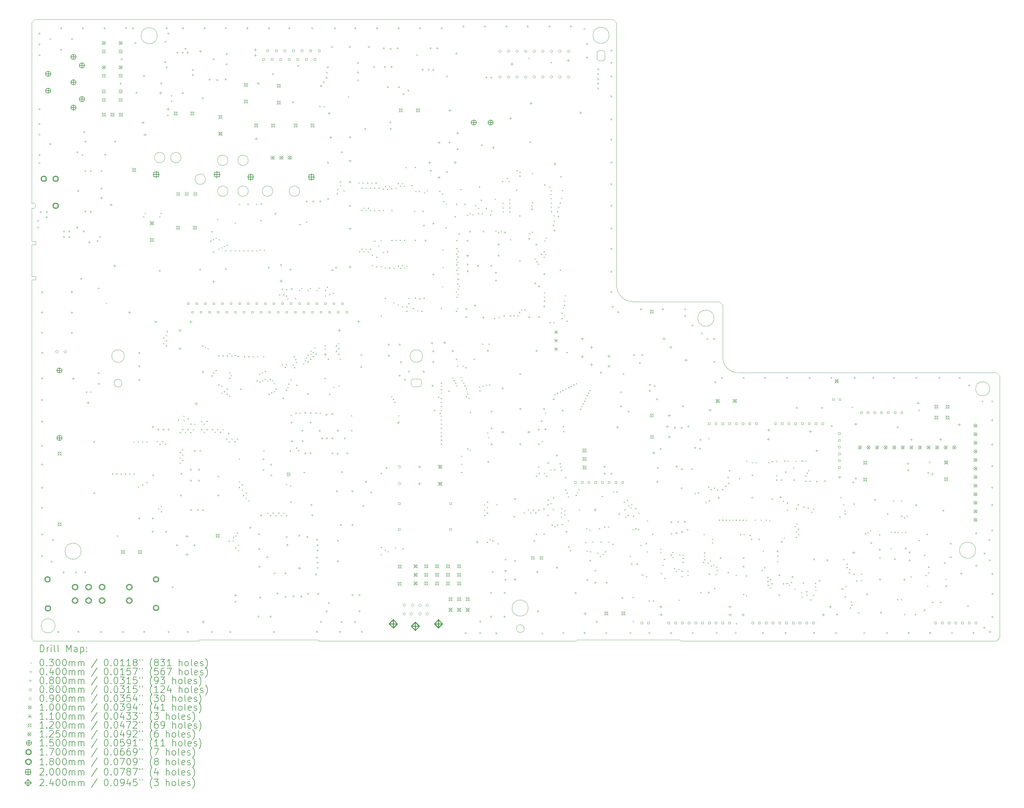
<source format=gbr>
%TF.GenerationSoftware,KiCad,Pcbnew,7.0.8*%
%TF.CreationDate,2023-10-29T14:46:35+01:00*%
%TF.ProjectId,PCE,5043452e-6b69-4636-9164-5f7063625858,rev?*%
%TF.SameCoordinates,Original*%
%TF.FileFunction,Drillmap*%
%TF.FilePolarity,Positive*%
%FSLAX45Y45*%
G04 Gerber Fmt 4.5, Leading zero omitted, Abs format (unit mm)*
G04 Created by KiCad (PCBNEW 7.0.8) date 2023-10-29 14:46:35*
%MOMM*%
%LPD*%
G01*
G04 APERTURE LIST*
%ADD10C,0.100000*%
%ADD11C,0.200000*%
%ADD12C,0.030000*%
%ADD13C,0.040000*%
%ADD14C,0.080000*%
%ADD15C,0.090000*%
%ADD16C,0.110000*%
%ADD17C,0.120000*%
%ADD18C,0.125000*%
%ADD19C,0.150000*%
%ADD20C,0.170000*%
%ADD21C,0.180000*%
%ADD22C,0.240000*%
G04 APERTURE END LIST*
D10*
X11820000Y-22610000D02*
X6932500Y-22610000D01*
X24200000Y-4275000D02*
X24200000Y-12050000D01*
X23625000Y-5359865D02*
G75*
G03*
X23855000Y-5359865I115000J115000D01*
G01*
X6964680Y-4175000D02*
X24100000Y-4175000D01*
X14015000Y-9267500D02*
G75*
G03*
X14015000Y-9267500I-155000J0D01*
G01*
X13290000Y-8352500D02*
G75*
G03*
X13290000Y-8352500I-155000J0D01*
G01*
X18157461Y-14832480D02*
G75*
G03*
X18157461Y-15062480I115000J-115000D01*
G01*
X23032500Y-22570000D02*
X26077500Y-22570000D01*
X11820000Y-22610000D02*
X11820000Y-22595000D01*
X6873240Y-9631680D02*
X6873240Y-4267500D01*
X9547500Y-14960000D02*
G75*
G03*
X9547500Y-14960000I-115000J0D01*
G01*
X34840000Y-19912500D02*
G75*
G03*
X34840000Y-19912500I-240000J0D01*
G01*
X24100000Y-4175000D02*
X24200000Y-4275000D01*
X11300000Y-8270000D02*
G75*
G03*
X11300000Y-8270000I-155000J0D01*
G01*
X24200000Y-12050000D02*
G75*
G03*
X24700000Y-12550000I500000J0D01*
G01*
X6932500Y-22610000D02*
X6873240Y-22550120D01*
X35257500Y-15127500D02*
G75*
G03*
X35257500Y-15127500I-210000J0D01*
G01*
X6997500Y-11792500D02*
X6997500Y-11892500D01*
X24700000Y-12550000D02*
X27250000Y-12550000D01*
X35550000Y-14750000D02*
X35550000Y-22510000D01*
X27350000Y-14200000D02*
G75*
G03*
X27800000Y-14650000I450000J0D01*
G01*
X23980000Y-4647500D02*
G75*
G03*
X23980000Y-4647500I-240000J0D01*
G01*
X12690000Y-9267500D02*
G75*
G03*
X12690000Y-9267500I-155000J0D01*
G01*
X6997500Y-10755000D02*
X6873240Y-10755000D01*
X18457500Y-14157500D02*
G75*
G03*
X18457500Y-14157500I-187500J0D01*
G01*
X18157461Y-15062480D02*
X18379865Y-15062520D01*
X6997500Y-10755000D02*
X6997500Y-10855000D01*
X11845000Y-22570000D02*
X15355000Y-22570000D01*
X14812500Y-9267500D02*
G75*
G03*
X14812500Y-9267500I-155000J0D01*
G01*
X12022500Y-8912500D02*
G75*
G03*
X12022500Y-8912500I-155000J0D01*
G01*
X6873240Y-22550120D02*
X6873240Y-11892500D01*
X35450000Y-14650000D02*
X35550000Y-14750000D01*
X6997500Y-10855000D02*
X6873240Y-10855000D01*
X18157461Y-14832480D02*
X18379865Y-14832520D01*
X27350000Y-12650000D02*
X27350000Y-14200000D01*
X15380000Y-22595000D02*
X15355000Y-22570000D01*
X13290000Y-9267500D02*
G75*
G03*
X13290000Y-9267500I-155000J0D01*
G01*
X6873240Y-10755000D02*
X6873240Y-9768840D01*
X22992500Y-22610000D02*
X23032500Y-22570000D01*
X21465000Y-22240000D02*
G75*
G03*
X21465000Y-22240000I-115000J0D01*
G01*
X6873240Y-11792500D02*
X6873240Y-10855000D01*
X22992500Y-22610000D02*
X15380000Y-22610000D01*
X35450000Y-22610000D02*
X26102500Y-22610000D01*
X27087500Y-13035000D02*
G75*
G03*
X27087500Y-13035000I-240000J0D01*
G01*
X35550000Y-22510000D02*
X35450000Y-22610000D01*
X23855039Y-5137461D02*
G75*
G03*
X23625039Y-5137461I-115000J-115000D01*
G01*
X18379866Y-15062520D02*
G75*
G03*
X18379865Y-14832520I-114996J115000D01*
G01*
X12690000Y-8352500D02*
G75*
G03*
X12690000Y-8352500I-155000J0D01*
G01*
X6873240Y-9768840D02*
G75*
G03*
X6873240Y-9631680I41200J68580D01*
G01*
X10822500Y-8270000D02*
G75*
G03*
X10822500Y-8270000I-155000J0D01*
G01*
X6997500Y-11792500D02*
X6873240Y-11792500D01*
X26102500Y-22610000D02*
X26102500Y-22595000D01*
X8340000Y-19945000D02*
G75*
G03*
X8340000Y-19945000I-240000J0D01*
G01*
X23625039Y-5137461D02*
X23625000Y-5359865D01*
X26102500Y-22595000D02*
X26077500Y-22570000D01*
X10595000Y-4657500D02*
G75*
G03*
X10595000Y-4657500I-240000J0D01*
G01*
X27250000Y-12550000D02*
X27350000Y-12650000D01*
X6997500Y-11892500D02*
X6873240Y-11892500D01*
X27800000Y-14650000D02*
X35450000Y-14650000D01*
X15380000Y-22610000D02*
X15380000Y-22595000D01*
X23855039Y-5137461D02*
X23855000Y-5359865D01*
X21585000Y-21630000D02*
G75*
G03*
X21585000Y-21630000I-240000J0D01*
G01*
X7570000Y-22155000D02*
G75*
G03*
X7570000Y-22155000I-210000J0D01*
G01*
X6873240Y-4267500D02*
X6964680Y-4175000D01*
X11820000Y-22595000D02*
X11845000Y-22570000D01*
X9620000Y-14157500D02*
G75*
G03*
X9620000Y-14157500I-187500J0D01*
G01*
D11*
D12*
X8482500Y-15207500D02*
X8512500Y-15237500D01*
X8512500Y-15207500D02*
X8482500Y-15237500D01*
X8605000Y-15207500D02*
X8635000Y-15237500D01*
X8635000Y-15207500D02*
X8605000Y-15237500D01*
X8842500Y-12132500D02*
X8872500Y-12162500D01*
X8872500Y-12132500D02*
X8842500Y-12162500D01*
X9072500Y-12575000D02*
X9102500Y-12605000D01*
X9102500Y-12575000D02*
X9072500Y-12605000D01*
X9252500Y-17640000D02*
X9282500Y-17670000D01*
X9282500Y-17640000D02*
X9252500Y-17670000D01*
X9377500Y-17640000D02*
X9407500Y-17670000D01*
X9407500Y-17640000D02*
X9377500Y-17670000D01*
X9397500Y-19477500D02*
X9427500Y-19507500D01*
X9427500Y-19477500D02*
X9397500Y-19507500D01*
X9505000Y-17640000D02*
X9535000Y-17670000D01*
X9535000Y-17640000D02*
X9505000Y-17670000D01*
X9632500Y-17640000D02*
X9662500Y-17670000D01*
X9662500Y-17640000D02*
X9632500Y-17670000D01*
X9760000Y-17640000D02*
X9790000Y-17670000D01*
X9790000Y-17640000D02*
X9760000Y-17670000D01*
X9887500Y-16687500D02*
X9917500Y-16717500D01*
X9917500Y-16687500D02*
X9887500Y-16717500D01*
X9887500Y-17640000D02*
X9917500Y-17670000D01*
X9917500Y-17640000D02*
X9887500Y-17670000D01*
X10012500Y-16687500D02*
X10042500Y-16717500D01*
X10042500Y-16687500D02*
X10012500Y-16717500D01*
X10012500Y-18022500D02*
X10042500Y-18052500D01*
X10042500Y-18022500D02*
X10012500Y-18052500D01*
X10140000Y-16687500D02*
X10170000Y-16717500D01*
X10170000Y-16687500D02*
X10140000Y-16717500D01*
X10147500Y-17965000D02*
X10177500Y-17995000D01*
X10177500Y-17965000D02*
X10147500Y-17995000D01*
X10170000Y-10007500D02*
X10200000Y-10037500D01*
X10200000Y-10007500D02*
X10170000Y-10037500D01*
X10222500Y-9910000D02*
X10252500Y-9940000D01*
X10252500Y-9910000D02*
X10222500Y-9940000D01*
X10267500Y-16687500D02*
X10297500Y-16717500D01*
X10297500Y-16687500D02*
X10267500Y-16717500D01*
X10270000Y-17892500D02*
X10300000Y-17922500D01*
X10300000Y-17892500D02*
X10270000Y-17922500D01*
X10577500Y-16675000D02*
X10607500Y-16705000D01*
X10607500Y-16675000D02*
X10577500Y-16705000D01*
X10615000Y-18675000D02*
X10645000Y-18705000D01*
X10645000Y-18675000D02*
X10615000Y-18705000D01*
X10652500Y-10007500D02*
X10682500Y-10037500D01*
X10682500Y-10007500D02*
X10652500Y-10037500D01*
X10657500Y-16757500D02*
X10687500Y-16787500D01*
X10687500Y-16757500D02*
X10657500Y-16787500D01*
X10692500Y-9910000D02*
X10722500Y-9940000D01*
X10722500Y-9910000D02*
X10692500Y-9940000D01*
X10697500Y-18595000D02*
X10727500Y-18625000D01*
X10727500Y-18595000D02*
X10697500Y-18625000D01*
X10700000Y-18755000D02*
X10730000Y-18785000D01*
X10730000Y-18755000D02*
X10700000Y-18785000D01*
X10737500Y-16677500D02*
X10767500Y-16707500D01*
X10767500Y-16677500D02*
X10737500Y-16707500D01*
X10767500Y-13607500D02*
X10797500Y-13637500D01*
X10797500Y-13607500D02*
X10767500Y-13637500D01*
X10767500Y-13765000D02*
X10797500Y-13795000D01*
X10797500Y-13765000D02*
X10767500Y-13795000D01*
X10815000Y-16755000D02*
X10845000Y-16785000D01*
X10845000Y-16755000D02*
X10815000Y-16785000D01*
X10847500Y-13687500D02*
X10877500Y-13717500D01*
X10877500Y-13687500D02*
X10847500Y-13717500D01*
X10847500Y-13842500D02*
X10877500Y-13872500D01*
X10877500Y-13842500D02*
X10847500Y-13872500D01*
X10850000Y-13532500D02*
X10880000Y-13562500D01*
X10880000Y-13532500D02*
X10850000Y-13562500D01*
X10870000Y-13412500D02*
X10900000Y-13442500D01*
X10900000Y-13412500D02*
X10870000Y-13442500D01*
X10889220Y-7000480D02*
X10919220Y-7030480D01*
X10919220Y-7000480D02*
X10889220Y-7030480D01*
X11000000Y-6420000D02*
X11030000Y-6450000D01*
X11030000Y-6420000D02*
X11000000Y-6450000D01*
X11000000Y-6577500D02*
X11030000Y-6607500D01*
X11030000Y-6577500D02*
X11000000Y-6607500D01*
X11210000Y-16040000D02*
X11240000Y-16070000D01*
X11240000Y-16040000D02*
X11210000Y-16070000D01*
X11252500Y-16405000D02*
X11282500Y-16435000D01*
X11282500Y-16405000D02*
X11252500Y-16435000D01*
X11252500Y-16997500D02*
X11282500Y-17027500D01*
X11282500Y-16997500D02*
X11252500Y-17027500D01*
X11252500Y-17157500D02*
X11282500Y-17187500D01*
X11282500Y-17157500D02*
X11252500Y-17187500D01*
X11252500Y-17317500D02*
X11282500Y-17347500D01*
X11282500Y-17317500D02*
X11252500Y-17347500D01*
X11330000Y-16320000D02*
X11360000Y-16350000D01*
X11360000Y-16320000D02*
X11330000Y-16350000D01*
X11330000Y-16917500D02*
X11360000Y-16947500D01*
X11360000Y-16917500D02*
X11330000Y-16947500D01*
X11330000Y-17077500D02*
X11360000Y-17107500D01*
X11360000Y-17077500D02*
X11330000Y-17107500D01*
X11330000Y-17237500D02*
X11360000Y-17267500D01*
X11360000Y-17237500D02*
X11330000Y-17267500D01*
X11370000Y-15922500D02*
X11400000Y-15952500D01*
X11400000Y-15922500D02*
X11370000Y-15952500D01*
X11372500Y-16040000D02*
X11402500Y-16070000D01*
X11402500Y-16040000D02*
X11372500Y-16070000D01*
X11410000Y-16405000D02*
X11440000Y-16435000D01*
X11440000Y-16405000D02*
X11410000Y-16435000D01*
X11490000Y-16000000D02*
X11520000Y-16030000D01*
X11520000Y-16000000D02*
X11490000Y-16030000D01*
X11490000Y-16320000D02*
X11520000Y-16350000D01*
X11520000Y-16320000D02*
X11490000Y-16350000D01*
X11570000Y-16405000D02*
X11600000Y-16435000D01*
X11600000Y-16405000D02*
X11570000Y-16435000D01*
X11572500Y-16157500D02*
X11602500Y-16187500D01*
X11602500Y-16157500D02*
X11572500Y-16187500D01*
X11650000Y-16320000D02*
X11680000Y-16350000D01*
X11680000Y-16320000D02*
X11650000Y-16350000D01*
X11690000Y-16162500D02*
X11720000Y-16192500D01*
X11720000Y-16162500D02*
X11690000Y-16192500D01*
X11890000Y-16080000D02*
X11920000Y-16110000D01*
X11920000Y-16080000D02*
X11890000Y-16110000D01*
X11890000Y-16320000D02*
X11920000Y-16350000D01*
X11920000Y-16320000D02*
X11890000Y-16350000D01*
X11922500Y-13842500D02*
X11952500Y-13872500D01*
X11952500Y-13842500D02*
X11922500Y-13872500D01*
X11970000Y-16160000D02*
X12000000Y-16190000D01*
X12000000Y-16160000D02*
X11970000Y-16190000D01*
X11970000Y-16397500D02*
X12000000Y-16427500D01*
X12000000Y-16397500D02*
X11970000Y-16427500D01*
X12002500Y-13885000D02*
X12032500Y-13915000D01*
X12032500Y-13885000D02*
X12002500Y-13915000D01*
X12050000Y-16077500D02*
X12080000Y-16107500D01*
X12080000Y-16077500D02*
X12050000Y-16107500D01*
X12050000Y-16320000D02*
X12080000Y-16350000D01*
X12080000Y-16320000D02*
X12050000Y-16350000D01*
X12080000Y-13927500D02*
X12110000Y-13957500D01*
X12110000Y-13927500D02*
X12080000Y-13957500D01*
X12165000Y-10727500D02*
X12195000Y-10757500D01*
X12195000Y-10727500D02*
X12165000Y-10757500D01*
X12195000Y-10452500D02*
X12225000Y-10482500D01*
X12225000Y-10452500D02*
X12195000Y-10482500D01*
X12200000Y-14725000D02*
X12230000Y-14755000D01*
X12230000Y-14725000D02*
X12200000Y-14755000D01*
X12210000Y-16320000D02*
X12240000Y-16350000D01*
X12240000Y-16320000D02*
X12210000Y-16350000D01*
X12242500Y-10685000D02*
X12272500Y-10715000D01*
X12272500Y-10685000D02*
X12242500Y-10715000D01*
X12245000Y-14642500D02*
X12275000Y-14672500D01*
X12275000Y-14642500D02*
X12245000Y-14672500D01*
X12290000Y-16397500D02*
X12320000Y-16427500D01*
X12320000Y-16397500D02*
X12290000Y-16427500D01*
X12320000Y-10642500D02*
X12350000Y-10672500D01*
X12350000Y-10642500D02*
X12320000Y-10672500D01*
X12320000Y-14567500D02*
X12350000Y-14597500D01*
X12350000Y-14567500D02*
X12320000Y-14597500D01*
X12367500Y-10090000D02*
X12397500Y-10120000D01*
X12397500Y-10090000D02*
X12367500Y-10120000D01*
X12370000Y-16320000D02*
X12400000Y-16350000D01*
X12400000Y-16320000D02*
X12370000Y-16350000D01*
X12402500Y-14132500D02*
X12432500Y-14162500D01*
X12432500Y-14132500D02*
X12402500Y-14162500D01*
X12402500Y-14997500D02*
X12432500Y-15027500D01*
X12432500Y-14997500D02*
X12402500Y-15027500D01*
X12405000Y-10965000D02*
X12435000Y-10995000D01*
X12435000Y-10965000D02*
X12405000Y-10995000D01*
X12407500Y-10687500D02*
X12437500Y-10717500D01*
X12437500Y-10687500D02*
X12407500Y-10717500D01*
X12450000Y-16397500D02*
X12480000Y-16427500D01*
X12480000Y-16397500D02*
X12450000Y-16427500D01*
X12485000Y-10927500D02*
X12515000Y-10957500D01*
X12515000Y-10927500D02*
X12485000Y-10957500D01*
X12485000Y-15035000D02*
X12515000Y-15065000D01*
X12515000Y-15035000D02*
X12485000Y-15065000D01*
X12487500Y-15237500D02*
X12517500Y-15267500D01*
X12517500Y-15237500D02*
X12487500Y-15267500D01*
X12527500Y-16320000D02*
X12557500Y-16350000D01*
X12557500Y-16320000D02*
X12527500Y-16350000D01*
X12530000Y-14132500D02*
X12560000Y-14162500D01*
X12560000Y-14132500D02*
X12530000Y-14162500D01*
X12562500Y-10887500D02*
X12592500Y-10917500D01*
X12592500Y-10887500D02*
X12562500Y-10917500D01*
X12567500Y-15197500D02*
X12597500Y-15227500D01*
X12597500Y-15197500D02*
X12567500Y-15227500D01*
X12600000Y-11017500D02*
X12630000Y-11047500D01*
X12630000Y-11017500D02*
X12600000Y-11047500D01*
X12635000Y-16600000D02*
X12665000Y-16630000D01*
X12665000Y-16600000D02*
X12635000Y-16630000D01*
X12645000Y-10850000D02*
X12675000Y-10880000D01*
X12675000Y-10850000D02*
X12645000Y-10880000D01*
X12647500Y-15115000D02*
X12677500Y-15145000D01*
X12677500Y-15115000D02*
X12647500Y-15145000D01*
X12647500Y-15275000D02*
X12677500Y-15305000D01*
X12677500Y-15275000D02*
X12647500Y-15305000D01*
X12657500Y-14132500D02*
X12687500Y-14162500D01*
X12687500Y-14132500D02*
X12657500Y-14162500D01*
X12690000Y-16437500D02*
X12720000Y-16467500D01*
X12720000Y-16437500D02*
X12690000Y-16467500D01*
X12707500Y-19630000D02*
X12737500Y-19660000D01*
X12737500Y-19630000D02*
X12707500Y-19660000D01*
X12712500Y-16680000D02*
X12742500Y-16710000D01*
X12742500Y-16680000D02*
X12712500Y-16710000D01*
X12720000Y-15325000D02*
X12750000Y-15355000D01*
X12750000Y-15325000D02*
X12720000Y-15355000D01*
X12722500Y-14070000D02*
X12752500Y-14100000D01*
X12752500Y-14070000D02*
X12722500Y-14100000D01*
X12725000Y-14635000D02*
X12755000Y-14665000D01*
X12755000Y-14635000D02*
X12725000Y-14665000D01*
X12727500Y-14797500D02*
X12757500Y-14827500D01*
X12757500Y-14797500D02*
X12727500Y-14827500D01*
X12762500Y-11017500D02*
X12792500Y-11047500D01*
X12792500Y-11017500D02*
X12762500Y-11047500D01*
X12770000Y-14715000D02*
X12800000Y-14745000D01*
X12800000Y-14715000D02*
X12770000Y-14745000D01*
X12785000Y-14132500D02*
X12815000Y-14162500D01*
X12815000Y-14132500D02*
X12785000Y-14162500D01*
X12790000Y-16600000D02*
X12820000Y-16630000D01*
X12820000Y-16600000D02*
X12790000Y-16630000D01*
X12827500Y-19630000D02*
X12857500Y-19660000D01*
X12857500Y-19630000D02*
X12827500Y-19660000D01*
X12832450Y-19517500D02*
X12862450Y-19547500D01*
X12862450Y-19517500D02*
X12832450Y-19547500D01*
X12877500Y-16680000D02*
X12907500Y-16710000D01*
X12907500Y-16680000D02*
X12877500Y-16710000D01*
X12887500Y-10197500D02*
X12917500Y-10227500D01*
X12917500Y-10197500D02*
X12887500Y-10227500D01*
X12890000Y-11017500D02*
X12920000Y-11047500D01*
X12920000Y-11017500D02*
X12890000Y-11047500D01*
X12890000Y-14120000D02*
X12920000Y-14150000D01*
X12920000Y-14120000D02*
X12890000Y-14150000D01*
X12902500Y-19830000D02*
X12932500Y-19860000D01*
X12932500Y-19830000D02*
X12902500Y-19860000D01*
X12907500Y-19475000D02*
X12937500Y-19505000D01*
X12937500Y-19475000D02*
X12907500Y-19505000D01*
X12945000Y-19390000D02*
X12975000Y-19420000D01*
X12975000Y-19390000D02*
X12945000Y-19420000D01*
X12960000Y-16600000D02*
X12990000Y-16630000D01*
X12990000Y-16600000D02*
X12960000Y-16630000D01*
X12975000Y-14147500D02*
X13005000Y-14177500D01*
X13005000Y-14147500D02*
X12975000Y-14177500D01*
X12985000Y-19910000D02*
X13015000Y-19940000D01*
X13015000Y-19910000D02*
X12985000Y-19940000D01*
X12987500Y-19750000D02*
X13017500Y-19780000D01*
X13017500Y-19750000D02*
X12987500Y-19780000D01*
X13012500Y-17192500D02*
X13042500Y-17222500D01*
X13042500Y-17192500D02*
X13012500Y-17222500D01*
X13012500Y-18035000D02*
X13042500Y-18065000D01*
X13042500Y-18035000D02*
X13012500Y-18065000D01*
X13015000Y-9637500D02*
X13045000Y-9667500D01*
X13045000Y-9637500D02*
X13015000Y-9667500D01*
X13015000Y-17875000D02*
X13045000Y-17905000D01*
X13045000Y-17875000D02*
X13015000Y-17905000D01*
X13017500Y-11017500D02*
X13047500Y-11047500D01*
X13047500Y-11017500D02*
X13017500Y-11047500D01*
X13050000Y-15117500D02*
X13080000Y-15147500D01*
X13080000Y-15117500D02*
X13050000Y-15147500D01*
X13092500Y-17955000D02*
X13122500Y-17985000D01*
X13122500Y-17955000D02*
X13092500Y-17985000D01*
X13095000Y-18117500D02*
X13125000Y-18147500D01*
X13125000Y-18117500D02*
X13095000Y-18147500D01*
X13130000Y-18275000D02*
X13160000Y-18305000D01*
X13160000Y-18275000D02*
X13130000Y-18305000D01*
X13142500Y-11017500D02*
X13172500Y-11047500D01*
X13172500Y-11017500D02*
X13142500Y-11047500D01*
X13165000Y-14157500D02*
X13195000Y-14187500D01*
X13195000Y-14157500D02*
X13165000Y-14187500D01*
X13210000Y-18195000D02*
X13240000Y-18225000D01*
X13240000Y-18195000D02*
X13210000Y-18225000D01*
X13215000Y-18352500D02*
X13245000Y-18382500D01*
X13245000Y-18352500D02*
X13215000Y-18382500D01*
X13267500Y-9637500D02*
X13297500Y-9667500D01*
X13297500Y-9637500D02*
X13267500Y-9667500D01*
X13270000Y-11017500D02*
X13300000Y-11047500D01*
X13300000Y-11017500D02*
X13270000Y-11047500D01*
X13292500Y-14157500D02*
X13322500Y-14187500D01*
X13322500Y-14157500D02*
X13292500Y-14187500D01*
X13295000Y-18432500D02*
X13325000Y-18462500D01*
X13325000Y-18432500D02*
X13295000Y-18462500D01*
X13397500Y-11017500D02*
X13427500Y-11047500D01*
X13427500Y-11017500D02*
X13397500Y-11047500D01*
X13420000Y-14157500D02*
X13450000Y-14187500D01*
X13450000Y-14157500D02*
X13420000Y-14187500D01*
X13522500Y-9637500D02*
X13552500Y-9667500D01*
X13552500Y-9637500D02*
X13522500Y-9667500D01*
X13525000Y-11017500D02*
X13555000Y-11047500D01*
X13555000Y-11017500D02*
X13525000Y-11047500D01*
X13532500Y-14875000D02*
X13562500Y-14905000D01*
X13562500Y-14875000D02*
X13532500Y-14905000D01*
X13547500Y-14157500D02*
X13577500Y-14187500D01*
X13577500Y-14157500D02*
X13547500Y-14187500D01*
X13607500Y-14682500D02*
X13637500Y-14712500D01*
X13637500Y-14682500D02*
X13607500Y-14712500D01*
X13620000Y-10997500D02*
X13650000Y-11027500D01*
X13650000Y-10997500D02*
X13620000Y-11027500D01*
X13620000Y-14910000D02*
X13650000Y-14940000D01*
X13650000Y-14910000D02*
X13620000Y-14940000D01*
X13650000Y-10125000D02*
X13680000Y-10155000D01*
X13680000Y-10125000D02*
X13650000Y-10155000D01*
X13655000Y-9627500D02*
X13685000Y-9657500D01*
X13685000Y-9627500D02*
X13655000Y-9657500D01*
X13692500Y-14640000D02*
X13722500Y-14670000D01*
X13722500Y-14640000D02*
X13692500Y-14670000D01*
X13700000Y-14870000D02*
X13730000Y-14900000D01*
X13730000Y-14870000D02*
X13700000Y-14900000D01*
X13727500Y-14157500D02*
X13757500Y-14187500D01*
X13757500Y-14157500D02*
X13727500Y-14187500D01*
X13735000Y-16952500D02*
X13765000Y-16982500D01*
X13765000Y-16952500D02*
X13735000Y-16982500D01*
X13750000Y-11005000D02*
X13780000Y-11035000D01*
X13780000Y-11005000D02*
X13750000Y-11035000D01*
X13772500Y-14832500D02*
X13802500Y-14862500D01*
X13802500Y-14832500D02*
X13772500Y-14862500D01*
X13780000Y-14595000D02*
X13810000Y-14625000D01*
X13810000Y-14595000D02*
X13780000Y-14625000D01*
X13850000Y-14875000D02*
X13880000Y-14905000D01*
X13880000Y-14875000D02*
X13850000Y-14905000D01*
X13851000Y-18794000D02*
X13881000Y-18824000D01*
X13881000Y-18794000D02*
X13851000Y-18824000D01*
X13892500Y-15275000D02*
X13922500Y-15305000D01*
X13922500Y-15275000D02*
X13892500Y-15305000D01*
X13927500Y-14835000D02*
X13957500Y-14865000D01*
X13957500Y-14835000D02*
X13927500Y-14865000D01*
X13930000Y-18870000D02*
X13960000Y-18900000D01*
X13960000Y-18870000D02*
X13930000Y-18900000D01*
X13967500Y-15232500D02*
X13997500Y-15262500D01*
X13997500Y-15232500D02*
X13967500Y-15262500D01*
X14002500Y-14875000D02*
X14032500Y-14905000D01*
X14032500Y-14875000D02*
X14002500Y-14905000D01*
X14012500Y-18797500D02*
X14042500Y-18827500D01*
X14042500Y-18797500D02*
X14012500Y-18827500D01*
X14047500Y-15192500D02*
X14077500Y-15222500D01*
X14077500Y-15192500D02*
X14047500Y-15222500D01*
X14050000Y-14955000D02*
X14080000Y-14985000D01*
X14080000Y-14955000D02*
X14050000Y-14985000D01*
X14090000Y-15117500D02*
X14120000Y-15147500D01*
X14120000Y-15117500D02*
X14090000Y-15147500D01*
X14090000Y-18875000D02*
X14120000Y-18905000D01*
X14120000Y-18875000D02*
X14090000Y-18905000D01*
X14170000Y-18797500D02*
X14200000Y-18827500D01*
X14200000Y-18797500D02*
X14170000Y-18827500D01*
X14205000Y-12322500D02*
X14235000Y-12352500D01*
X14235000Y-12322500D02*
X14205000Y-12352500D01*
X14252500Y-18875000D02*
X14282500Y-18905000D01*
X14282500Y-18875000D02*
X14252500Y-18905000D01*
X14282500Y-12160000D02*
X14312500Y-12190000D01*
X14312500Y-12160000D02*
X14282500Y-12190000D01*
X14285000Y-14397500D02*
X14315000Y-14427500D01*
X14315000Y-14397500D02*
X14285000Y-14427500D01*
X14310000Y-15390000D02*
X14340000Y-15420000D01*
X14340000Y-15390000D02*
X14310000Y-15420000D01*
X14322500Y-12320000D02*
X14352500Y-12350000D01*
X14352500Y-12320000D02*
X14322500Y-12350000D01*
X14330000Y-18797500D02*
X14360000Y-18827500D01*
X14360000Y-18797500D02*
X14330000Y-18827500D01*
X14370000Y-14475000D02*
X14400000Y-14505000D01*
X14400000Y-14475000D02*
X14370000Y-14505000D01*
X14402500Y-12172500D02*
X14432500Y-12202500D01*
X14432500Y-12172500D02*
X14402500Y-12202500D01*
X14405000Y-12357500D02*
X14435000Y-12387500D01*
X14435000Y-12357500D02*
X14405000Y-12387500D01*
X14405000Y-14395000D02*
X14435000Y-14425000D01*
X14435000Y-14395000D02*
X14405000Y-14425000D01*
X14405000Y-15155000D02*
X14435000Y-15185000D01*
X14435000Y-15155000D02*
X14405000Y-15185000D01*
X14410000Y-17947500D02*
X14440000Y-17977500D01*
X14440000Y-17947500D02*
X14410000Y-17977500D01*
X14410000Y-18875000D02*
X14440000Y-18905000D01*
X14440000Y-18875000D02*
X14410000Y-18905000D01*
X14445000Y-12440000D02*
X14475000Y-12470000D01*
X14475000Y-12440000D02*
X14445000Y-12470000D01*
X14445000Y-15075000D02*
X14475000Y-15105000D01*
X14475000Y-15075000D02*
X14445000Y-15105000D01*
X14475000Y-14972500D02*
X14505000Y-15002500D01*
X14505000Y-14972500D02*
X14475000Y-15002500D01*
X14517500Y-16952500D02*
X14547500Y-16982500D01*
X14547500Y-16952500D02*
X14517500Y-16982500D01*
X14527500Y-17990000D02*
X14557500Y-18020000D01*
X14557500Y-17990000D02*
X14527500Y-18020000D01*
X14535000Y-18467500D02*
X14565000Y-18497500D01*
X14565000Y-18467500D02*
X14535000Y-18497500D01*
X14540000Y-14842500D02*
X14570000Y-14872500D01*
X14570000Y-14842500D02*
X14540000Y-14872500D01*
X14547500Y-15895000D02*
X14577500Y-15925000D01*
X14577500Y-15895000D02*
X14547500Y-15925000D01*
X14602500Y-14407500D02*
X14632500Y-14437500D01*
X14632500Y-14407500D02*
X14602500Y-14437500D01*
X14632500Y-14162500D02*
X14662500Y-14192500D01*
X14662500Y-14162500D02*
X14632500Y-14192500D01*
X14640000Y-14485000D02*
X14670000Y-14515000D01*
X14670000Y-14485000D02*
X14640000Y-14515000D01*
X14680000Y-12440000D02*
X14710000Y-12470000D01*
X14710000Y-12440000D02*
X14680000Y-12470000D01*
X14680000Y-14245000D02*
X14710000Y-14275000D01*
X14710000Y-14245000D02*
X14680000Y-14275000D01*
X14687500Y-15835000D02*
X14717500Y-15865000D01*
X14717500Y-15835000D02*
X14687500Y-15865000D01*
X14705000Y-16867500D02*
X14735000Y-16897500D01*
X14735000Y-16867500D02*
X14705000Y-16897500D01*
X14710000Y-14327500D02*
X14740000Y-14357500D01*
X14740000Y-14327500D02*
X14710000Y-14357500D01*
X14715000Y-15005000D02*
X14745000Y-15035000D01*
X14745000Y-15005000D02*
X14715000Y-15035000D01*
X14767500Y-16947500D02*
X14797500Y-16977500D01*
X14797500Y-16947500D02*
X14767500Y-16977500D01*
X14795000Y-12195000D02*
X14825000Y-12225000D01*
X14825000Y-12195000D02*
X14795000Y-12225000D01*
X14800000Y-10242500D02*
X14830000Y-10272500D01*
X14830000Y-10242500D02*
X14800000Y-10272500D01*
X14800000Y-15835000D02*
X14830000Y-15865000D01*
X14830000Y-15835000D02*
X14800000Y-15865000D01*
X14857500Y-12132500D02*
X14887500Y-12162500D01*
X14887500Y-12132500D02*
X14857500Y-12162500D01*
X14917500Y-14365000D02*
X14947500Y-14395000D01*
X14947500Y-14365000D02*
X14917500Y-14395000D01*
X14927500Y-17590000D02*
X14957500Y-17620000D01*
X14957500Y-17590000D02*
X14927500Y-17620000D01*
X14962500Y-14275000D02*
X14992500Y-14305000D01*
X14992500Y-14275000D02*
X14962500Y-14305000D01*
X15000000Y-10165000D02*
X15030000Y-10195000D01*
X15030000Y-10165000D02*
X15000000Y-10195000D01*
X15000000Y-14195000D02*
X15030000Y-14225000D01*
X15030000Y-14195000D02*
X15000000Y-14225000D01*
X15042500Y-14115000D02*
X15072500Y-14145000D01*
X15072500Y-14115000D02*
X15042500Y-14145000D01*
X15045000Y-14312500D02*
X15075000Y-14342500D01*
X15075000Y-14312500D02*
X15045000Y-14342500D01*
X15050000Y-12192500D02*
X15080000Y-12222500D01*
X15080000Y-12192500D02*
X15050000Y-12222500D01*
X15112500Y-12132500D02*
X15142500Y-12162500D01*
X15142500Y-12132500D02*
X15112500Y-12162500D01*
X15120000Y-14232500D02*
X15150000Y-14262500D01*
X15150000Y-14232500D02*
X15120000Y-14262500D01*
X15127500Y-14087500D02*
X15157500Y-14117500D01*
X15157500Y-14087500D02*
X15127500Y-14117500D01*
X15131524Y-13998197D02*
X15161524Y-14028197D01*
X15161524Y-13998197D02*
X15131524Y-14028197D01*
X15202500Y-14035000D02*
X15232500Y-14065000D01*
X15232500Y-14035000D02*
X15202500Y-14065000D01*
X15202500Y-14152500D02*
X15232500Y-14182500D01*
X15232500Y-14152500D02*
X15202500Y-14182500D01*
X15242500Y-13895000D02*
X15272500Y-13925000D01*
X15272500Y-13895000D02*
X15242500Y-13925000D01*
X15282500Y-14075000D02*
X15312500Y-14105000D01*
X15312500Y-14075000D02*
X15282500Y-14105000D01*
X15285000Y-15832500D02*
X15315000Y-15862500D01*
X15315000Y-15832500D02*
X15285000Y-15862500D01*
X15305000Y-12190000D02*
X15335000Y-12220000D01*
X15335000Y-12190000D02*
X15305000Y-12220000D01*
X15367500Y-12125000D02*
X15397500Y-12155000D01*
X15397500Y-12125000D02*
X15367500Y-12155000D01*
X15395000Y-6737500D02*
X15425000Y-6767500D01*
X15425000Y-6737500D02*
X15395000Y-6767500D01*
X15407500Y-15832500D02*
X15437500Y-15862500D01*
X15437500Y-15832500D02*
X15407500Y-15862500D01*
X15520000Y-6740000D02*
X15550000Y-6770000D01*
X15550000Y-6740000D02*
X15520000Y-6770000D01*
X15547500Y-14805000D02*
X15577500Y-14835000D01*
X15577500Y-14805000D02*
X15547500Y-14835000D01*
X15552500Y-13925000D02*
X15582500Y-13955000D01*
X15582500Y-13925000D02*
X15552500Y-13955000D01*
X15555000Y-13835000D02*
X15585000Y-13865000D01*
X15585000Y-13835000D02*
X15555000Y-13865000D01*
X15560000Y-12192500D02*
X15590000Y-12222500D01*
X15590000Y-12192500D02*
X15560000Y-12222500D01*
X15560000Y-12357500D02*
X15590000Y-12387500D01*
X15590000Y-12357500D02*
X15560000Y-12387500D01*
X15620000Y-12100000D02*
X15650000Y-12130000D01*
X15650000Y-12100000D02*
X15620000Y-12130000D01*
X15645000Y-14235000D02*
X15675000Y-14265000D01*
X15675000Y-14235000D02*
X15645000Y-14265000D01*
X15682500Y-12315000D02*
X15712500Y-12345000D01*
X15712500Y-12315000D02*
X15682500Y-12345000D01*
X15685000Y-15272500D02*
X15715000Y-15302500D01*
X15715000Y-15272500D02*
X15685000Y-15302500D01*
X15802500Y-12280000D02*
X15832500Y-12310000D01*
X15832500Y-12280000D02*
X15802500Y-12310000D01*
X15807500Y-15070000D02*
X15837500Y-15100000D01*
X15837500Y-15070000D02*
X15807500Y-15100000D01*
X15880000Y-13835000D02*
X15910000Y-13865000D01*
X15910000Y-13835000D02*
X15880000Y-13865000D01*
X15887500Y-13995000D02*
X15917500Y-14025000D01*
X15917500Y-13995000D02*
X15887500Y-14025000D01*
X15907500Y-9322500D02*
X15937500Y-9352500D01*
X15937500Y-9322500D02*
X15907500Y-9352500D01*
X15920000Y-9202500D02*
X15950000Y-9232500D01*
X15950000Y-9202500D02*
X15920000Y-9232500D01*
X15952500Y-13767500D02*
X15982500Y-13797500D01*
X15982500Y-13767500D02*
X15952500Y-13797500D01*
X15952500Y-13925000D02*
X15982500Y-13955000D01*
X15982500Y-13925000D02*
X15952500Y-13955000D01*
X15952500Y-14085000D02*
X15982500Y-14115000D01*
X15982500Y-14085000D02*
X15952500Y-14115000D01*
X15965000Y-15027500D02*
X15995000Y-15057500D01*
X15995000Y-15027500D02*
X15965000Y-15057500D01*
X15995000Y-14235000D02*
X16025000Y-14265000D01*
X16025000Y-14235000D02*
X15995000Y-14265000D01*
X16002500Y-9087500D02*
X16032500Y-9117500D01*
X16032500Y-9087500D02*
X16002500Y-9117500D01*
X16110000Y-9242500D02*
X16140000Y-9272500D01*
X16140000Y-9242500D02*
X16110000Y-9272500D01*
X16241000Y-6456000D02*
X16271000Y-6486000D01*
X16271000Y-6456000D02*
X16241000Y-6486000D01*
X16335000Y-15910000D02*
X16365000Y-15940000D01*
X16365000Y-15910000D02*
X16335000Y-15940000D01*
X16337500Y-16352500D02*
X16367500Y-16382500D01*
X16367500Y-16352500D02*
X16337500Y-16382500D01*
X16550000Y-9007500D02*
X16580000Y-9037500D01*
X16580000Y-9007500D02*
X16550000Y-9037500D01*
X16572500Y-11047500D02*
X16602500Y-11077500D01*
X16602500Y-11047500D02*
X16572500Y-11077500D01*
X16637500Y-9820000D02*
X16667500Y-9850000D01*
X16667500Y-9820000D02*
X16637500Y-9850000D01*
X16637500Y-10970000D02*
X16667500Y-11000000D01*
X16667500Y-10970000D02*
X16637500Y-11000000D01*
X16645000Y-9165000D02*
X16675000Y-9195000D01*
X16675000Y-9165000D02*
X16645000Y-9195000D01*
X16674950Y-9012500D02*
X16704950Y-9042500D01*
X16704950Y-9012500D02*
X16674950Y-9042500D01*
X16697500Y-11050000D02*
X16727500Y-11080000D01*
X16727500Y-11050000D02*
X16697500Y-11080000D01*
X16705000Y-9757500D02*
X16735000Y-9787500D01*
X16735000Y-9757500D02*
X16705000Y-9787500D01*
X16762500Y-10972500D02*
X16792500Y-11002500D01*
X16792500Y-10972500D02*
X16762500Y-11002500D01*
X16767500Y-9162500D02*
X16797500Y-9192500D01*
X16797500Y-9162500D02*
X16767500Y-9192500D01*
X16767500Y-9825000D02*
X16797500Y-9855000D01*
X16797500Y-9825000D02*
X16767500Y-9855000D01*
X16807500Y-9007500D02*
X16837500Y-9037500D01*
X16837500Y-9007500D02*
X16807500Y-9037500D01*
X16827500Y-11050000D02*
X16857500Y-11080000D01*
X16857500Y-11050000D02*
X16827500Y-11080000D01*
X16830000Y-9757500D02*
X16860000Y-9787500D01*
X16860000Y-9757500D02*
X16830000Y-9787500D01*
X16892500Y-9162500D02*
X16922500Y-9192500D01*
X16922500Y-9162500D02*
X16892500Y-9192500D01*
X16892500Y-10972500D02*
X16922500Y-11002500D01*
X16922500Y-10972500D02*
X16892500Y-11002500D01*
X16895000Y-9825000D02*
X16925000Y-9855000D01*
X16925000Y-9825000D02*
X16895000Y-9855000D01*
X16935000Y-9010000D02*
X16965000Y-9040000D01*
X16965000Y-9010000D02*
X16935000Y-9040000D01*
X16950000Y-11147500D02*
X16980000Y-11177500D01*
X16980000Y-11147500D02*
X16950000Y-11177500D01*
X16955000Y-11447500D02*
X16985000Y-11477500D01*
X16985000Y-11447500D02*
X16955000Y-11477500D01*
X17017500Y-9162500D02*
X17047500Y-9192500D01*
X17047500Y-9162500D02*
X17017500Y-9192500D01*
X17020000Y-9825000D02*
X17050000Y-9855000D01*
X17050000Y-9825000D02*
X17020000Y-9855000D01*
X17020000Y-10732500D02*
X17050000Y-10762500D01*
X17050000Y-10732500D02*
X17020000Y-10762500D01*
X17057500Y-9010000D02*
X17087500Y-9040000D01*
X17087500Y-9010000D02*
X17057500Y-9040000D01*
X17080000Y-11207500D02*
X17110000Y-11237500D01*
X17110000Y-11207500D02*
X17080000Y-11237500D01*
X17080000Y-11490000D02*
X17110000Y-11520000D01*
X17110000Y-11490000D02*
X17080000Y-11520000D01*
X17142500Y-10870000D02*
X17172500Y-10900000D01*
X17172500Y-10870000D02*
X17142500Y-10900000D01*
X17145000Y-9162500D02*
X17175000Y-9192500D01*
X17175000Y-9162500D02*
X17145000Y-9192500D01*
X17150000Y-9825000D02*
X17180000Y-9855000D01*
X17180000Y-9825000D02*
X17150000Y-9855000D01*
X17210000Y-10715000D02*
X17240000Y-10745000D01*
X17240000Y-10715000D02*
X17210000Y-10745000D01*
X17210000Y-11487500D02*
X17240000Y-11517500D01*
X17240000Y-11487500D02*
X17210000Y-11517500D01*
X17212500Y-12955000D02*
X17242500Y-12985000D01*
X17242500Y-12955000D02*
X17212500Y-12985000D01*
X17212500Y-17620000D02*
X17242500Y-17650000D01*
X17242500Y-17620000D02*
X17212500Y-17650000D01*
X17217500Y-19820000D02*
X17247500Y-19850000D01*
X17247500Y-19820000D02*
X17217500Y-19850000D01*
X17217500Y-20025000D02*
X17247500Y-20055000D01*
X17247500Y-20025000D02*
X17217500Y-20055000D01*
X17272500Y-9192500D02*
X17302500Y-9222500D01*
X17302500Y-9192500D02*
X17272500Y-9222500D01*
X17275000Y-9825000D02*
X17305000Y-9855000D01*
X17305000Y-9825000D02*
X17275000Y-9855000D01*
X17275000Y-11070000D02*
X17305000Y-11100000D01*
X17305000Y-11070000D02*
X17275000Y-11100000D01*
X17335000Y-12427500D02*
X17365000Y-12457500D01*
X17365000Y-12427500D02*
X17335000Y-12457500D01*
X17335000Y-19900000D02*
X17365000Y-19930000D01*
X17365000Y-19900000D02*
X17335000Y-19930000D01*
X17337500Y-9112500D02*
X17367500Y-9142500D01*
X17367500Y-9112500D02*
X17337500Y-9142500D01*
X17340000Y-11527500D02*
X17370000Y-11557500D01*
X17370000Y-11527500D02*
X17340000Y-11557500D01*
X17397500Y-9197500D02*
X17427500Y-9227500D01*
X17427500Y-9197500D02*
X17397500Y-9227500D01*
X17402500Y-11045000D02*
X17432500Y-11075000D01*
X17432500Y-11045000D02*
X17402500Y-11075000D01*
X17417500Y-19942500D02*
X17447500Y-19972500D01*
X17447500Y-19942500D02*
X17417500Y-19972500D01*
X17457500Y-9115000D02*
X17487500Y-9145000D01*
X17487500Y-9115000D02*
X17457500Y-9145000D01*
X17465000Y-11535000D02*
X17495000Y-11565000D01*
X17495000Y-11535000D02*
X17465000Y-11565000D01*
X17520000Y-9177500D02*
X17550000Y-9207500D01*
X17550000Y-9177500D02*
X17520000Y-9207500D01*
X17525000Y-15347500D02*
X17555000Y-15377500D01*
X17555000Y-15347500D02*
X17525000Y-15377500D01*
X17527500Y-9825000D02*
X17557500Y-9855000D01*
X17557500Y-9825000D02*
X17527500Y-9855000D01*
X17530000Y-10710000D02*
X17560000Y-10740000D01*
X17560000Y-10710000D02*
X17530000Y-10740000D01*
X17570000Y-15425000D02*
X17600000Y-15455000D01*
X17600000Y-15425000D02*
X17570000Y-15455000D01*
X17590000Y-12557500D02*
X17620000Y-12587500D01*
X17620000Y-12557500D02*
X17590000Y-12587500D01*
X17591000Y-11538500D02*
X17621000Y-11568500D01*
X17621000Y-11538500D02*
X17591000Y-11568500D01*
X17615000Y-15510000D02*
X17645000Y-15540000D01*
X17645000Y-15510000D02*
X17615000Y-15540000D01*
X17637500Y-19830000D02*
X17667500Y-19860000D01*
X17667500Y-19830000D02*
X17637500Y-19860000D01*
X17650000Y-10710000D02*
X17680000Y-10740000D01*
X17680000Y-10710000D02*
X17650000Y-10740000D01*
X17652500Y-9160000D02*
X17682500Y-9190000D01*
X17682500Y-9160000D02*
X17652500Y-9190000D01*
X17717500Y-9027500D02*
X17747500Y-9057500D01*
X17747500Y-9027500D02*
X17717500Y-9057500D01*
X17717500Y-11475000D02*
X17747500Y-11505000D01*
X17747500Y-11475000D02*
X17717500Y-11505000D01*
X17717500Y-12622550D02*
X17747500Y-12652550D01*
X17747500Y-12622550D02*
X17717500Y-12652550D01*
X17730000Y-15910000D02*
X17760000Y-15940000D01*
X17760000Y-15910000D02*
X17730000Y-15940000D01*
X17775000Y-10707500D02*
X17805000Y-10737500D01*
X17805000Y-10707500D02*
X17775000Y-10737500D01*
X17777450Y-9105000D02*
X17807450Y-9135000D01*
X17807450Y-9105000D02*
X17777450Y-9135000D01*
X17782500Y-11537500D02*
X17812500Y-11567500D01*
X17812500Y-11537500D02*
X17782500Y-11567500D01*
X17845000Y-9025000D02*
X17875000Y-9055000D01*
X17875000Y-9025000D02*
X17845000Y-9055000D01*
X17845000Y-11460000D02*
X17875000Y-11490000D01*
X17875000Y-11460000D02*
X17845000Y-11490000D01*
X17845000Y-12682500D02*
X17875000Y-12712500D01*
X17875000Y-12682500D02*
X17845000Y-12712500D01*
X17857500Y-19860000D02*
X17887500Y-19890000D01*
X17887500Y-19860000D02*
X17857500Y-19890000D01*
X17902500Y-9105000D02*
X17932500Y-9135000D01*
X17932500Y-9105000D02*
X17902500Y-9135000D01*
X17902500Y-10707500D02*
X17932500Y-10737500D01*
X17932500Y-10707500D02*
X17902500Y-10737500D01*
X17908458Y-11526408D02*
X17938458Y-11556408D01*
X17938458Y-11526408D02*
X17908458Y-11556408D01*
X17950000Y-8545000D02*
X17980000Y-8575000D01*
X17980000Y-8545000D02*
X17950000Y-8575000D01*
X17972000Y-11470450D02*
X18002000Y-11500450D01*
X18002000Y-11470450D02*
X17972000Y-11500450D01*
X17972500Y-12810000D02*
X18002500Y-12840000D01*
X18002500Y-12810000D02*
X17972500Y-12840000D01*
X17972550Y-12680000D02*
X18002550Y-12710000D01*
X18002550Y-12680000D02*
X17972550Y-12710000D01*
X18032500Y-12425050D02*
X18062500Y-12455050D01*
X18062500Y-12425050D02*
X18032500Y-12455050D01*
X18032500Y-12585000D02*
X18062500Y-12615000D01*
X18062500Y-12585000D02*
X18032500Y-12615000D01*
X18120000Y-9082500D02*
X18150000Y-9112500D01*
X18150000Y-9082500D02*
X18120000Y-9112500D01*
X18162500Y-12730000D02*
X18192500Y-12760000D01*
X18192500Y-12730000D02*
X18162500Y-12760000D01*
X18205000Y-9850000D02*
X18235000Y-9880000D01*
X18235000Y-9850000D02*
X18205000Y-9880000D01*
X18217500Y-8545000D02*
X18247500Y-8575000D01*
X18247500Y-8545000D02*
X18217500Y-8575000D01*
X18225000Y-10707500D02*
X18255000Y-10737500D01*
X18255000Y-10707500D02*
X18225000Y-10737500D01*
X18227500Y-12425000D02*
X18257500Y-12455000D01*
X18257500Y-12425000D02*
X18227500Y-12455000D01*
X18240000Y-9255000D02*
X18270000Y-9285000D01*
X18270000Y-9255000D02*
X18240000Y-9285000D01*
X18292500Y-12795000D02*
X18322500Y-12825000D01*
X18322500Y-12795000D02*
X18292500Y-12825000D01*
X18340000Y-9255000D02*
X18370000Y-9285000D01*
X18370000Y-9255000D02*
X18340000Y-9285000D01*
X18352500Y-12440000D02*
X18382500Y-12470000D01*
X18382500Y-12440000D02*
X18352500Y-12470000D01*
X18412500Y-12812500D02*
X18442500Y-12842500D01*
X18442500Y-12812500D02*
X18412500Y-12842500D01*
X18447500Y-9847500D02*
X18477500Y-9877500D01*
X18477500Y-9847500D02*
X18447500Y-9877500D01*
X18480000Y-12422500D02*
X18510000Y-12452500D01*
X18510000Y-12422500D02*
X18480000Y-12452500D01*
X18495000Y-9297500D02*
X18525000Y-9327500D01*
X18525000Y-9297500D02*
X18495000Y-9327500D01*
X18575000Y-9235000D02*
X18605000Y-9265000D01*
X18605000Y-9235000D02*
X18575000Y-9265000D01*
X18912500Y-15360000D02*
X18942500Y-15390000D01*
X18942500Y-15360000D02*
X18912500Y-15390000D01*
X18945000Y-9257500D02*
X18975000Y-9287500D01*
X18975000Y-9257500D02*
X18945000Y-9287500D01*
X18957500Y-15837500D02*
X18987500Y-15867500D01*
X18987500Y-15837500D02*
X18957500Y-15867500D01*
X18992500Y-15515000D02*
X19022500Y-15545000D01*
X19022500Y-15515000D02*
X18992500Y-15545000D01*
X18992500Y-15637500D02*
X19022500Y-15667500D01*
X19022500Y-15637500D02*
X18992500Y-15667500D01*
X18992500Y-15920000D02*
X19022500Y-15950000D01*
X19022500Y-15920000D02*
X18992500Y-15950000D01*
X18992500Y-16037500D02*
X19022500Y-16067500D01*
X19022500Y-16037500D02*
X18992500Y-16067500D01*
X18992500Y-16157500D02*
X19022500Y-16187500D01*
X19022500Y-16157500D02*
X18992500Y-16187500D01*
X18992500Y-16277500D02*
X19022500Y-16307500D01*
X19022500Y-16277500D02*
X18992500Y-16307500D01*
X18992500Y-16410000D02*
X19022500Y-16440000D01*
X19022500Y-16410000D02*
X18992500Y-16440000D01*
X18992500Y-16515000D02*
X19022500Y-16545000D01*
X19022500Y-16515000D02*
X18992500Y-16545000D01*
X18992500Y-16635000D02*
X19022500Y-16665000D01*
X19022500Y-16635000D02*
X18992500Y-16665000D01*
X18992500Y-16755000D02*
X19022500Y-16785000D01*
X19022500Y-16755000D02*
X18992500Y-16785000D01*
X18995000Y-12722500D02*
X19025000Y-12752500D01*
X19025000Y-12722500D02*
X18995000Y-12752500D01*
X18995000Y-14940000D02*
X19025000Y-14970000D01*
X19025000Y-14940000D02*
X18995000Y-14970000D01*
X18995000Y-15040000D02*
X19025000Y-15070000D01*
X19025000Y-15040000D02*
X18995000Y-15070000D01*
X18995000Y-15137500D02*
X19025000Y-15167500D01*
X19025000Y-15137500D02*
X18995000Y-15167500D01*
X18995000Y-15242500D02*
X19025000Y-15272500D01*
X19025000Y-15242500D02*
X18995000Y-15272500D01*
X18995000Y-15400000D02*
X19025000Y-15430000D01*
X19025000Y-15400000D02*
X18995000Y-15430000D01*
X18995000Y-15757500D02*
X19025000Y-15787500D01*
X19025000Y-15757500D02*
X18995000Y-15787500D01*
X19025000Y-9335000D02*
X19055000Y-9365000D01*
X19055000Y-9335000D02*
X19025000Y-9365000D01*
X19037500Y-12082500D02*
X19067500Y-12112500D01*
X19067500Y-12082500D02*
X19037500Y-12112500D01*
X19045000Y-10990000D02*
X19075000Y-11020000D01*
X19075000Y-10990000D02*
X19045000Y-11020000D01*
X19047500Y-11512500D02*
X19077500Y-11542500D01*
X19077500Y-11512500D02*
X19047500Y-11542500D01*
X19062500Y-9555000D02*
X19092500Y-9585000D01*
X19092500Y-9555000D02*
X19062500Y-9585000D01*
X19130000Y-10337500D02*
X19160000Y-10367500D01*
X19160000Y-10337500D02*
X19130000Y-10367500D01*
X19145000Y-9637500D02*
X19175000Y-9667500D01*
X19175000Y-9637500D02*
X19145000Y-9667500D01*
X19217500Y-15182500D02*
X19247500Y-15212500D01*
X19247500Y-15182500D02*
X19217500Y-15212500D01*
X19330000Y-14785000D02*
X19360000Y-14815000D01*
X19360000Y-14785000D02*
X19330000Y-14815000D01*
X19375000Y-14865000D02*
X19405000Y-14895000D01*
X19405000Y-14865000D02*
X19375000Y-14895000D01*
X19405000Y-10007500D02*
X19435000Y-10037500D01*
X19435000Y-10007500D02*
X19405000Y-10037500D01*
X19415000Y-14942500D02*
X19445000Y-14972500D01*
X19445000Y-14942500D02*
X19415000Y-14972500D01*
X19440000Y-12807500D02*
X19470000Y-12837500D01*
X19470000Y-12807500D02*
X19440000Y-12837500D01*
X19440000Y-14230000D02*
X19470000Y-14260000D01*
X19470000Y-14230000D02*
X19440000Y-14260000D01*
X19442500Y-12245000D02*
X19472500Y-12275000D01*
X19472500Y-12245000D02*
X19442500Y-12275000D01*
X19447500Y-9637500D02*
X19477500Y-9667500D01*
X19477500Y-9637500D02*
X19447500Y-9667500D01*
X19447500Y-11275000D02*
X19477500Y-11305000D01*
X19477500Y-11275000D02*
X19447500Y-11305000D01*
X19450000Y-10715000D02*
X19480000Y-10745000D01*
X19480000Y-10715000D02*
X19450000Y-10745000D01*
X19450000Y-10955000D02*
X19480000Y-10985000D01*
X19480000Y-10955000D02*
X19450000Y-10985000D01*
X19450000Y-11115000D02*
X19480000Y-11145000D01*
X19480000Y-11115000D02*
X19450000Y-11145000D01*
X19452500Y-11435000D02*
X19482500Y-11465000D01*
X19482500Y-11435000D02*
X19452500Y-11465000D01*
X19452500Y-15022500D02*
X19482500Y-15052500D01*
X19482500Y-15022500D02*
X19452500Y-15052500D01*
X19455000Y-11595000D02*
X19485000Y-11625000D01*
X19485000Y-11595000D02*
X19455000Y-11625000D01*
X19455000Y-12395000D02*
X19485000Y-12425000D01*
X19485000Y-12395000D02*
X19455000Y-12425000D01*
X19475000Y-14440000D02*
X19505000Y-14470000D01*
X19505000Y-14440000D02*
X19475000Y-14470000D01*
X19477500Y-12005000D02*
X19507500Y-12035000D01*
X19507500Y-12005000D02*
X19477500Y-12035000D01*
X19480000Y-12725000D02*
X19510000Y-12755000D01*
X19510000Y-12725000D02*
X19480000Y-12755000D01*
X19485000Y-11355000D02*
X19515000Y-11385000D01*
X19515000Y-11355000D02*
X19485000Y-11385000D01*
X19487500Y-12315000D02*
X19517500Y-12345000D01*
X19517500Y-12315000D02*
X19487500Y-12345000D01*
X19490000Y-11035000D02*
X19520000Y-11065000D01*
X19520000Y-11035000D02*
X19490000Y-11065000D01*
X19490000Y-11195000D02*
X19520000Y-11225000D01*
X19520000Y-11195000D02*
X19490000Y-11225000D01*
X19492500Y-11515000D02*
X19522500Y-11545000D01*
X19522500Y-11515000D02*
X19492500Y-11545000D01*
X19492500Y-12150000D02*
X19522500Y-12180000D01*
X19522500Y-12150000D02*
X19492500Y-12180000D01*
X19530000Y-12072500D02*
X19560000Y-12102500D01*
X19560000Y-12072500D02*
X19530000Y-12102500D01*
X19567500Y-9200000D02*
X19597500Y-9230000D01*
X19597500Y-9200000D02*
X19567500Y-9230000D01*
X19572500Y-14782500D02*
X19602500Y-14812500D01*
X19602500Y-14782500D02*
X19572500Y-14812500D01*
X19592500Y-17350000D02*
X19622500Y-17380000D01*
X19622500Y-17350000D02*
X19592500Y-17380000D01*
X19592500Y-17590000D02*
X19622500Y-17620000D01*
X19622500Y-17590000D02*
X19592500Y-17620000D01*
X19595000Y-17115000D02*
X19625000Y-17145000D01*
X19625000Y-17115000D02*
X19595000Y-17145000D01*
X19607500Y-14865000D02*
X19637500Y-14895000D01*
X19637500Y-14865000D02*
X19607500Y-14895000D01*
X19637500Y-14440000D02*
X19667500Y-14470000D01*
X19667500Y-14440000D02*
X19637500Y-14470000D01*
X19657500Y-14942500D02*
X19687500Y-14972500D01*
X19687500Y-14942500D02*
X19657500Y-14972500D01*
X19690000Y-9637500D02*
X19720000Y-9667500D01*
X19720000Y-9637500D02*
X19690000Y-9667500D01*
X19692500Y-15022500D02*
X19722500Y-15052500D01*
X19722500Y-15022500D02*
X19692500Y-15052500D01*
X19720000Y-14482500D02*
X19750000Y-14512500D01*
X19750000Y-14482500D02*
X19720000Y-14512500D01*
X19732500Y-15345000D02*
X19762500Y-15375000D01*
X19762500Y-15345000D02*
X19732500Y-15375000D01*
X19735000Y-15105000D02*
X19765000Y-15135000D01*
X19765000Y-15105000D02*
X19735000Y-15135000D01*
X19770000Y-9957500D02*
X19800000Y-9987500D01*
X19800000Y-9957500D02*
X19770000Y-9987500D01*
X19775000Y-15265000D02*
X19805000Y-15295000D01*
X19805000Y-15265000D02*
X19775000Y-15295000D01*
X19775000Y-16895000D02*
X19805000Y-16925000D01*
X19805000Y-16895000D02*
X19775000Y-16925000D01*
X19812500Y-15387500D02*
X19842500Y-15417500D01*
X19842500Y-15387500D02*
X19812500Y-15417500D01*
X19850000Y-9917500D02*
X19880000Y-9947500D01*
X19880000Y-9917500D02*
X19850000Y-9947500D01*
X19852500Y-15810000D02*
X19882500Y-15840000D01*
X19882500Y-15810000D02*
X19852500Y-15840000D01*
X19853153Y-16938478D02*
X19883153Y-16968478D01*
X19883153Y-16938478D02*
X19853153Y-16968478D01*
X19932500Y-9952500D02*
X19962500Y-9982500D01*
X19962500Y-9952500D02*
X19932500Y-9982500D01*
X19967500Y-14230000D02*
X19997500Y-14260000D01*
X19997500Y-14230000D02*
X19967500Y-14260000D01*
X20010000Y-9680000D02*
X20040000Y-9710000D01*
X20040000Y-9680000D02*
X20010000Y-9710000D01*
X20092500Y-9755000D02*
X20122500Y-9785000D01*
X20122500Y-9755000D02*
X20092500Y-9785000D01*
X20092500Y-9917500D02*
X20122500Y-9947500D01*
X20122500Y-9917500D02*
X20092500Y-9947500D01*
X20122500Y-9122500D02*
X20152500Y-9152500D01*
X20152500Y-9122500D02*
X20122500Y-9152500D01*
X20130000Y-15055000D02*
X20160000Y-15085000D01*
X20160000Y-15055000D02*
X20130000Y-15085000D01*
X20135000Y-15170000D02*
X20165000Y-15200000D01*
X20165000Y-15170000D02*
X20135000Y-15200000D01*
X20172500Y-9520000D02*
X20202500Y-9550000D01*
X20202500Y-9520000D02*
X20172500Y-9550000D01*
X20202500Y-9917500D02*
X20232500Y-9947500D01*
X20232500Y-9917500D02*
X20202500Y-9947500D01*
X20212500Y-13787500D02*
X20242500Y-13817500D01*
X20242500Y-13787500D02*
X20212500Y-13817500D01*
X20227500Y-15032500D02*
X20257500Y-15062500D01*
X20257500Y-15032500D02*
X20227500Y-15062500D01*
X20275000Y-18710000D02*
X20305000Y-18740000D01*
X20305000Y-18710000D02*
X20275000Y-18740000D01*
X20275000Y-18867500D02*
X20305000Y-18897500D01*
X20305000Y-18867500D02*
X20275000Y-18897500D01*
X20277500Y-18547500D02*
X20307500Y-18577500D01*
X20307500Y-18547500D02*
X20277500Y-18577500D01*
X20327500Y-9762500D02*
X20357500Y-9792500D01*
X20357500Y-9762500D02*
X20327500Y-9792500D01*
X20332500Y-15005000D02*
X20362500Y-15035000D01*
X20362500Y-15005000D02*
X20332500Y-15035000D01*
X20355000Y-18792500D02*
X20385000Y-18822500D01*
X20385000Y-18792500D02*
X20355000Y-18822500D01*
X20357500Y-18627500D02*
X20387500Y-18657500D01*
X20387500Y-18627500D02*
X20357500Y-18657500D01*
X20357500Y-19667500D02*
X20387500Y-19697500D01*
X20387500Y-19667500D02*
X20357500Y-19697500D01*
X20360000Y-18470000D02*
X20390000Y-18500000D01*
X20390000Y-18470000D02*
X20360000Y-18500000D01*
X20370000Y-16425000D02*
X20400000Y-16455000D01*
X20400000Y-16425000D02*
X20370000Y-16455000D01*
X20397500Y-16552500D02*
X20427500Y-16582500D01*
X20427500Y-16552500D02*
X20397500Y-16582500D01*
X20407500Y-13787500D02*
X20437500Y-13817500D01*
X20437500Y-13787500D02*
X20407500Y-13817500D01*
X20422500Y-14997500D02*
X20452500Y-15027500D01*
X20452500Y-14997500D02*
X20422500Y-15027500D01*
X20440000Y-19585000D02*
X20470000Y-19615000D01*
X20470000Y-19585000D02*
X20440000Y-19615000D01*
X20447500Y-9955000D02*
X20477500Y-9985000D01*
X20477500Y-9955000D02*
X20447500Y-9985000D01*
X20485000Y-9832500D02*
X20515000Y-9862500D01*
X20515000Y-9832500D02*
X20485000Y-9862500D01*
X20517500Y-19625000D02*
X20547500Y-19655000D01*
X20547500Y-19625000D02*
X20517500Y-19655000D01*
X20567500Y-13030000D02*
X20597500Y-13060000D01*
X20597500Y-13030000D02*
X20567500Y-13060000D01*
X20587500Y-9490000D02*
X20617500Y-9520000D01*
X20617500Y-9490000D02*
X20587500Y-9520000D01*
X20610000Y-10432500D02*
X20640000Y-10462500D01*
X20640000Y-10432500D02*
X20610000Y-10462500D01*
X20640000Y-18550000D02*
X20670000Y-18580000D01*
X20670000Y-18550000D02*
X20640000Y-18580000D01*
X20677500Y-19705000D02*
X20707500Y-19735000D01*
X20707500Y-19705000D02*
X20677500Y-19735000D01*
X20692500Y-10477500D02*
X20722500Y-10507500D01*
X20722500Y-10477500D02*
X20692500Y-10507500D01*
X20702500Y-12990000D02*
X20732500Y-13020000D01*
X20732500Y-12990000D02*
X20702500Y-13020000D01*
X20772500Y-10440000D02*
X20802500Y-10470000D01*
X20802500Y-10440000D02*
X20772500Y-10470000D01*
X20805000Y-8965000D02*
X20835000Y-8995000D01*
X20835000Y-8965000D02*
X20805000Y-8995000D01*
X20818659Y-9607013D02*
X20848659Y-9637013D01*
X20848659Y-9607013D02*
X20818659Y-9637013D01*
X20822500Y-9745000D02*
X20852500Y-9775000D01*
X20852500Y-9745000D02*
X20822500Y-9775000D01*
X20825000Y-9862500D02*
X20855000Y-9892500D01*
X20855000Y-9862500D02*
X20825000Y-9892500D01*
X20850000Y-12947500D02*
X20880000Y-12977500D01*
X20880000Y-12947500D02*
X20850000Y-12977500D01*
X20947500Y-8867500D02*
X20977500Y-8897500D01*
X20977500Y-8867500D02*
X20947500Y-8897500D01*
X21002500Y-8962500D02*
X21032500Y-8992500D01*
X21032500Y-8962500D02*
X21002500Y-8992500D01*
X21020000Y-9507500D02*
X21050000Y-9537500D01*
X21050000Y-9507500D02*
X21020000Y-9537500D01*
X21020000Y-9607500D02*
X21050000Y-9637500D01*
X21050000Y-9607500D02*
X21020000Y-9637500D01*
X21022500Y-9747500D02*
X21052500Y-9777500D01*
X21052500Y-9747500D02*
X21022500Y-9777500D01*
X21022500Y-9865000D02*
X21052500Y-9895000D01*
X21052500Y-9865000D02*
X21022500Y-9895000D01*
X21040000Y-10687500D02*
X21070000Y-10717500D01*
X21070000Y-10687500D02*
X21040000Y-10717500D01*
X21047500Y-12947500D02*
X21077500Y-12977500D01*
X21077500Y-12947500D02*
X21047500Y-12977500D01*
X21147500Y-12947500D02*
X21177500Y-12977500D01*
X21177500Y-12947500D02*
X21147500Y-12977500D01*
X21152500Y-18905000D02*
X21182500Y-18935000D01*
X21182500Y-18905000D02*
X21152500Y-18935000D01*
X21220000Y-9217500D02*
X21250000Y-9247500D01*
X21250000Y-9217500D02*
X21220000Y-9247500D01*
X21237500Y-8642500D02*
X21267500Y-8672500D01*
X21267500Y-8642500D02*
X21237500Y-8672500D01*
X21262500Y-12947500D02*
X21292500Y-12977500D01*
X21292500Y-12947500D02*
X21262500Y-12977500D01*
X21307500Y-12847500D02*
X21337500Y-12877500D01*
X21337500Y-12847500D02*
X21307500Y-12877500D01*
X21317500Y-9985000D02*
X21347500Y-10015000D01*
X21347500Y-9985000D02*
X21317500Y-10015000D01*
X21320000Y-8805000D02*
X21350000Y-8835000D01*
X21350000Y-8805000D02*
X21320000Y-8835000D01*
X21322500Y-8685000D02*
X21352500Y-8715000D01*
X21352500Y-8685000D02*
X21322500Y-8715000D01*
X21367500Y-12772500D02*
X21397500Y-12802500D01*
X21397500Y-12772500D02*
X21367500Y-12802500D01*
X21450000Y-18790000D02*
X21480000Y-18820000D01*
X21480000Y-18790000D02*
X21450000Y-18820000D01*
X21467500Y-12770000D02*
X21497500Y-12800000D01*
X21497500Y-12770000D02*
X21467500Y-12800000D01*
X21572500Y-18702500D02*
X21602500Y-18732500D01*
X21602500Y-18702500D02*
X21572500Y-18732500D01*
X21592500Y-5312500D02*
X21622500Y-5342500D01*
X21622500Y-5312500D02*
X21592500Y-5342500D01*
X21610000Y-10507500D02*
X21640000Y-10537500D01*
X21640000Y-10507500D02*
X21610000Y-10537500D01*
X21645000Y-18787500D02*
X21675000Y-18817500D01*
X21675000Y-18787500D02*
X21645000Y-18817500D01*
X21675000Y-9687500D02*
X21705000Y-9717500D01*
X21705000Y-9687500D02*
X21675000Y-9717500D01*
X21692500Y-9590000D02*
X21722500Y-9620000D01*
X21722500Y-9590000D02*
X21692500Y-9620000D01*
X21692500Y-10467500D02*
X21722500Y-10497500D01*
X21722500Y-10467500D02*
X21692500Y-10497500D01*
X21695000Y-8725000D02*
X21725000Y-8755000D01*
X21725000Y-8725000D02*
X21695000Y-8755000D01*
X21720000Y-18710000D02*
X21750000Y-18740000D01*
X21750000Y-18710000D02*
X21720000Y-18740000D01*
X21772500Y-11262500D02*
X21802500Y-11292500D01*
X21802500Y-11262500D02*
X21772500Y-11292500D01*
X21792500Y-18790000D02*
X21822500Y-18820000D01*
X21822500Y-18790000D02*
X21792500Y-18820000D01*
X21807500Y-19425000D02*
X21837500Y-19455000D01*
X21837500Y-19425000D02*
X21807500Y-19455000D01*
X21812500Y-17700000D02*
X21842500Y-17730000D01*
X21842500Y-17700000D02*
X21812500Y-17730000D01*
X21822450Y-11342500D02*
X21852450Y-11372500D01*
X21852450Y-11342500D02*
X21822450Y-11372500D01*
X21870000Y-11415000D02*
X21900000Y-11445000D01*
X21900000Y-11415000D02*
X21870000Y-11445000D01*
X21877500Y-17427500D02*
X21907500Y-17457500D01*
X21907500Y-17427500D02*
X21877500Y-17457500D01*
X21880000Y-18707500D02*
X21910000Y-18737500D01*
X21910000Y-18707500D02*
X21880000Y-18737500D01*
X21892500Y-17620000D02*
X21922500Y-17650000D01*
X21922500Y-17620000D02*
X21892500Y-17650000D01*
X21957500Y-11125000D02*
X21987500Y-11155000D01*
X21987500Y-11125000D02*
X21957500Y-11155000D01*
X21992500Y-16672500D02*
X22022500Y-16702500D01*
X22022500Y-16672500D02*
X21992500Y-16702500D01*
X22033750Y-18676250D02*
X22063750Y-18706250D01*
X22063750Y-18676250D02*
X22033750Y-18706250D01*
X22040000Y-11045000D02*
X22070000Y-11075000D01*
X22070000Y-11045000D02*
X22040000Y-11075000D01*
X22040000Y-11205000D02*
X22070000Y-11235000D01*
X22070000Y-11205000D02*
X22040000Y-11235000D01*
X22050000Y-12270000D02*
X22080000Y-12300000D01*
X22080000Y-12270000D02*
X22050000Y-12300000D01*
X22050000Y-17620000D02*
X22080000Y-17650000D01*
X22080000Y-17620000D02*
X22050000Y-17650000D01*
X22055000Y-12395000D02*
X22085000Y-12425000D01*
X22085000Y-12395000D02*
X22055000Y-12425000D01*
X22057500Y-9065000D02*
X22087500Y-9095000D01*
X22087500Y-9065000D02*
X22057500Y-9095000D01*
X22060000Y-10722500D02*
X22090000Y-10752500D01*
X22090000Y-10722500D02*
X22060000Y-10752500D01*
X22075000Y-15835000D02*
X22105000Y-15865000D01*
X22105000Y-15835000D02*
X22075000Y-15865000D01*
X22080000Y-11122500D02*
X22110000Y-11152500D01*
X22110000Y-11122500D02*
X22080000Y-11152500D01*
X22095000Y-10640000D02*
X22125000Y-10670000D01*
X22125000Y-10640000D02*
X22095000Y-10670000D01*
X22112500Y-17707500D02*
X22142500Y-17737500D01*
X22142500Y-17707500D02*
X22112500Y-17737500D01*
X22156250Y-18551250D02*
X22186250Y-18581250D01*
X22186250Y-18551250D02*
X22156250Y-18581250D01*
X22157500Y-18410000D02*
X22187500Y-18440000D01*
X22187500Y-18410000D02*
X22157500Y-18440000D01*
X22157500Y-18867500D02*
X22187500Y-18897500D01*
X22187500Y-18867500D02*
X22157500Y-18897500D01*
X22207500Y-9132500D02*
X22237500Y-9162500D01*
X22237500Y-9132500D02*
X22207500Y-9162500D01*
X22212500Y-13145000D02*
X22242500Y-13175000D01*
X22242500Y-13145000D02*
X22212500Y-13175000D01*
X22235000Y-17510000D02*
X22265000Y-17540000D01*
X22265000Y-17510000D02*
X22235000Y-17540000D01*
X22235000Y-18510000D02*
X22265000Y-18540000D01*
X22265000Y-18510000D02*
X22235000Y-18540000D01*
X22240000Y-9345000D02*
X22270000Y-9375000D01*
X22270000Y-9345000D02*
X22240000Y-9375000D01*
X22242500Y-9232500D02*
X22272500Y-9262500D01*
X22272500Y-9232500D02*
X22242500Y-9262500D01*
X22247500Y-5440000D02*
X22277500Y-5470000D01*
X22277500Y-5440000D02*
X22247500Y-5470000D01*
X22255000Y-9467500D02*
X22285000Y-9497500D01*
X22285000Y-9467500D02*
X22255000Y-9497500D01*
X22255000Y-9605000D02*
X22285000Y-9635000D01*
X22285000Y-9605000D02*
X22255000Y-9635000D01*
X22255000Y-9732500D02*
X22285000Y-9762500D01*
X22285000Y-9732500D02*
X22255000Y-9762500D01*
X22257500Y-9857500D02*
X22287500Y-9887500D01*
X22287500Y-9857500D02*
X22257500Y-9887500D01*
X22277500Y-19150000D02*
X22307500Y-19180000D01*
X22307500Y-19150000D02*
X22277500Y-19180000D01*
X22310000Y-18687500D02*
X22340000Y-18717500D01*
X22340000Y-18687500D02*
X22310000Y-18717500D01*
X22315000Y-10262500D02*
X22345000Y-10292500D01*
X22345000Y-10262500D02*
X22315000Y-10292500D01*
X22317500Y-18347500D02*
X22347500Y-18377500D01*
X22347500Y-18347500D02*
X22317500Y-18377500D01*
X22325000Y-13145000D02*
X22355000Y-13175000D01*
X22355000Y-13145000D02*
X22325000Y-13175000D01*
X22332500Y-10142500D02*
X22362500Y-10172500D01*
X22362500Y-10142500D02*
X22332500Y-10172500D01*
X22335000Y-9980000D02*
X22365000Y-10010000D01*
X22365000Y-9980000D02*
X22335000Y-10010000D01*
X22350000Y-17510000D02*
X22380000Y-17540000D01*
X22380000Y-17510000D02*
X22350000Y-17540000D01*
X22360000Y-15280000D02*
X22390000Y-15310000D01*
X22390000Y-15280000D02*
X22360000Y-15310000D01*
X22360000Y-19192500D02*
X22390000Y-19222500D01*
X22390000Y-19192500D02*
X22360000Y-19222500D01*
X22435000Y-9857500D02*
X22465000Y-9887500D01*
X22465000Y-9857500D02*
X22435000Y-9887500D01*
X22435000Y-15240000D02*
X22465000Y-15270000D01*
X22465000Y-15240000D02*
X22435000Y-15270000D01*
X22437500Y-19150000D02*
X22467500Y-19180000D01*
X22467500Y-19150000D02*
X22437500Y-19180000D01*
X22460000Y-10000000D02*
X22490000Y-10030000D01*
X22490000Y-10000000D02*
X22460000Y-10030000D01*
X22475000Y-9732500D02*
X22505000Y-9762500D01*
X22505000Y-9732500D02*
X22475000Y-9762500D01*
X22512500Y-17335000D02*
X22542500Y-17365000D01*
X22542500Y-17335000D02*
X22512500Y-17365000D01*
X22515000Y-9597500D02*
X22545000Y-9627500D01*
X22545000Y-9597500D02*
X22515000Y-9627500D01*
X22520000Y-11595000D02*
X22550000Y-11625000D01*
X22550000Y-11595000D02*
X22520000Y-11625000D01*
X22520000Y-15200000D02*
X22550000Y-15230000D01*
X22550000Y-15200000D02*
X22520000Y-15230000D01*
X22530000Y-17430000D02*
X22560000Y-17460000D01*
X22560000Y-17430000D02*
X22530000Y-17460000D01*
X22535000Y-8822500D02*
X22565000Y-8852500D01*
X22565000Y-8822500D02*
X22535000Y-8852500D01*
X22550000Y-18790000D02*
X22580000Y-18820000D01*
X22580000Y-18790000D02*
X22550000Y-18820000D01*
X22550000Y-18915000D02*
X22580000Y-18945000D01*
X22580000Y-18915000D02*
X22550000Y-18945000D01*
X22552500Y-17527500D02*
X22582500Y-17557500D01*
X22582500Y-17527500D02*
X22552500Y-17557500D01*
X22555000Y-9465000D02*
X22585000Y-9495000D01*
X22585000Y-9465000D02*
X22555000Y-9495000D01*
X22562500Y-18667500D02*
X22592500Y-18697500D01*
X22592500Y-18667500D02*
X22562500Y-18697500D01*
X22565000Y-13027500D02*
X22595000Y-13057500D01*
X22595000Y-13027500D02*
X22565000Y-13057500D01*
X22567500Y-12867500D02*
X22597500Y-12897500D01*
X22597500Y-12867500D02*
X22567500Y-12897500D01*
X22575000Y-19132500D02*
X22605000Y-19162500D01*
X22605000Y-19132500D02*
X22575000Y-19162500D01*
X22585000Y-9235000D02*
X22615000Y-9265000D01*
X22615000Y-9235000D02*
X22585000Y-9265000D01*
X22595000Y-15157500D02*
X22625000Y-15187500D01*
X22625000Y-15157500D02*
X22595000Y-15187500D01*
X22605000Y-16235000D02*
X22635000Y-16265000D01*
X22635000Y-16235000D02*
X22605000Y-16265000D01*
X22612500Y-12715000D02*
X22642500Y-12745000D01*
X22642500Y-12715000D02*
X22612500Y-12745000D01*
X22622500Y-16375000D02*
X22652500Y-16405000D01*
X22652500Y-16375000D02*
X22622500Y-16405000D01*
X22642500Y-12947500D02*
X22672500Y-12977500D01*
X22672500Y-12947500D02*
X22642500Y-12977500D01*
X22647500Y-12510000D02*
X22677500Y-12540000D01*
X22677500Y-12510000D02*
X22647500Y-12540000D01*
X22647500Y-12635000D02*
X22677500Y-12665000D01*
X22677500Y-12635000D02*
X22647500Y-12665000D01*
X22655000Y-18727500D02*
X22685000Y-18757500D01*
X22685000Y-18727500D02*
X22655000Y-18757500D01*
X22655000Y-18852500D02*
X22685000Y-18882500D01*
X22685000Y-18852500D02*
X22655000Y-18882500D01*
X22670000Y-12347500D02*
X22700000Y-12377500D01*
X22700000Y-12347500D02*
X22670000Y-12377500D01*
X22675000Y-18107500D02*
X22705000Y-18137500D01*
X22705000Y-18107500D02*
X22675000Y-18137500D01*
X22677500Y-17742500D02*
X22707500Y-17772500D01*
X22707500Y-17742500D02*
X22677500Y-17772500D01*
X22682500Y-15115000D02*
X22712500Y-15145000D01*
X22712500Y-15115000D02*
X22682500Y-15145000D01*
X22712500Y-18207500D02*
X22742500Y-18237500D01*
X22742500Y-18207500D02*
X22712500Y-18237500D01*
X22717500Y-13105000D02*
X22747500Y-13135000D01*
X22747500Y-13105000D02*
X22717500Y-13135000D01*
X22717500Y-14035000D02*
X22747500Y-14065000D01*
X22747500Y-14035000D02*
X22717500Y-14065000D01*
X22757500Y-18310000D02*
X22787500Y-18340000D01*
X22787500Y-18310000D02*
X22757500Y-18340000D01*
X22762500Y-19027500D02*
X22792500Y-19057500D01*
X22792500Y-19027500D02*
X22762500Y-19057500D01*
X22767500Y-15077500D02*
X22797500Y-15107500D01*
X22797500Y-15077500D02*
X22767500Y-15107500D01*
X22770000Y-19802500D02*
X22800000Y-19832500D01*
X22800000Y-19802500D02*
X22770000Y-19832500D01*
X22817500Y-19905000D02*
X22847500Y-19935000D01*
X22847500Y-19905000D02*
X22817500Y-19935000D01*
X22840000Y-15037500D02*
X22870000Y-15067500D01*
X22870000Y-15037500D02*
X22840000Y-15067500D01*
X22917500Y-14997500D02*
X22947500Y-15027500D01*
X22947500Y-14997500D02*
X22917500Y-15027500D01*
X22987500Y-18267500D02*
X23017500Y-18297500D01*
X23017500Y-18267500D02*
X22987500Y-18297500D01*
X22992500Y-14957500D02*
X23022500Y-14987500D01*
X23022500Y-14957500D02*
X22992500Y-14987500D01*
X23030000Y-18187500D02*
X23060000Y-18217500D01*
X23060000Y-18187500D02*
X23030000Y-18217500D01*
X23077500Y-18110000D02*
X23107500Y-18140000D01*
X23107500Y-18110000D02*
X23077500Y-18140000D01*
X23087500Y-18702500D02*
X23117500Y-18732500D01*
X23117500Y-18702500D02*
X23087500Y-18732500D01*
X23120000Y-15717500D02*
X23150000Y-15747500D01*
X23150000Y-15717500D02*
X23120000Y-15747500D01*
X23155000Y-15637500D02*
X23185000Y-15667500D01*
X23185000Y-15637500D02*
X23155000Y-15667500D01*
X23195000Y-15560000D02*
X23225000Y-15590000D01*
X23225000Y-15560000D02*
X23195000Y-15590000D01*
X23237500Y-15477500D02*
X23267500Y-15507500D01*
X23267500Y-15477500D02*
X23237500Y-15507500D01*
X23275000Y-15400000D02*
X23305000Y-15430000D01*
X23305000Y-15400000D02*
X23275000Y-15430000D01*
X23275000Y-19665000D02*
X23305000Y-19695000D01*
X23305000Y-19665000D02*
X23275000Y-19695000D01*
X23297500Y-19260000D02*
X23327500Y-19290000D01*
X23327500Y-19260000D02*
X23297500Y-19290000D01*
X23310000Y-15312500D02*
X23340000Y-15342500D01*
X23340000Y-15312500D02*
X23310000Y-15342500D01*
X23312500Y-19922500D02*
X23342500Y-19952500D01*
X23342500Y-19922500D02*
X23312500Y-19952500D01*
X23355000Y-15237500D02*
X23385000Y-15267500D01*
X23385000Y-15237500D02*
X23355000Y-15267500D01*
X23395000Y-15160000D02*
X23425000Y-15190000D01*
X23425000Y-15160000D02*
X23395000Y-15190000D01*
X23395000Y-19307500D02*
X23425000Y-19337500D01*
X23425000Y-19307500D02*
X23395000Y-19337500D01*
X23412500Y-19942500D02*
X23442500Y-19972500D01*
X23442500Y-19942500D02*
X23412500Y-19972500D01*
X23480000Y-19652500D02*
X23510000Y-19682500D01*
X23510000Y-19652500D02*
X23480000Y-19682500D01*
X23635000Y-19982500D02*
X23665000Y-20012500D01*
X23665000Y-19982500D02*
X23635000Y-20012500D01*
X23677500Y-19260000D02*
X23707500Y-19290000D01*
X23707500Y-19260000D02*
X23677500Y-19290000D01*
X23710000Y-20085000D02*
X23740000Y-20115000D01*
X23740000Y-20085000D02*
X23710000Y-20115000D01*
X23725000Y-19657500D02*
X23755000Y-19687500D01*
X23755000Y-19657500D02*
X23725000Y-19687500D01*
X23760000Y-18302500D02*
X23790000Y-18332500D01*
X23790000Y-18302500D02*
X23760000Y-18332500D01*
X23790000Y-20020000D02*
X23820000Y-20050000D01*
X23820000Y-20020000D02*
X23790000Y-20050000D01*
X23830000Y-19207500D02*
X23860000Y-19237500D01*
X23860000Y-19207500D02*
X23830000Y-19237500D01*
X23855000Y-19945000D02*
X23885000Y-19975000D01*
X23885000Y-19945000D02*
X23855000Y-19975000D01*
X23950000Y-19210000D02*
X23980000Y-19240000D01*
X23980000Y-19210000D02*
X23950000Y-19240000D01*
X23955000Y-19660000D02*
X23985000Y-19690000D01*
X23985000Y-19660000D02*
X23955000Y-19690000D01*
X24077500Y-19720000D02*
X24107500Y-19750000D01*
X24107500Y-19720000D02*
X24077500Y-19750000D01*
X24100000Y-18162500D02*
X24130000Y-18192500D01*
X24130000Y-18162500D02*
X24100000Y-18192500D01*
X24192500Y-18167500D02*
X24222500Y-18197500D01*
X24222500Y-18167500D02*
X24192500Y-18197500D01*
X24387500Y-14670000D02*
X24417500Y-14700000D01*
X24417500Y-14670000D02*
X24387500Y-14700000D01*
X24410000Y-18472500D02*
X24440000Y-18502500D01*
X24440000Y-18472500D02*
X24410000Y-18502500D01*
X24432500Y-18695000D02*
X24462500Y-18725000D01*
X24462500Y-18695000D02*
X24432500Y-18725000D01*
X24465000Y-18917500D02*
X24495000Y-18947500D01*
X24495000Y-18917500D02*
X24465000Y-18947500D01*
X24502500Y-18415000D02*
X24532500Y-18445000D01*
X24532500Y-18415000D02*
X24502500Y-18445000D01*
X24527500Y-18865000D02*
X24557500Y-18895000D01*
X24557500Y-18865000D02*
X24527500Y-18895000D01*
X24540000Y-18577500D02*
X24570000Y-18607500D01*
X24570000Y-18577500D02*
X24540000Y-18607500D01*
X24590000Y-20077500D02*
X24620000Y-20107500D01*
X24620000Y-20077500D02*
X24590000Y-20107500D01*
X24615000Y-18647500D02*
X24645000Y-18677500D01*
X24645000Y-18647500D02*
X24615000Y-18677500D01*
X24635000Y-18550000D02*
X24665000Y-18580000D01*
X24665000Y-18550000D02*
X24635000Y-18580000D01*
X24672500Y-19287500D02*
X24702500Y-19317500D01*
X24702500Y-19287500D02*
X24672500Y-19317500D01*
X24675000Y-21300000D02*
X24705000Y-21330000D01*
X24705000Y-21300000D02*
X24675000Y-21330000D01*
X24685000Y-22007500D02*
X24715000Y-22037500D01*
X24715000Y-22007500D02*
X24685000Y-22037500D01*
X24687500Y-18890050D02*
X24717500Y-18920050D01*
X24717500Y-18890050D02*
X24687500Y-18920050D01*
X24752500Y-18665000D02*
X24782500Y-18695000D01*
X24782500Y-18665000D02*
X24752500Y-18695000D01*
X24755000Y-19262500D02*
X24785000Y-19292500D01*
X24785000Y-19262500D02*
X24755000Y-19292500D01*
X24835000Y-19285000D02*
X24865000Y-19315000D01*
X24865000Y-19285000D02*
X24835000Y-19315000D01*
X24842500Y-18797500D02*
X24872500Y-18827500D01*
X24872500Y-18797500D02*
X24842500Y-18827500D01*
X24905000Y-19755000D02*
X24935000Y-19785000D01*
X24935000Y-19755000D02*
X24905000Y-19785000D01*
X25067500Y-19702500D02*
X25097500Y-19732500D01*
X25097500Y-19702500D02*
X25067500Y-19732500D01*
X25075000Y-20682500D02*
X25105000Y-20712500D01*
X25105000Y-20682500D02*
X25075000Y-20712500D01*
X25095000Y-19945000D02*
X25125000Y-19975000D01*
X25125000Y-19945000D02*
X25095000Y-19975000D01*
X25102500Y-19032500D02*
X25132500Y-19062500D01*
X25132500Y-19032500D02*
X25102500Y-19062500D01*
X25150000Y-21397500D02*
X25180000Y-21427500D01*
X25180000Y-21397500D02*
X25150000Y-21427500D01*
X25252500Y-19422500D02*
X25282500Y-19452500D01*
X25282500Y-19422500D02*
X25252500Y-19452500D01*
X25277500Y-21400000D02*
X25307500Y-21430000D01*
X25307500Y-21400000D02*
X25277500Y-21430000D01*
X25495000Y-19865000D02*
X25525000Y-19895000D01*
X25525000Y-19865000D02*
X25495000Y-19895000D01*
X25495000Y-19960000D02*
X25525000Y-19990000D01*
X25525000Y-19960000D02*
X25495000Y-19990000D01*
X25512500Y-20585000D02*
X25542500Y-20615000D01*
X25542500Y-20585000D02*
X25512500Y-20615000D01*
X25557500Y-20345000D02*
X25587500Y-20375000D01*
X25587500Y-20345000D02*
X25557500Y-20375000D01*
X25595000Y-20165000D02*
X25625000Y-20195000D01*
X25625000Y-20165000D02*
X25595000Y-20195000D01*
X25615050Y-20732500D02*
X25645050Y-20762500D01*
X25645050Y-20732500D02*
X25615050Y-20762500D01*
X25800000Y-20037500D02*
X25830000Y-20067500D01*
X25830000Y-20037500D02*
X25800000Y-20067500D01*
X25852500Y-19962500D02*
X25882500Y-19992500D01*
X25882500Y-19962500D02*
X25852500Y-19992500D01*
X25857500Y-20112500D02*
X25887500Y-20142500D01*
X25887500Y-20112500D02*
X25857500Y-20142500D01*
X25897500Y-20442500D02*
X25927500Y-20472500D01*
X25927500Y-20442500D02*
X25897500Y-20472500D01*
X25955000Y-20527500D02*
X25985000Y-20557500D01*
X25985000Y-20527500D02*
X25955000Y-20557500D01*
X26035000Y-20460000D02*
X26065000Y-20490000D01*
X26065000Y-20460000D02*
X26035000Y-20490000D01*
X26037500Y-21380000D02*
X26067500Y-21410000D01*
X26067500Y-21380000D02*
X26037500Y-21410000D01*
X26057500Y-20040000D02*
X26087500Y-20070000D01*
X26087500Y-20040000D02*
X26057500Y-20070000D01*
X26120000Y-20520000D02*
X26150000Y-20550000D01*
X26150000Y-20520000D02*
X26120000Y-20550000D01*
X26120000Y-20677500D02*
X26150000Y-20707500D01*
X26150000Y-20677500D02*
X26120000Y-20707500D01*
X26155000Y-20257500D02*
X26185000Y-20287500D01*
X26185000Y-20257500D02*
X26155000Y-20287500D01*
X26157500Y-20042500D02*
X26187500Y-20072500D01*
X26187500Y-20042500D02*
X26157500Y-20072500D01*
X26157500Y-20140000D02*
X26187500Y-20170000D01*
X26187500Y-20140000D02*
X26157500Y-20170000D01*
X26300000Y-20517500D02*
X26330000Y-20547500D01*
X26330000Y-20517500D02*
X26300000Y-20547500D01*
X26300000Y-20642500D02*
X26330000Y-20672500D01*
X26330000Y-20642500D02*
X26300000Y-20672500D01*
X26516141Y-18218859D02*
X26546141Y-18248859D01*
X26546141Y-18218859D02*
X26516141Y-18248859D01*
X26612500Y-18202500D02*
X26642500Y-18232500D01*
X26642500Y-18202500D02*
X26612500Y-18232500D01*
X26682500Y-21157500D02*
X26712500Y-21187500D01*
X26712500Y-21157500D02*
X26682500Y-21187500D01*
X26755000Y-20260000D02*
X26785000Y-20290000D01*
X26785000Y-20260000D02*
X26755000Y-20290000D01*
X26777500Y-19430000D02*
X26807500Y-19460000D01*
X26807500Y-19430000D02*
X26777500Y-19460000D01*
X26792500Y-19977500D02*
X26822500Y-20007500D01*
X26822500Y-19977500D02*
X26792500Y-20007500D01*
X26792500Y-20077500D02*
X26822500Y-20107500D01*
X26822500Y-20077500D02*
X26792500Y-20107500D01*
X26795000Y-20177500D02*
X26825000Y-20207500D01*
X26825000Y-20177500D02*
X26795000Y-20207500D01*
X26832500Y-18475000D02*
X26862500Y-18505000D01*
X26862500Y-18475000D02*
X26832500Y-18505000D01*
X26895000Y-20277500D02*
X26925000Y-20307500D01*
X26925000Y-20277500D02*
X26895000Y-20307500D01*
X26907500Y-18022500D02*
X26937500Y-18052500D01*
X26937500Y-18022500D02*
X26907500Y-18052500D01*
X26927500Y-16590000D02*
X26957500Y-16620000D01*
X26957500Y-16590000D02*
X26927500Y-16620000D01*
X26930000Y-18435000D02*
X26960000Y-18465000D01*
X26960000Y-18435000D02*
X26930000Y-18465000D01*
X26930109Y-20610109D02*
X26960109Y-20640109D01*
X26960109Y-20610109D02*
X26930109Y-20640109D01*
X26967500Y-20222500D02*
X26997500Y-20252500D01*
X26997500Y-20222500D02*
X26967500Y-20252500D01*
X26985000Y-18100000D02*
X27015000Y-18130000D01*
X27015000Y-18100000D02*
X26985000Y-18130000D01*
X26992500Y-20365000D02*
X27022500Y-20395000D01*
X27022500Y-20365000D02*
X26992500Y-20395000D01*
X27030000Y-19575000D02*
X27060000Y-19605000D01*
X27060000Y-19575000D02*
X27030000Y-19605000D01*
X27030000Y-19677500D02*
X27060000Y-19707500D01*
X27060000Y-19677500D02*
X27030000Y-19707500D01*
X27067500Y-20335000D02*
X27097500Y-20365000D01*
X27097500Y-20335000D02*
X27067500Y-20365000D01*
X27085000Y-18060000D02*
X27115000Y-18090000D01*
X27115000Y-18060000D02*
X27085000Y-18090000D01*
X27091880Y-21033980D02*
X27121880Y-21063980D01*
X27121880Y-21033980D02*
X27091880Y-21063980D01*
X27130000Y-20620000D02*
X27160000Y-20650000D01*
X27160000Y-20620000D02*
X27130000Y-20650000D01*
X27155000Y-20397500D02*
X27185000Y-20427500D01*
X27185000Y-20397500D02*
X27155000Y-20427500D01*
X27172500Y-18117500D02*
X27202500Y-18147500D01*
X27202500Y-18117500D02*
X27172500Y-18147500D01*
X27172500Y-20495000D02*
X27202500Y-20525000D01*
X27202500Y-20495000D02*
X27172500Y-20525000D01*
X27232500Y-19007500D02*
X27262500Y-19037500D01*
X27262500Y-19007500D02*
X27232500Y-19037500D01*
X27325000Y-18100000D02*
X27355000Y-18130000D01*
X27355000Y-18100000D02*
X27325000Y-18130000D01*
X27332500Y-19007500D02*
X27362500Y-19037500D01*
X27362500Y-19007500D02*
X27332500Y-19037500D01*
X27422500Y-18000000D02*
X27452500Y-18030000D01*
X27452500Y-18000000D02*
X27422500Y-18030000D01*
X27432500Y-19007500D02*
X27462500Y-19037500D01*
X27462500Y-19007500D02*
X27432500Y-19037500D01*
X27485000Y-17735000D02*
X27515000Y-17765000D01*
X27515000Y-17735000D02*
X27485000Y-17765000D01*
X27490000Y-20557500D02*
X27520000Y-20587500D01*
X27520000Y-20557500D02*
X27490000Y-20587500D01*
X27507500Y-17917500D02*
X27537500Y-17947500D01*
X27537500Y-17917500D02*
X27507500Y-17947500D01*
X27530000Y-17535000D02*
X27560000Y-17565000D01*
X27560000Y-17535000D02*
X27530000Y-17565000D01*
X27532500Y-19007500D02*
X27562500Y-19037500D01*
X27562500Y-19007500D02*
X27532500Y-19037500D01*
X27632500Y-19007500D02*
X27662500Y-19037500D01*
X27662500Y-19007500D02*
X27632500Y-19037500D01*
X27732500Y-19007500D02*
X27762500Y-19037500D01*
X27762500Y-19007500D02*
X27732500Y-19037500D01*
X27732500Y-20637500D02*
X27762500Y-20667500D01*
X27762500Y-20637500D02*
X27732500Y-20667500D01*
X27735000Y-22072500D02*
X27765000Y-22102500D01*
X27765000Y-22072500D02*
X27735000Y-22102500D01*
X27827500Y-17775000D02*
X27857500Y-17805000D01*
X27857500Y-17775000D02*
X27827500Y-17805000D01*
X27832500Y-19007500D02*
X27862500Y-19037500D01*
X27862500Y-19007500D02*
X27832500Y-19037500D01*
X27855000Y-19432500D02*
X27885000Y-19462500D01*
X27885000Y-19432500D02*
X27855000Y-19462500D01*
X27935000Y-19007500D02*
X27965000Y-19037500D01*
X27965000Y-19007500D02*
X27935000Y-19037500D01*
X27947500Y-21210000D02*
X27977500Y-21240000D01*
X27977500Y-21210000D02*
X27947500Y-21240000D01*
X27962500Y-19430000D02*
X27992500Y-19460000D01*
X27992500Y-19430000D02*
X27962500Y-19460000D01*
X28030000Y-21250000D02*
X28060000Y-21280000D01*
X28060000Y-21250000D02*
X28030000Y-21280000D01*
X28032500Y-19007500D02*
X28062500Y-19037500D01*
X28062500Y-19007500D02*
X28032500Y-19037500D01*
X28032500Y-20660000D02*
X28062500Y-20690000D01*
X28062500Y-20660000D02*
X28032500Y-20690000D01*
X28045000Y-17255000D02*
X28075000Y-17285000D01*
X28075000Y-17255000D02*
X28045000Y-17285000D01*
X28135000Y-19455000D02*
X28165000Y-19485000D01*
X28165000Y-19455000D02*
X28135000Y-19485000D01*
X28182500Y-19577500D02*
X28212500Y-19607500D01*
X28212500Y-19577500D02*
X28182500Y-19607500D01*
X28205000Y-17297500D02*
X28235000Y-17327500D01*
X28235000Y-17297500D02*
X28205000Y-17327500D01*
X28205000Y-17677500D02*
X28235000Y-17707500D01*
X28235000Y-17677500D02*
X28205000Y-17707500D01*
X28292500Y-19007500D02*
X28322500Y-19037500D01*
X28322500Y-19007500D02*
X28292500Y-19037500D01*
X28325000Y-17297500D02*
X28355000Y-17327500D01*
X28355000Y-17297500D02*
X28325000Y-17327500D01*
X28402500Y-19577500D02*
X28432500Y-19607500D01*
X28432500Y-19577500D02*
X28402500Y-19607500D01*
X28472500Y-19007500D02*
X28502500Y-19037500D01*
X28502500Y-19007500D02*
X28472500Y-19037500D01*
X28497500Y-20500000D02*
X28527500Y-20530000D01*
X28527500Y-20500000D02*
X28497500Y-20530000D01*
X28532060Y-19929080D02*
X28562060Y-19959080D01*
X28562060Y-19929080D02*
X28532060Y-19959080D01*
X28575000Y-20417500D02*
X28605000Y-20447500D01*
X28605000Y-20417500D02*
X28575000Y-20447500D01*
X28615000Y-19007500D02*
X28645000Y-19037500D01*
X28645000Y-19007500D02*
X28615000Y-19037500D01*
X28665000Y-20702500D02*
X28695000Y-20732500D01*
X28695000Y-20702500D02*
X28665000Y-20732500D01*
X28665000Y-20830000D02*
X28695000Y-20860000D01*
X28695000Y-20830000D02*
X28665000Y-20860000D01*
X28675000Y-20942500D02*
X28705000Y-20972500D01*
X28705000Y-20942500D02*
X28675000Y-20972500D01*
X28687500Y-17297500D02*
X28717500Y-17327500D01*
X28717500Y-17297500D02*
X28687500Y-17327500D01*
X28727500Y-19022500D02*
X28757500Y-19052500D01*
X28757500Y-19022500D02*
X28727500Y-19052500D01*
X28740000Y-21017450D02*
X28770000Y-21047450D01*
X28770000Y-21017450D02*
X28740000Y-21047450D01*
X28747500Y-20765000D02*
X28777500Y-20795000D01*
X28777500Y-20765000D02*
X28747500Y-20795000D01*
X28790000Y-20892500D02*
X28820000Y-20922500D01*
X28820000Y-20892500D02*
X28790000Y-20922500D01*
X28795000Y-18385000D02*
X28825000Y-18415000D01*
X28825000Y-18385000D02*
X28795000Y-18415000D01*
X28797500Y-17270000D02*
X28827500Y-17300000D01*
X28827500Y-17270000D02*
X28797500Y-17300000D01*
X28925000Y-17255000D02*
X28955000Y-17285000D01*
X28955000Y-17255000D02*
X28925000Y-17285000D01*
X28930000Y-17695000D02*
X28960000Y-17725000D01*
X28960000Y-17695000D02*
X28930000Y-17725000D01*
X28930000Y-17817500D02*
X28960000Y-17847500D01*
X28960000Y-17817500D02*
X28930000Y-17847500D01*
X28957500Y-20072500D02*
X28987500Y-20102500D01*
X28987500Y-20072500D02*
X28957500Y-20102500D01*
X28960000Y-20237500D02*
X28990000Y-20267500D01*
X28990000Y-20237500D02*
X28960000Y-20267500D01*
X29002500Y-21222500D02*
X29032500Y-21252500D01*
X29032500Y-21222500D02*
X29002500Y-21252500D01*
X29062500Y-17817500D02*
X29092500Y-17847500D01*
X29092500Y-17817500D02*
X29062500Y-17847500D01*
X29122500Y-18450000D02*
X29152500Y-18480000D01*
X29152500Y-18450000D02*
X29122500Y-18480000D01*
X29128960Y-20891740D02*
X29158960Y-20921740D01*
X29158960Y-20891740D02*
X29128960Y-20921740D01*
X29155000Y-19532500D02*
X29185000Y-19562500D01*
X29185000Y-19532500D02*
X29155000Y-19562500D01*
X29162500Y-17252500D02*
X29192500Y-17282500D01*
X29192500Y-17252500D02*
X29162500Y-17282500D01*
X29192500Y-17577500D02*
X29222500Y-17607500D01*
X29222500Y-17577500D02*
X29192500Y-17607500D01*
X29227500Y-20885000D02*
X29257500Y-20915000D01*
X29257500Y-20885000D02*
X29227500Y-20915000D01*
X29242500Y-18492500D02*
X29272500Y-18522500D01*
X29272500Y-18492500D02*
X29242500Y-18522500D01*
X29242500Y-18710000D02*
X29272500Y-18740000D01*
X29272500Y-18710000D02*
X29242500Y-18740000D01*
X29262500Y-17255000D02*
X29292500Y-17285000D01*
X29292500Y-17255000D02*
X29262500Y-17285000D01*
X29302500Y-20935000D02*
X29332500Y-20965000D01*
X29332500Y-20935000D02*
X29302500Y-20965000D01*
X29365000Y-20850000D02*
X29395000Y-20880000D01*
X29395000Y-20850000D02*
X29365000Y-20880000D01*
X29432500Y-17460000D02*
X29462500Y-17490000D01*
X29462500Y-17460000D02*
X29432500Y-17490000D01*
X29445000Y-17815000D02*
X29475000Y-17845000D01*
X29475000Y-17815000D02*
X29445000Y-17845000D01*
X29465000Y-21050000D02*
X29495000Y-21080000D01*
X29495000Y-21050000D02*
X29465000Y-21080000D01*
X29480000Y-19192500D02*
X29510000Y-19222500D01*
X29510000Y-19192500D02*
X29480000Y-19222500D01*
X29500000Y-17257500D02*
X29530000Y-17287500D01*
X29530000Y-17257500D02*
X29500000Y-17287500D01*
X29510000Y-19512500D02*
X29540000Y-19542500D01*
X29540000Y-19512500D02*
X29510000Y-19542500D01*
X29512500Y-18672500D02*
X29542500Y-18702500D01*
X29542500Y-18672500D02*
X29512500Y-18702500D01*
X29512500Y-19355000D02*
X29542500Y-19385000D01*
X29542500Y-19355000D02*
X29512500Y-19385000D01*
X29532500Y-19120000D02*
X29562500Y-19150000D01*
X29562500Y-19120000D02*
X29532500Y-19150000D01*
X29565000Y-18552500D02*
X29595000Y-18582500D01*
X29595000Y-18552500D02*
X29565000Y-18582500D01*
X29572500Y-19270000D02*
X29602500Y-19300000D01*
X29602500Y-19270000D02*
X29572500Y-19300000D01*
X29577500Y-19435000D02*
X29607500Y-19465000D01*
X29607500Y-19435000D02*
X29577500Y-19465000D01*
X29667500Y-21160000D02*
X29697500Y-21190000D01*
X29697500Y-21160000D02*
X29667500Y-21190000D01*
X29685000Y-21287500D02*
X29715000Y-21317500D01*
X29715000Y-21287500D02*
X29685000Y-21317500D01*
X29720000Y-20870000D02*
X29750000Y-20900000D01*
X29750000Y-20870000D02*
X29720000Y-20900000D01*
X29737500Y-18617500D02*
X29767500Y-18647500D01*
X29767500Y-18617500D02*
X29737500Y-18647500D01*
X29790000Y-17855000D02*
X29820000Y-17885000D01*
X29820000Y-17855000D02*
X29790000Y-17885000D01*
X29792500Y-17260000D02*
X29822500Y-17290000D01*
X29822500Y-17260000D02*
X29792500Y-17290000D01*
X29792500Y-17695000D02*
X29822500Y-17725000D01*
X29822500Y-17695000D02*
X29792500Y-17725000D01*
X29817500Y-21125000D02*
X29847500Y-21155000D01*
X29847500Y-21125000D02*
X29817500Y-21155000D01*
X29822500Y-21227500D02*
X29852500Y-21257500D01*
X29852500Y-21227500D02*
X29822500Y-21257500D01*
X29835000Y-17612500D02*
X29865000Y-17642500D01*
X29865000Y-17612500D02*
X29835000Y-17642500D01*
X29860000Y-18652500D02*
X29890000Y-18682500D01*
X29890000Y-18652500D02*
X29860000Y-18682500D01*
X29872500Y-17537500D02*
X29902500Y-17567500D01*
X29902500Y-17537500D02*
X29872500Y-17567500D01*
X29915000Y-17855000D02*
X29945000Y-17885000D01*
X29945000Y-17855000D02*
X29915000Y-17885000D01*
X29937500Y-21372500D02*
X29967500Y-21402500D01*
X29967500Y-21372500D02*
X29937500Y-21402500D01*
X29965000Y-18772500D02*
X29995000Y-18802500D01*
X29995000Y-18772500D02*
X29965000Y-18802500D01*
X30025000Y-18677500D02*
X30055000Y-18707500D01*
X30055000Y-18677500D02*
X30025000Y-18707500D01*
X30025000Y-21235000D02*
X30055000Y-21265000D01*
X30055000Y-21235000D02*
X30025000Y-21265000D01*
X30080000Y-20880000D02*
X30110000Y-20910000D01*
X30110000Y-20880000D02*
X30080000Y-20910000D01*
X30080000Y-20987500D02*
X30110000Y-21017500D01*
X30110000Y-20987500D02*
X30080000Y-21017500D01*
X30090000Y-21087500D02*
X30120000Y-21117500D01*
X30120000Y-21087500D02*
X30090000Y-21117500D01*
X30115000Y-17860000D02*
X30145000Y-17890000D01*
X30145000Y-17860000D02*
X30115000Y-17890000D01*
X30357500Y-17847500D02*
X30387500Y-17877500D01*
X30387500Y-17847500D02*
X30357500Y-17877500D01*
X30800000Y-18907500D02*
X30830000Y-18937500D01*
X30830000Y-18907500D02*
X30800000Y-18937500D01*
X30827500Y-18332500D02*
X30857500Y-18362500D01*
X30857500Y-18332500D02*
X30827500Y-18362500D01*
X30912500Y-20167500D02*
X30942500Y-20197500D01*
X30942500Y-20167500D02*
X30912500Y-20197500D01*
X30920000Y-18550000D02*
X30950000Y-18580000D01*
X30950000Y-18550000D02*
X30920000Y-18580000D01*
X30950000Y-18732500D02*
X30980000Y-18762500D01*
X30980000Y-18732500D02*
X30950000Y-18762500D01*
X30951250Y-18821250D02*
X30981250Y-18851250D01*
X30981250Y-18821250D02*
X30951250Y-18851250D01*
X30957500Y-21285000D02*
X30987500Y-21315000D01*
X30987500Y-21285000D02*
X30957500Y-21315000D01*
X30980000Y-20967500D02*
X31010000Y-20997500D01*
X31010000Y-20967500D02*
X30980000Y-20997500D01*
X31012500Y-20312500D02*
X31042500Y-20342500D01*
X31042500Y-20312500D02*
X31012500Y-20342500D01*
X31015000Y-20410000D02*
X31045000Y-20440000D01*
X31045000Y-20410000D02*
X31015000Y-20440000D01*
X31077500Y-20572500D02*
X31107500Y-20602500D01*
X31107500Y-20572500D02*
X31077500Y-20602500D01*
X31095000Y-20470000D02*
X31125000Y-20500000D01*
X31125000Y-20470000D02*
X31095000Y-20500000D01*
X31112500Y-21607500D02*
X31142500Y-21637500D01*
X31142500Y-21607500D02*
X31112500Y-21637500D01*
X31140000Y-21430000D02*
X31170000Y-21460000D01*
X31170000Y-21430000D02*
X31140000Y-21460000D01*
X31157500Y-21525000D02*
X31187500Y-21555000D01*
X31187500Y-21525000D02*
X31157500Y-21555000D01*
X31167500Y-15657500D02*
X31197500Y-15687500D01*
X31197500Y-15657500D02*
X31167500Y-15687500D01*
X31215000Y-20610000D02*
X31245000Y-20640000D01*
X31245000Y-20610000D02*
X31215000Y-20640000D01*
X31222500Y-18527500D02*
X31252500Y-18557500D01*
X31252500Y-18527500D02*
X31222500Y-18557500D01*
X31295000Y-20810000D02*
X31325000Y-20840000D01*
X31325000Y-20810000D02*
X31295000Y-20840000D01*
X31440000Y-20795992D02*
X31470000Y-20825992D01*
X31470000Y-20795992D02*
X31440000Y-20825992D01*
X31442500Y-20607500D02*
X31472500Y-20637500D01*
X31472500Y-20607500D02*
X31442500Y-20637500D01*
X31555000Y-19410000D02*
X31585000Y-19440000D01*
X31585000Y-19410000D02*
X31555000Y-19440000D01*
X31632500Y-19372500D02*
X31662500Y-19402500D01*
X31662500Y-19372500D02*
X31632500Y-19402500D01*
X31712500Y-19322500D02*
X31742500Y-19352500D01*
X31742500Y-19322500D02*
X31712500Y-19352500D01*
X31975000Y-19442500D02*
X32005000Y-19472500D01*
X32005000Y-19442500D02*
X31975000Y-19472500D01*
X32215000Y-18822500D02*
X32245000Y-18852500D01*
X32245000Y-18822500D02*
X32215000Y-18852500D01*
X32312500Y-19847500D02*
X32342500Y-19877500D01*
X32342500Y-19847500D02*
X32312500Y-19877500D01*
X32330000Y-19367500D02*
X32360000Y-19397500D01*
X32360000Y-19367500D02*
X32330000Y-19397500D01*
X32390000Y-18437500D02*
X32420000Y-18467500D01*
X32420000Y-18437500D02*
X32390000Y-18467500D01*
X32432500Y-19367500D02*
X32462500Y-19397500D01*
X32462500Y-19367500D02*
X32432500Y-19397500D01*
X32510000Y-21365000D02*
X32540000Y-21395000D01*
X32540000Y-21365000D02*
X32510000Y-21395000D01*
X32532500Y-19367500D02*
X32562500Y-19397500D01*
X32562500Y-19367500D02*
X32532500Y-19397500D01*
X32627500Y-18437500D02*
X32657500Y-18467500D01*
X32657500Y-18437500D02*
X32627500Y-18467500D01*
X32635000Y-18887500D02*
X32665000Y-18917500D01*
X32665000Y-18887500D02*
X32635000Y-18917500D01*
X32635000Y-21365000D02*
X32665000Y-21395000D01*
X32665000Y-21365000D02*
X32635000Y-21395000D01*
X32640000Y-19375000D02*
X32670000Y-19405000D01*
X32670000Y-19375000D02*
X32640000Y-19405000D01*
X32715000Y-18935000D02*
X32745000Y-18965000D01*
X32745000Y-18935000D02*
X32715000Y-18965000D01*
X32720000Y-21802500D02*
X32750000Y-21832500D01*
X32750000Y-21802500D02*
X32720000Y-21832500D01*
X32750000Y-19367500D02*
X32780000Y-19397500D01*
X32780000Y-19367500D02*
X32750000Y-19397500D01*
X32792500Y-18890000D02*
X32822500Y-18920000D01*
X32822500Y-18890000D02*
X32792500Y-18920000D01*
X32912500Y-20687500D02*
X32942500Y-20717500D01*
X32942500Y-20687500D02*
X32912500Y-20717500D01*
X33035000Y-21805000D02*
X33065000Y-21835000D01*
X33065000Y-21805000D02*
X33035000Y-21835000D01*
X33147500Y-19605000D02*
X33177500Y-19635000D01*
X33177500Y-19605000D02*
X33147500Y-19635000D01*
X33310000Y-20047500D02*
X33340000Y-20077500D01*
X33340000Y-20047500D02*
X33310000Y-20077500D01*
X33350000Y-20645000D02*
X33380000Y-20675000D01*
X33380000Y-20645000D02*
X33350000Y-20675000D01*
X33387500Y-19427500D02*
X33417500Y-19457500D01*
X33417500Y-19427500D02*
X33387500Y-19457500D01*
X33397500Y-20962500D02*
X33427500Y-20992500D01*
X33427500Y-20962500D02*
X33397500Y-20992500D01*
X33427500Y-20567500D02*
X33457500Y-20597500D01*
X33457500Y-20567500D02*
X33427500Y-20597500D01*
X33547500Y-21445000D02*
X33577500Y-21475000D01*
X33577500Y-21445000D02*
X33547500Y-21475000D01*
X33785000Y-21445000D02*
X33815000Y-21475000D01*
X33815000Y-21445000D02*
X33785000Y-21475000D01*
X33947500Y-20762500D02*
X33977500Y-20792500D01*
X33977500Y-20762500D02*
X33947500Y-20792500D01*
D13*
X7082500Y-10147500D02*
G75*
G03*
X7082500Y-10147500I-20000J0D01*
G01*
X7082500Y-10347500D02*
G75*
G03*
X7082500Y-10347500I-20000J0D01*
G01*
X7125000Y-4595000D02*
G75*
G03*
X7125000Y-4595000I-20000J0D01*
G01*
X7125000Y-4915000D02*
G75*
G03*
X7125000Y-4915000I-20000J0D01*
G01*
X7125000Y-5237500D02*
G75*
G03*
X7125000Y-5237500I-20000J0D01*
G01*
X7125000Y-6835000D02*
G75*
G03*
X7125000Y-6835000I-20000J0D01*
G01*
X7125000Y-7275000D02*
G75*
G03*
X7125000Y-7275000I-20000J0D01*
G01*
X7125000Y-7595000D02*
G75*
G03*
X7125000Y-7595000I-20000J0D01*
G01*
X7125000Y-8192500D02*
G75*
G03*
X7125000Y-8192500I-20000J0D01*
G01*
X7125000Y-8432500D02*
G75*
G03*
X7125000Y-8432500I-20000J0D01*
G01*
X7160000Y-9892500D02*
G75*
G03*
X7160000Y-9892500I-20000J0D01*
G01*
X7202500Y-12267500D02*
G75*
G03*
X7202500Y-12267500I-20000J0D01*
G01*
X7202500Y-12865000D02*
G75*
G03*
X7202500Y-12865000I-20000J0D01*
G01*
X7202500Y-13467500D02*
G75*
G03*
X7202500Y-13467500I-20000J0D01*
G01*
X7202500Y-14065000D02*
G75*
G03*
X7202500Y-14065000I-20000J0D01*
G01*
X7202500Y-14822500D02*
G75*
G03*
X7202500Y-14822500I-20000J0D01*
G01*
X7202500Y-15462500D02*
G75*
G03*
X7202500Y-15462500I-20000J0D01*
G01*
X7202500Y-16100000D02*
G75*
G03*
X7202500Y-16100000I-20000J0D01*
G01*
X7202500Y-16820000D02*
G75*
G03*
X7202500Y-16820000I-20000J0D01*
G01*
X7202500Y-17375000D02*
G75*
G03*
X7202500Y-17375000I-20000J0D01*
G01*
X7202500Y-18057500D02*
G75*
G03*
X7202500Y-18057500I-20000J0D01*
G01*
X7202500Y-18655000D02*
G75*
G03*
X7202500Y-18655000I-20000J0D01*
G01*
X7202500Y-19450000D02*
G75*
G03*
X7202500Y-19450000I-20000J0D01*
G01*
X7202500Y-20092500D02*
G75*
G03*
X7202500Y-20092500I-20000J0D01*
G01*
X7340000Y-9892500D02*
G75*
G03*
X7340000Y-9892500I-20000J0D01*
G01*
X7340000Y-10042500D02*
G75*
G03*
X7340000Y-10042500I-20000J0D01*
G01*
X7446960Y-7871460D02*
G75*
G03*
X7446960Y-7871460I-20000J0D01*
G01*
X7447500Y-4757500D02*
G75*
G03*
X7447500Y-4757500I-20000J0D01*
G01*
X7482500Y-20255000D02*
G75*
G03*
X7482500Y-20255000I-20000J0D01*
G01*
X7525000Y-19612500D02*
G75*
G03*
X7525000Y-19612500I-20000J0D01*
G01*
X7682500Y-22337500D02*
G75*
G03*
X7682500Y-22337500I-20000J0D01*
G01*
X7765000Y-5075000D02*
G75*
G03*
X7765000Y-5075000I-20000J0D01*
G01*
X7770000Y-4435000D02*
G75*
G03*
X7770000Y-4435000I-20000J0D01*
G01*
X7842500Y-20572500D02*
G75*
G03*
X7842500Y-20572500I-20000J0D01*
G01*
X7850820Y-10464800D02*
G75*
G03*
X7850820Y-10464800I-20000J0D01*
G01*
X7850820Y-10624820D02*
G75*
G03*
X7850820Y-10624820I-20000J0D01*
G01*
X8010840Y-10464800D02*
G75*
G03*
X8010840Y-10464800I-20000J0D01*
G01*
X8010840Y-10624820D02*
G75*
G03*
X8010840Y-10624820I-20000J0D01*
G01*
X8085000Y-12262500D02*
G75*
G03*
X8085000Y-12262500I-20000J0D01*
G01*
X8085000Y-12867500D02*
G75*
G03*
X8085000Y-12867500I-20000J0D01*
G01*
X8085000Y-13467500D02*
G75*
G03*
X8085000Y-13467500I-20000J0D01*
G01*
X8090000Y-4755000D02*
G75*
G03*
X8090000Y-4755000I-20000J0D01*
G01*
X8207500Y-20572500D02*
G75*
G03*
X8207500Y-20572500I-20000J0D01*
G01*
X8244520Y-10345420D02*
G75*
G03*
X8244520Y-10345420I-20000J0D01*
G01*
X8247060Y-8115300D02*
G75*
G03*
X8247060Y-8115300I-20000J0D01*
G01*
X8272500Y-9262500D02*
G75*
G03*
X8272500Y-9262500I-20000J0D01*
G01*
X8280000Y-22337500D02*
G75*
G03*
X8280000Y-22337500I-20000J0D01*
G01*
X8358820Y-11864340D02*
G75*
G03*
X8358820Y-11864340I-20000J0D01*
G01*
X8404540Y-8196580D02*
G75*
G03*
X8404540Y-8196580I-20000J0D01*
G01*
X8410000Y-4435000D02*
G75*
G03*
X8410000Y-4435000I-20000J0D01*
G01*
X8440100Y-10459720D02*
G75*
G03*
X8440100Y-10459720I-20000J0D01*
G01*
X8450260Y-7518400D02*
G75*
G03*
X8450260Y-7518400I-20000J0D01*
G01*
X8480000Y-20572500D02*
G75*
G03*
X8480000Y-20572500I-20000J0D01*
G01*
X8485000Y-8672500D02*
G75*
G03*
X8485000Y-8672500I-20000J0D01*
G01*
X8485820Y-7792720D02*
G75*
G03*
X8485820Y-7792720I-20000J0D01*
G01*
X8485820Y-9870440D02*
G75*
G03*
X8485820Y-9870440I-20000J0D01*
G01*
X8602660Y-10787380D02*
G75*
G03*
X8602660Y-10787380I-20000J0D01*
G01*
X8643300Y-9880600D02*
G75*
G03*
X8643300Y-9880600I-20000J0D01*
G01*
X8645000Y-8672500D02*
G75*
G03*
X8645000Y-8672500I-20000J0D01*
G01*
X8747500Y-16697500D02*
G75*
G03*
X8747500Y-16697500I-20000J0D01*
G01*
X8747500Y-18225000D02*
G75*
G03*
X8747500Y-18225000I-20000J0D01*
G01*
X8846500Y-10749280D02*
G75*
G03*
X8846500Y-10749280I-20000J0D01*
G01*
X8882500Y-14662500D02*
G75*
G03*
X8882500Y-14662500I-20000J0D01*
G01*
X8882500Y-14982500D02*
G75*
G03*
X8882500Y-14982500I-20000J0D01*
G01*
X8920160Y-10624820D02*
G75*
G03*
X8920160Y-10624820I-20000J0D01*
G01*
X8952500Y-22337500D02*
G75*
G03*
X8952500Y-22337500I-20000J0D01*
G01*
X8960000Y-8670000D02*
G75*
G03*
X8960000Y-8670000I-20000J0D01*
G01*
X8963340Y-9192260D02*
G75*
G03*
X8963340Y-9192260I-20000J0D01*
G01*
X9050000Y-4435000D02*
G75*
G03*
X9050000Y-4435000I-20000J0D01*
G01*
X9072500Y-8182500D02*
G75*
G03*
X9072500Y-8182500I-20000J0D01*
G01*
X9367500Y-7792500D02*
G75*
G03*
X9367500Y-7792500I-20000J0D01*
G01*
X9530000Y-6077500D02*
G75*
G03*
X9530000Y-6077500I-20000J0D01*
G01*
X9562780Y-5356860D02*
G75*
G03*
X9562780Y-5356860I-20000J0D01*
G01*
X9595000Y-22337500D02*
G75*
G03*
X9595000Y-22337500I-20000J0D01*
G01*
X9690000Y-4435000D02*
G75*
G03*
X9690000Y-4435000I-20000J0D01*
G01*
X9895000Y-4435000D02*
G75*
G03*
X9895000Y-4435000I-20000J0D01*
G01*
X9967500Y-4875000D02*
G75*
G03*
X9967500Y-4875000I-20000J0D01*
G01*
X9999660Y-6352540D02*
G75*
G03*
X9999660Y-6352540I-20000J0D01*
G01*
X10082500Y-14062500D02*
G75*
G03*
X10082500Y-14062500I-20000J0D01*
G01*
X10082500Y-14462500D02*
G75*
G03*
X10082500Y-14462500I-20000J0D01*
G01*
X10082500Y-14865000D02*
G75*
G03*
X10082500Y-14865000I-20000J0D01*
G01*
X10082500Y-18975000D02*
G75*
G03*
X10082500Y-18975000I-20000J0D01*
G01*
X10223180Y-5857240D02*
G75*
G03*
X10223180Y-5857240I-20000J0D01*
G01*
X10227500Y-22337500D02*
G75*
G03*
X10227500Y-22337500I-20000J0D01*
G01*
X10480000Y-18975000D02*
G75*
G03*
X10480000Y-18975000I-20000J0D01*
G01*
X10480000Y-19367500D02*
G75*
G03*
X10480000Y-19367500I-20000J0D01*
G01*
X10487500Y-16260000D02*
G75*
G03*
X10487500Y-16260000I-20000J0D01*
G01*
X10495000Y-17690000D02*
G75*
G03*
X10495000Y-17690000I-20000J0D01*
G01*
X10647500Y-16337500D02*
G75*
G03*
X10647500Y-16337500I-20000J0D01*
G01*
X10690000Y-11627500D02*
G75*
G03*
X10690000Y-11627500I-20000J0D01*
G01*
X10733720Y-6075680D02*
G75*
G03*
X10733720Y-6075680I-20000J0D01*
G01*
X10800000Y-16337500D02*
G75*
G03*
X10800000Y-16337500I-20000J0D01*
G01*
X10850560Y-5438140D02*
G75*
G03*
X10850560Y-5438140I-20000J0D01*
G01*
X10857500Y-4835000D02*
G75*
G03*
X10857500Y-4835000I-20000J0D01*
G01*
X10872500Y-19367500D02*
G75*
G03*
X10872500Y-19367500I-20000J0D01*
G01*
X10892500Y-4435000D02*
G75*
G03*
X10892500Y-4435000I-20000J0D01*
G01*
X10893740Y-5595620D02*
G75*
G03*
X10893740Y-5595620I-20000J0D01*
G01*
X10945000Y-4595000D02*
G75*
G03*
X10945000Y-4595000I-20000J0D01*
G01*
X10950000Y-22337500D02*
G75*
G03*
X10950000Y-22337500I-20000J0D01*
G01*
X10952500Y-16337500D02*
G75*
G03*
X10952500Y-16337500I-20000J0D01*
G01*
X11072500Y-21010000D02*
G75*
G03*
X11072500Y-21010000I-20000J0D01*
G01*
X11200000Y-19770000D02*
G75*
G03*
X11200000Y-19770000I-20000J0D01*
G01*
X11210000Y-5160000D02*
G75*
G03*
X11210000Y-5160000I-20000J0D01*
G01*
X11315000Y-18290000D02*
G75*
G03*
X11315000Y-18290000I-20000J0D01*
G01*
X11335000Y-17650000D02*
G75*
G03*
X11335000Y-17650000I-20000J0D01*
G01*
X11370000Y-5160000D02*
G75*
G03*
X11370000Y-5160000I-20000J0D01*
G01*
X11372500Y-6357500D02*
G75*
G03*
X11372500Y-6357500I-20000J0D01*
G01*
X11377500Y-4435000D02*
G75*
G03*
X11377500Y-4435000I-20000J0D01*
G01*
X11450000Y-5041900D02*
G75*
G03*
X11450000Y-5041900I-20000J0D01*
G01*
X11513500Y-5155000D02*
G75*
G03*
X11513500Y-5155000I-20000J0D01*
G01*
X11517500Y-22337500D02*
G75*
G03*
X11517500Y-22337500I-20000J0D01*
G01*
X11610000Y-17527500D02*
G75*
G03*
X11610000Y-17527500I-20000J0D01*
G01*
X11610000Y-17852500D02*
G75*
G03*
X11610000Y-17852500I-20000J0D01*
G01*
X11615000Y-18725000D02*
G75*
G03*
X11615000Y-18725000I-20000J0D01*
G01*
X11667500Y-5677500D02*
G75*
G03*
X11667500Y-5677500I-20000J0D01*
G01*
X11670000Y-5820000D02*
G75*
G03*
X11670000Y-5820000I-20000J0D01*
G01*
X11717500Y-19770000D02*
G75*
G03*
X11717500Y-19770000I-20000J0D01*
G01*
X11730000Y-16970000D02*
G75*
G03*
X11730000Y-16970000I-20000J0D01*
G01*
X11817500Y-18725000D02*
G75*
G03*
X11817500Y-18725000I-20000J0D01*
G01*
X11847500Y-17852500D02*
G75*
G03*
X11847500Y-17852500I-20000J0D01*
G01*
X11855000Y-17527500D02*
G75*
G03*
X11855000Y-17527500I-20000J0D01*
G01*
X11885000Y-11590000D02*
G75*
G03*
X11885000Y-11590000I-20000J0D01*
G01*
X11890000Y-16967500D02*
G75*
G03*
X11890000Y-16967500I-20000J0D01*
G01*
X11960000Y-6512500D02*
G75*
G03*
X11960000Y-6512500I-20000J0D01*
G01*
X11967500Y-14625000D02*
G75*
G03*
X11967500Y-14625000I-20000J0D01*
G01*
X11967500Y-18722500D02*
G75*
G03*
X11967500Y-18722500I-20000J0D01*
G01*
X12012500Y-4435000D02*
G75*
G03*
X12012500Y-4435000I-20000J0D01*
G01*
X12163740Y-5958840D02*
G75*
G03*
X12163740Y-5958840I-20000J0D01*
G01*
X12230000Y-22337500D02*
G75*
G03*
X12230000Y-22337500I-20000J0D01*
G01*
X12280000Y-11075000D02*
G75*
G03*
X12280000Y-11075000I-20000J0D01*
G01*
X12285660Y-5356860D02*
G75*
G03*
X12285660Y-5356860I-20000J0D01*
G01*
X12392500Y-5975000D02*
G75*
G03*
X12392500Y-5975000I-20000J0D01*
G01*
X12425000Y-17730000D02*
G75*
G03*
X12425000Y-17730000I-20000J0D01*
G01*
X12425000Y-18290000D02*
G75*
G03*
X12425000Y-18290000I-20000J0D01*
G01*
X12640000Y-5952500D02*
G75*
G03*
X12640000Y-5952500I-20000J0D01*
G01*
X12645000Y-4435000D02*
G75*
G03*
X12645000Y-4435000I-20000J0D01*
G01*
X12647500Y-11585000D02*
G75*
G03*
X12647500Y-11585000I-20000J0D01*
G01*
X12670000Y-5510000D02*
G75*
G03*
X12670000Y-5510000I-20000J0D01*
G01*
X12672500Y-5197500D02*
G75*
G03*
X12672500Y-5197500I-20000J0D01*
G01*
X12780000Y-22337500D02*
G75*
G03*
X12780000Y-22337500I-20000J0D01*
G01*
X12930000Y-21442500D02*
G75*
G03*
X12930000Y-21442500I-20000J0D01*
G01*
X13285000Y-4435000D02*
G75*
G03*
X13285000Y-4435000I-20000J0D01*
G01*
X13367500Y-19242500D02*
G75*
G03*
X13367500Y-19242500I-20000J0D01*
G01*
X13617500Y-21880000D02*
G75*
G03*
X13617500Y-21880000I-20000J0D01*
G01*
X13629803Y-19439606D02*
G75*
G03*
X13629803Y-19439606I-20000J0D01*
G01*
X13637500Y-19882500D02*
G75*
G03*
X13637500Y-19882500I-20000J0D01*
G01*
X13637500Y-20405000D02*
G75*
G03*
X13637500Y-20405000I-20000J0D01*
G01*
X13665000Y-21322500D02*
G75*
G03*
X13665000Y-21322500I-20000J0D01*
G01*
X13692500Y-18880000D02*
G75*
G03*
X13692500Y-18880000I-20000J0D01*
G01*
X13760000Y-17217500D02*
G75*
G03*
X13760000Y-17217500I-20000J0D01*
G01*
X13760000Y-17535000D02*
G75*
G03*
X13760000Y-17535000I-20000J0D01*
G01*
X13870000Y-20122500D02*
G75*
G03*
X13870000Y-20122500I-20000J0D01*
G01*
X13917500Y-11535000D02*
G75*
G03*
X13917500Y-11535000I-20000J0D01*
G01*
X13927500Y-4435000D02*
G75*
G03*
X13927500Y-4435000I-20000J0D01*
G01*
X13972500Y-21882500D02*
G75*
G03*
X13972500Y-21882500I-20000J0D01*
G01*
X13990000Y-17377500D02*
G75*
G03*
X13990000Y-17377500I-20000J0D01*
G01*
X13990000Y-17695000D02*
G75*
G03*
X13990000Y-17695000I-20000J0D01*
G01*
X14042500Y-5795000D02*
G75*
G03*
X14042500Y-5795000I-20000J0D01*
G01*
X14075000Y-22337500D02*
G75*
G03*
X14075000Y-22337500I-20000J0D01*
G01*
X14092500Y-20600000D02*
G75*
G03*
X14092500Y-20600000I-20000J0D01*
G01*
X14117500Y-9935000D02*
G75*
G03*
X14117500Y-9935000I-20000J0D01*
G01*
X14175000Y-21195000D02*
G75*
G03*
X14175000Y-21195000I-20000J0D01*
G01*
X14282500Y-11455000D02*
G75*
G03*
X14282500Y-11455000I-20000J0D01*
G01*
X14410000Y-20597500D02*
G75*
G03*
X14410000Y-20597500I-20000J0D01*
G01*
X14412500Y-21297500D02*
G75*
G03*
X14412500Y-21297500I-20000J0D01*
G01*
X14447500Y-19525000D02*
G75*
G03*
X14447500Y-19525000I-20000J0D01*
G01*
X14467500Y-19762500D02*
G75*
G03*
X14467500Y-19762500I-20000J0D01*
G01*
X14525000Y-4435000D02*
G75*
G03*
X14525000Y-4435000I-20000J0D01*
G01*
X14562500Y-11590000D02*
G75*
G03*
X14562500Y-11590000I-20000J0D01*
G01*
X14592500Y-16127500D02*
G75*
G03*
X14592500Y-16127500I-20000J0D01*
G01*
X14600000Y-12172500D02*
G75*
G03*
X14600000Y-12172500I-20000J0D01*
G01*
X14605000Y-16687500D02*
G75*
G03*
X14605000Y-16687500I-20000J0D01*
G01*
X14637500Y-6632500D02*
G75*
G03*
X14637500Y-6632500I-20000J0D01*
G01*
X14652500Y-21282500D02*
G75*
G03*
X14652500Y-21282500I-20000J0D01*
G01*
X14787500Y-5550000D02*
G75*
G03*
X14787500Y-5550000I-20000J0D01*
G01*
X14825000Y-19485000D02*
G75*
G03*
X14825000Y-19485000I-20000J0D01*
G01*
X14885000Y-21285000D02*
G75*
G03*
X14885000Y-21285000I-20000J0D01*
G01*
X14912450Y-16372500D02*
G75*
G03*
X14912450Y-16372500I-20000J0D01*
G01*
X14920000Y-16677500D02*
G75*
G03*
X14920000Y-16677500I-20000J0D01*
G01*
X15000000Y-15842500D02*
G75*
G03*
X15000000Y-15842500I-20000J0D01*
G01*
X15005000Y-17045000D02*
G75*
G03*
X15005000Y-17045000I-20000J0D01*
G01*
X15040000Y-9572500D02*
G75*
G03*
X15040000Y-9572500I-20000J0D01*
G01*
X15062500Y-19525000D02*
G75*
G03*
X15062500Y-19525000I-20000J0D01*
G01*
X15080000Y-15282500D02*
G75*
G03*
X15080000Y-15282500I-20000J0D01*
G01*
X15085000Y-21207500D02*
G75*
G03*
X15085000Y-21207500I-20000J0D01*
G01*
X15152500Y-17037500D02*
G75*
G03*
X15152500Y-17037500I-20000J0D01*
G01*
X15157500Y-15847500D02*
G75*
G03*
X15157500Y-15847500I-20000J0D01*
G01*
X15157500Y-16127500D02*
G75*
G03*
X15157500Y-16127500I-20000J0D01*
G01*
X15180000Y-18567500D02*
G75*
G03*
X15180000Y-18567500I-20000J0D01*
G01*
X15200000Y-4435000D02*
G75*
G03*
X15200000Y-4435000I-20000J0D01*
G01*
X15207500Y-18880000D02*
G75*
G03*
X15207500Y-18880000I-20000J0D01*
G01*
X15237500Y-9572500D02*
G75*
G03*
X15237500Y-9572500I-20000J0D01*
G01*
X15322500Y-20637500D02*
G75*
G03*
X15322500Y-20637500I-20000J0D01*
G01*
X15345000Y-19605000D02*
G75*
G03*
X15345000Y-19605000I-20000J0D01*
G01*
X15345000Y-20127500D02*
G75*
G03*
X15345000Y-20127500I-20000J0D01*
G01*
X15350000Y-22337500D02*
G75*
G03*
X15350000Y-22337500I-20000J0D01*
G01*
X15362500Y-20280000D02*
G75*
G03*
X15362500Y-20280000I-20000J0D01*
G01*
X15362500Y-20437500D02*
G75*
G03*
X15362500Y-20437500I-20000J0D01*
G01*
X15365000Y-19765000D02*
G75*
G03*
X15365000Y-19765000I-20000J0D01*
G01*
X15365000Y-19920000D02*
G75*
G03*
X15365000Y-19920000I-20000J0D01*
G01*
X15382500Y-21207500D02*
G75*
G03*
X15382500Y-21207500I-20000J0D01*
G01*
X15427500Y-16372500D02*
G75*
G03*
X15427500Y-16372500I-20000J0D01*
G01*
X15445000Y-9572500D02*
G75*
G03*
X15445000Y-9572500I-20000J0D01*
G01*
X15467500Y-6147500D02*
G75*
G03*
X15467500Y-6147500I-20000J0D01*
G01*
X15467500Y-22042500D02*
G75*
G03*
X15467500Y-22042500I-20000J0D01*
G01*
X15500000Y-16597500D02*
G75*
G03*
X15500000Y-16597500I-20000J0D01*
G01*
X15550000Y-6037500D02*
G75*
G03*
X15550000Y-6037500I-20000J0D01*
G01*
X15625000Y-15897500D02*
G75*
G03*
X15625000Y-15897500I-20000J0D01*
G01*
X15632500Y-5907500D02*
G75*
G03*
X15632500Y-5907500I-20000J0D01*
G01*
X15635000Y-21727500D02*
G75*
G03*
X15635000Y-21727500I-20000J0D01*
G01*
X15640000Y-5750000D02*
G75*
G03*
X15640000Y-5750000I-20000J0D01*
G01*
X15640000Y-16597500D02*
G75*
G03*
X15640000Y-16597500I-20000J0D01*
G01*
X15667500Y-5590000D02*
G75*
G03*
X15667500Y-5590000I-20000J0D01*
G01*
X15672500Y-8422500D02*
G75*
G03*
X15672500Y-8422500I-20000J0D01*
G01*
X15672500Y-9495000D02*
G75*
G03*
X15672500Y-9495000I-20000J0D01*
G01*
X15697500Y-21482500D02*
G75*
G03*
X15697500Y-21482500I-20000J0D01*
G01*
X15795000Y-4995000D02*
G75*
G03*
X15795000Y-4995000I-20000J0D01*
G01*
X15800000Y-11612500D02*
G75*
G03*
X15800000Y-11612500I-20000J0D01*
G01*
X15800000Y-15880000D02*
G75*
G03*
X15800000Y-15880000I-20000J0D01*
G01*
X15800000Y-16597500D02*
G75*
G03*
X15800000Y-16597500I-20000J0D01*
G01*
X15802500Y-17042500D02*
G75*
G03*
X15802500Y-17042500I-20000J0D01*
G01*
X15877500Y-4435000D02*
G75*
G03*
X15877500Y-4435000I-20000J0D01*
G01*
X15915000Y-11535000D02*
G75*
G03*
X15915000Y-11535000I-20000J0D01*
G01*
X15940000Y-18165000D02*
G75*
G03*
X15940000Y-18165000I-20000J0D01*
G01*
X15956250Y-17053750D02*
G75*
G03*
X15956250Y-17053750I-20000J0D01*
G01*
X15967500Y-16365000D02*
G75*
G03*
X15967500Y-16365000I-20000J0D01*
G01*
X15967500Y-19637500D02*
G75*
G03*
X15967500Y-19637500I-20000J0D01*
G01*
X15970000Y-20245000D02*
G75*
G03*
X15970000Y-20245000I-20000J0D01*
G01*
X16025000Y-22337500D02*
G75*
G03*
X16025000Y-22337500I-20000J0D01*
G01*
X16040000Y-8992500D02*
G75*
G03*
X16040000Y-8992500I-20000J0D01*
G01*
X16052500Y-19167500D02*
G75*
G03*
X16052500Y-19167500I-20000J0D01*
G01*
X16072500Y-22042500D02*
G75*
G03*
X16072500Y-22042500I-20000J0D01*
G01*
X16080000Y-8115000D02*
G75*
G03*
X16080000Y-8115000I-20000J0D01*
G01*
X16082500Y-17600000D02*
G75*
G03*
X16082500Y-17600000I-20000J0D01*
G01*
X16167500Y-16597500D02*
G75*
G03*
X16167500Y-16597500I-20000J0D01*
G01*
X16245000Y-17040000D02*
G75*
G03*
X16245000Y-17040000I-20000J0D01*
G01*
X16322500Y-4992500D02*
G75*
G03*
X16322500Y-4992500I-20000J0D01*
G01*
X16322500Y-7672500D02*
G75*
G03*
X16322500Y-7672500I-20000J0D01*
G01*
X16322500Y-9702500D02*
G75*
G03*
X16322500Y-9702500I-20000J0D01*
G01*
X16397500Y-18165000D02*
G75*
G03*
X16397500Y-18165000I-20000J0D01*
G01*
X16397500Y-19167500D02*
G75*
G03*
X16397500Y-19167500I-20000J0D01*
G01*
X16397500Y-21245000D02*
G75*
G03*
X16397500Y-21245000I-20000J0D01*
G01*
X16472500Y-22042500D02*
G75*
G03*
X16472500Y-22042500I-20000J0D01*
G01*
X16485000Y-4435000D02*
G75*
G03*
X16485000Y-4435000I-20000J0D01*
G01*
X16562500Y-5465000D02*
G75*
G03*
X16562500Y-5465000I-20000J0D01*
G01*
X16562500Y-5747500D02*
G75*
G03*
X16562500Y-5747500I-20000J0D01*
G01*
X16565000Y-5985000D02*
G75*
G03*
X16565000Y-5985000I-20000J0D01*
G01*
X16605000Y-21245000D02*
G75*
G03*
X16605000Y-21245000I-20000J0D01*
G01*
X16605000Y-21722500D02*
G75*
G03*
X16605000Y-21722500I-20000J0D01*
G01*
X16655000Y-14482500D02*
G75*
G03*
X16655000Y-14482500I-20000J0D01*
G01*
X16657500Y-14122500D02*
G75*
G03*
X16657500Y-14122500I-20000J0D01*
G01*
X16677500Y-22337500D02*
G75*
G03*
X16677500Y-22337500I-20000J0D01*
G01*
X16720000Y-18605000D02*
G75*
G03*
X16720000Y-18605000I-20000J0D01*
G01*
X16772500Y-7422500D02*
G75*
G03*
X16772500Y-7422500I-20000J0D01*
G01*
X16797500Y-17880000D02*
G75*
G03*
X16797500Y-17880000I-20000J0D01*
G01*
X16885000Y-4990000D02*
G75*
G03*
X16885000Y-4990000I-20000J0D01*
G01*
X16950000Y-18200000D02*
G75*
G03*
X16950000Y-18200000I-20000J0D01*
G01*
X17037500Y-5587500D02*
G75*
G03*
X17037500Y-5587500I-20000J0D01*
G01*
X17127500Y-4435000D02*
G75*
G03*
X17127500Y-4435000I-20000J0D01*
G01*
X17325000Y-5032500D02*
G75*
G03*
X17325000Y-5032500I-20000J0D01*
G01*
X17360000Y-5585000D02*
G75*
G03*
X17360000Y-5585000I-20000J0D01*
G01*
X17407500Y-17477500D02*
G75*
G03*
X17407500Y-17477500I-20000J0D01*
G01*
X17447500Y-6185000D02*
G75*
G03*
X17447500Y-6185000I-20000J0D01*
G01*
X17475000Y-13817500D02*
G75*
G03*
X17475000Y-13817500I-20000J0D01*
G01*
X17475000Y-14147500D02*
G75*
G03*
X17475000Y-14147500I-20000J0D01*
G01*
X17520000Y-7227500D02*
G75*
G03*
X17520000Y-7227500I-20000J0D01*
G01*
X17532500Y-5050000D02*
G75*
G03*
X17532500Y-5050000I-20000J0D01*
G01*
X17532500Y-7422500D02*
G75*
G03*
X17532500Y-7422500I-20000J0D01*
G01*
X17555000Y-5585000D02*
G75*
G03*
X17555000Y-5585000I-20000J0D01*
G01*
X17736780Y-5034280D02*
G75*
G03*
X17736780Y-5034280I-20000J0D01*
G01*
X17762500Y-4435000D02*
G75*
G03*
X17762500Y-4435000I-20000J0D01*
G01*
X17777500Y-6185000D02*
G75*
G03*
X17777500Y-6185000I-20000J0D01*
G01*
X17795000Y-14737500D02*
G75*
G03*
X17795000Y-14737500I-20000J0D01*
G01*
X17797500Y-13817500D02*
G75*
G03*
X17797500Y-13817500I-20000J0D01*
G01*
X17837500Y-14340000D02*
G75*
G03*
X17837500Y-14340000I-20000J0D01*
G01*
X17912500Y-6387500D02*
G75*
G03*
X17912500Y-6387500I-20000J0D01*
G01*
X17955000Y-14860000D02*
G75*
G03*
X17955000Y-14860000I-20000J0D01*
G01*
X18052500Y-6285000D02*
G75*
G03*
X18052500Y-6285000I-20000J0D01*
G01*
X18070000Y-14620000D02*
G75*
G03*
X18070000Y-14620000I-20000J0D01*
G01*
X18310000Y-5232500D02*
G75*
G03*
X18310000Y-5232500I-20000J0D01*
G01*
X18400000Y-4435000D02*
G75*
G03*
X18400000Y-4435000I-20000J0D01*
G01*
X18472500Y-5665000D02*
G75*
G03*
X18472500Y-5665000I-20000J0D01*
G01*
X18510000Y-14620000D02*
G75*
G03*
X18510000Y-14620000I-20000J0D01*
G01*
X18517500Y-10287500D02*
G75*
G03*
X18517500Y-10287500I-20000J0D01*
G01*
X18562500Y-10732500D02*
G75*
G03*
X18562500Y-10732500I-20000J0D01*
G01*
X18657500Y-5665000D02*
G75*
G03*
X18657500Y-5665000I-20000J0D01*
G01*
X18710000Y-5027500D02*
G75*
G03*
X18710000Y-5027500I-20000J0D01*
G01*
X18720000Y-8660000D02*
G75*
G03*
X18720000Y-8660000I-20000J0D01*
G01*
X18755000Y-13777500D02*
G75*
G03*
X18755000Y-13777500I-20000J0D01*
G01*
X18770000Y-15035000D02*
G75*
G03*
X18770000Y-15035000I-20000J0D01*
G01*
X18790000Y-14015000D02*
G75*
G03*
X18790000Y-14015000I-20000J0D01*
G01*
X18790000Y-14332500D02*
G75*
G03*
X18790000Y-14332500I-20000J0D01*
G01*
X18793140Y-5669360D02*
G75*
G03*
X18793140Y-5669360I-20000J0D01*
G01*
X18795000Y-10227500D02*
G75*
G03*
X18795000Y-10227500I-20000J0D01*
G01*
X18795000Y-11740000D02*
G75*
G03*
X18795000Y-11740000I-20000J0D01*
G01*
X18832500Y-15772500D02*
G75*
G03*
X18832500Y-15772500I-20000J0D01*
G01*
X18910000Y-5032500D02*
G75*
G03*
X18910000Y-5032500I-20000J0D01*
G01*
X19042500Y-4435000D02*
G75*
G03*
X19042500Y-4435000I-20000J0D01*
G01*
X19195000Y-5865000D02*
G75*
G03*
X19195000Y-5865000I-20000J0D01*
G01*
X19200000Y-8700000D02*
G75*
G03*
X19200000Y-8700000I-20000J0D01*
G01*
X19273200Y-7825000D02*
G75*
G03*
X19273200Y-7825000I-20000J0D01*
G01*
X19372500Y-14002500D02*
G75*
G03*
X19372500Y-14002500I-20000J0D01*
G01*
X19477500Y-5187500D02*
G75*
G03*
X19477500Y-5187500I-20000J0D01*
G01*
X19515000Y-8027500D02*
G75*
G03*
X19515000Y-8027500I-20000J0D01*
G01*
X19527500Y-11727500D02*
G75*
G03*
X19527500Y-11727500I-20000J0D01*
G01*
X19530000Y-11880000D02*
G75*
G03*
X19530000Y-11880000I-20000J0D01*
G01*
X19562500Y-10542500D02*
G75*
G03*
X19562500Y-10542500I-20000J0D01*
G01*
X19687500Y-4387500D02*
G75*
G03*
X19687500Y-4387500I-20000J0D01*
G01*
X19755000Y-22375000D02*
G75*
G03*
X19755000Y-22375000I-20000J0D01*
G01*
X19767500Y-12765000D02*
G75*
G03*
X19767500Y-12765000I-20000J0D01*
G01*
X19767500Y-13000000D02*
G75*
G03*
X19767500Y-13000000I-20000J0D01*
G01*
X19807500Y-10737500D02*
G75*
G03*
X19807500Y-10737500I-20000J0D01*
G01*
X19810000Y-11442500D02*
G75*
G03*
X19810000Y-11442500I-20000J0D01*
G01*
X19810000Y-11642500D02*
G75*
G03*
X19810000Y-11642500I-20000J0D01*
G01*
X19877500Y-10465000D02*
G75*
G03*
X19877500Y-10465000I-20000J0D01*
G01*
X20032500Y-12657500D02*
G75*
G03*
X20032500Y-12657500I-20000J0D01*
G01*
X20117500Y-11482500D02*
G75*
G03*
X20117500Y-11482500I-20000J0D01*
G01*
X20182500Y-22030000D02*
G75*
G03*
X20182500Y-22030000I-20000J0D01*
G01*
X20182500Y-22375000D02*
G75*
G03*
X20182500Y-22375000I-20000J0D01*
G01*
X20232500Y-7905000D02*
G75*
G03*
X20232500Y-7905000I-20000J0D01*
G01*
X20277500Y-13012500D02*
G75*
G03*
X20277500Y-13012500I-20000J0D01*
G01*
X20280000Y-10465000D02*
G75*
G03*
X20280000Y-10465000I-20000J0D01*
G01*
X20322500Y-4387500D02*
G75*
G03*
X20322500Y-4387500I-20000J0D01*
G01*
X20362500Y-5897500D02*
G75*
G03*
X20362500Y-5897500I-20000J0D01*
G01*
X20407500Y-13997500D02*
G75*
G03*
X20407500Y-13997500I-20000J0D01*
G01*
X20420000Y-17295000D02*
G75*
G03*
X20420000Y-17295000I-20000J0D01*
G01*
X20502500Y-21180000D02*
G75*
G03*
X20502500Y-21180000I-20000J0D01*
G01*
X20502500Y-21885000D02*
G75*
G03*
X20502500Y-21885000I-20000J0D01*
G01*
X20512500Y-5897500D02*
G75*
G03*
X20512500Y-5897500I-20000J0D01*
G01*
X20512500Y-11482500D02*
G75*
G03*
X20512500Y-11482500I-20000J0D01*
G01*
X20520000Y-15805000D02*
G75*
G03*
X20520000Y-15805000I-20000J0D01*
G01*
X20520000Y-16297500D02*
G75*
G03*
X20520000Y-16297500I-20000J0D01*
G01*
X20522500Y-16772500D02*
G75*
G03*
X20522500Y-16772500I-20000J0D01*
G01*
X20552500Y-20560000D02*
G75*
G03*
X20552500Y-20560000I-20000J0D01*
G01*
X20647500Y-11687500D02*
G75*
G03*
X20647500Y-11687500I-20000J0D01*
G01*
X20647500Y-11920000D02*
G75*
G03*
X20647500Y-11920000I-20000J0D01*
G01*
X20657500Y-22375000D02*
G75*
G03*
X20657500Y-22375000I-20000J0D01*
G01*
X20727500Y-10850000D02*
G75*
G03*
X20727500Y-10850000I-20000J0D01*
G01*
X20727500Y-11177500D02*
G75*
G03*
X20727500Y-11177500I-20000J0D01*
G01*
X20847500Y-15117500D02*
G75*
G03*
X20847500Y-15117500I-20000J0D01*
G01*
X20905000Y-21180000D02*
G75*
G03*
X20905000Y-21180000I-20000J0D01*
G01*
X20905000Y-21887500D02*
G75*
G03*
X20905000Y-21887500I-20000J0D01*
G01*
X20917500Y-10495000D02*
G75*
G03*
X20917500Y-10495000I-20000J0D01*
G01*
X20930000Y-20790000D02*
G75*
G03*
X20930000Y-20790000I-20000J0D01*
G01*
X20932500Y-20192500D02*
G75*
G03*
X20932500Y-20192500I-20000J0D01*
G01*
X20962500Y-4387500D02*
G75*
G03*
X20962500Y-4387500I-20000J0D01*
G01*
X21210000Y-18395000D02*
G75*
G03*
X21210000Y-18395000I-20000J0D01*
G01*
X21210000Y-20230000D02*
G75*
G03*
X21210000Y-20230000I-20000J0D01*
G01*
X21357500Y-11337500D02*
G75*
G03*
X21357500Y-11337500I-20000J0D01*
G01*
X21367500Y-14695000D02*
G75*
G03*
X21367500Y-14695000I-20000J0D01*
G01*
X21367500Y-15722500D02*
G75*
G03*
X21367500Y-15722500I-20000J0D01*
G01*
X21370000Y-16772500D02*
G75*
G03*
X21370000Y-16772500I-20000J0D01*
G01*
X21587500Y-4387500D02*
G75*
G03*
X21587500Y-4387500I-20000J0D01*
G01*
X21632500Y-10680000D02*
G75*
G03*
X21632500Y-10680000I-20000J0D01*
G01*
X21632500Y-13005000D02*
G75*
G03*
X21632500Y-13005000I-20000J0D01*
G01*
X21660000Y-7820000D02*
G75*
G03*
X21660000Y-7820000I-20000J0D01*
G01*
X21717500Y-9810000D02*
G75*
G03*
X21717500Y-9810000I-20000J0D01*
G01*
X21782500Y-19645000D02*
G75*
G03*
X21782500Y-19645000I-20000J0D01*
G01*
X21815000Y-12002500D02*
G75*
G03*
X21815000Y-12002500I-20000J0D01*
G01*
X21845000Y-10850000D02*
G75*
G03*
X21845000Y-10850000I-20000J0D01*
G01*
X21850000Y-14002500D02*
G75*
G03*
X21850000Y-14002500I-20000J0D01*
G01*
X21895000Y-21727500D02*
G75*
G03*
X21895000Y-21727500I-20000J0D01*
G01*
X21917500Y-16337500D02*
G75*
G03*
X21917500Y-16337500I-20000J0D01*
G01*
X21917500Y-16772500D02*
G75*
G03*
X21917500Y-16772500I-20000J0D01*
G01*
X21927500Y-12090000D02*
G75*
G03*
X21927500Y-12090000I-20000J0D01*
G01*
X21927500Y-13000000D02*
G75*
G03*
X21927500Y-13000000I-20000J0D01*
G01*
X21997500Y-16092500D02*
G75*
G03*
X21997500Y-16092500I-20000J0D01*
G01*
X22017500Y-22385000D02*
G75*
G03*
X22017500Y-22385000I-20000J0D01*
G01*
X22075000Y-15727500D02*
G75*
G03*
X22075000Y-15727500I-20000J0D01*
G01*
X22075000Y-19440000D02*
G75*
G03*
X22075000Y-19440000I-20000J0D01*
G01*
X22077500Y-12690000D02*
G75*
G03*
X22077500Y-12690000I-20000J0D01*
G01*
X22082500Y-11727500D02*
G75*
G03*
X22082500Y-11727500I-20000J0D01*
G01*
X22087500Y-12527500D02*
G75*
G03*
X22087500Y-12527500I-20000J0D01*
G01*
X22115000Y-16335000D02*
G75*
G03*
X22115000Y-16335000I-20000J0D01*
G01*
X22195000Y-17325000D02*
G75*
G03*
X22195000Y-17325000I-20000J0D01*
G01*
X22232500Y-4387500D02*
G75*
G03*
X22232500Y-4387500I-20000J0D01*
G01*
X22357500Y-15437500D02*
G75*
G03*
X22357500Y-15437500I-20000J0D01*
G01*
X22380000Y-10437500D02*
G75*
G03*
X22380000Y-10437500I-20000J0D01*
G01*
X22450000Y-17107500D02*
G75*
G03*
X22450000Y-17107500I-20000J0D01*
G01*
X22452500Y-20427500D02*
G75*
G03*
X22452500Y-20427500I-20000J0D01*
G01*
X22622500Y-15777500D02*
G75*
G03*
X22622500Y-15777500I-20000J0D01*
G01*
X22645000Y-22370000D02*
G75*
G03*
X22645000Y-22370000I-20000J0D01*
G01*
X22737500Y-19367500D02*
G75*
G03*
X22737500Y-19367500I-20000J0D01*
G01*
X22867500Y-4387500D02*
G75*
G03*
X22867500Y-4387500I-20000J0D01*
G01*
X23007500Y-21190000D02*
G75*
G03*
X23007500Y-21190000I-20000J0D01*
G01*
X23270000Y-4462500D02*
G75*
G03*
X23270000Y-4462500I-20000J0D01*
G01*
X23275000Y-22370000D02*
G75*
G03*
X23275000Y-22370000I-20000J0D01*
G01*
X23350000Y-4905000D02*
G75*
G03*
X23350000Y-4905000I-20000J0D01*
G01*
X23350000Y-5305000D02*
G75*
G03*
X23350000Y-5305000I-20000J0D01*
G01*
X23352500Y-20797500D02*
G75*
G03*
X23352500Y-20797500I-20000J0D01*
G01*
X23440000Y-20225000D02*
G75*
G03*
X23440000Y-20225000I-20000J0D01*
G01*
X23590000Y-20877500D02*
G75*
G03*
X23590000Y-20877500I-20000J0D01*
G01*
X23592500Y-20522500D02*
G75*
G03*
X23592500Y-20522500I-20000J0D01*
G01*
X23635000Y-22037500D02*
G75*
G03*
X23635000Y-22037500I-20000J0D01*
G01*
X23675000Y-6077500D02*
G75*
G03*
X23675000Y-6077500I-20000J0D01*
G01*
X23675000Y-6222500D02*
G75*
G03*
X23675000Y-6222500I-20000J0D01*
G01*
X23677500Y-5657500D02*
G75*
G03*
X23677500Y-5657500I-20000J0D01*
G01*
X23677500Y-5797500D02*
G75*
G03*
X23677500Y-5797500I-20000J0D01*
G01*
X23677500Y-5940000D02*
G75*
G03*
X23677500Y-5940000I-20000J0D01*
G01*
X23757500Y-14650000D02*
G75*
G03*
X23757500Y-14650000I-20000J0D01*
G01*
X23867500Y-17442500D02*
G75*
G03*
X23867500Y-17442500I-20000J0D01*
G01*
X23867500Y-17647500D02*
G75*
G03*
X23867500Y-17647500I-20000J0D01*
G01*
X23912500Y-22370000D02*
G75*
G03*
X23912500Y-22370000I-20000J0D01*
G01*
X23930000Y-20877500D02*
G75*
G03*
X23930000Y-20877500I-20000J0D01*
G01*
X24067500Y-5100000D02*
G75*
G03*
X24067500Y-5100000I-20000J0D01*
G01*
X24067500Y-5462500D02*
G75*
G03*
X24067500Y-5462500I-20000J0D01*
G01*
X24067500Y-5862500D02*
G75*
G03*
X24067500Y-5862500I-20000J0D01*
G01*
X24067500Y-6457500D02*
G75*
G03*
X24067500Y-6457500I-20000J0D01*
G01*
X24067500Y-7140000D02*
G75*
G03*
X24067500Y-7140000I-20000J0D01*
G01*
X24067500Y-7740000D02*
G75*
G03*
X24067500Y-7740000I-20000J0D01*
G01*
X24067500Y-8420000D02*
G75*
G03*
X24067500Y-8420000I-20000J0D01*
G01*
X24067500Y-9057500D02*
G75*
G03*
X24067500Y-9057500I-20000J0D01*
G01*
X24067500Y-9700000D02*
G75*
G03*
X24067500Y-9700000I-20000J0D01*
G01*
X24067500Y-10375000D02*
G75*
G03*
X24067500Y-10375000I-20000J0D01*
G01*
X24067500Y-10975000D02*
G75*
G03*
X24067500Y-10975000I-20000J0D01*
G01*
X24067500Y-11657500D02*
G75*
G03*
X24067500Y-11657500I-20000J0D01*
G01*
X24067500Y-12255000D02*
G75*
G03*
X24067500Y-12255000I-20000J0D01*
G01*
X24067500Y-17647500D02*
G75*
G03*
X24067500Y-17647500I-20000J0D01*
G01*
X24110000Y-12695000D02*
G75*
G03*
X24110000Y-12695000I-20000J0D01*
G01*
X24270000Y-12855000D02*
G75*
G03*
X24270000Y-12855000I-20000J0D01*
G01*
X24300000Y-18842500D02*
G75*
G03*
X24300000Y-18842500I-20000J0D01*
G01*
X24355000Y-15232500D02*
G75*
G03*
X24355000Y-15232500I-20000J0D01*
G01*
X24355000Y-15650000D02*
G75*
G03*
X24355000Y-15650000I-20000J0D01*
G01*
X24390000Y-21335000D02*
G75*
G03*
X24390000Y-21335000I-20000J0D01*
G01*
X24580000Y-15805000D02*
G75*
G03*
X24580000Y-15805000I-20000J0D01*
G01*
X24632500Y-22370000D02*
G75*
G03*
X24632500Y-22370000I-20000J0D01*
G01*
X24667500Y-20320000D02*
G75*
G03*
X24667500Y-20320000I-20000J0D01*
G01*
X24740000Y-14127500D02*
G75*
G03*
X24740000Y-14127500I-20000J0D01*
G01*
X24835000Y-20330000D02*
G75*
G03*
X24835000Y-20330000I-20000J0D01*
G01*
X24915000Y-14362500D02*
G75*
G03*
X24915000Y-14362500I-20000J0D01*
G01*
X24947500Y-12770000D02*
G75*
G03*
X24947500Y-12770000I-20000J0D01*
G01*
X24980000Y-14127500D02*
G75*
G03*
X24980000Y-14127500I-20000J0D01*
G01*
X24997500Y-20650000D02*
G75*
G03*
X24997500Y-20650000I-20000J0D01*
G01*
X25192500Y-22370000D02*
G75*
G03*
X25192500Y-22370000I-20000J0D01*
G01*
X25205000Y-15007500D02*
G75*
G03*
X25205000Y-15007500I-20000J0D01*
G01*
X25205000Y-15187500D02*
G75*
G03*
X25205000Y-15187500I-20000J0D01*
G01*
X25345000Y-15047500D02*
G75*
G03*
X25345000Y-15047500I-20000J0D01*
G01*
X25420000Y-15440000D02*
G75*
G03*
X25420000Y-15440000I-20000J0D01*
G01*
X25432500Y-17880000D02*
G75*
G03*
X25432500Y-17880000I-20000J0D01*
G01*
X25442500Y-17472500D02*
G75*
G03*
X25442500Y-17472500I-20000J0D01*
G01*
X25522500Y-16912500D02*
G75*
G03*
X25522500Y-16912500I-20000J0D01*
G01*
X25592500Y-12770000D02*
G75*
G03*
X25592500Y-12770000I-20000J0D01*
G01*
X25837500Y-22370000D02*
G75*
G03*
X25837500Y-22370000I-20000J0D01*
G01*
X25845000Y-19082500D02*
G75*
G03*
X25845000Y-19082500I-20000J0D01*
G01*
X25845000Y-19430000D02*
G75*
G03*
X25845000Y-19430000I-20000J0D01*
G01*
X25950000Y-16280000D02*
G75*
G03*
X25950000Y-16280000I-20000J0D01*
G01*
X26000000Y-17432500D02*
G75*
G03*
X26000000Y-17432500I-20000J0D01*
G01*
X26000000Y-19410000D02*
G75*
G03*
X26000000Y-19410000I-20000J0D01*
G01*
X26045000Y-19075000D02*
G75*
G03*
X26045000Y-19075000I-20000J0D01*
G01*
X26150000Y-16285000D02*
G75*
G03*
X26150000Y-16285000I-20000J0D01*
G01*
X26150000Y-18077500D02*
G75*
G03*
X26150000Y-18077500I-20000J0D01*
G01*
X26160000Y-17512500D02*
G75*
G03*
X26160000Y-17512500I-20000J0D01*
G01*
X26162500Y-19370000D02*
G75*
G03*
X26162500Y-19370000I-20000J0D01*
G01*
X26192500Y-15645000D02*
G75*
G03*
X26192500Y-15645000I-20000J0D01*
G01*
X26245000Y-19072500D02*
G75*
G03*
X26245000Y-19072500I-20000J0D01*
G01*
X26252500Y-12770000D02*
G75*
G03*
X26252500Y-12770000I-20000J0D01*
G01*
X26252500Y-12972500D02*
G75*
G03*
X26252500Y-12972500I-20000J0D01*
G01*
X26325000Y-19312500D02*
G75*
G03*
X26325000Y-19312500I-20000J0D01*
G01*
X26350000Y-16242500D02*
G75*
G03*
X26350000Y-16242500I-20000J0D01*
G01*
X26460000Y-17510000D02*
G75*
G03*
X26460000Y-17510000I-20000J0D01*
G01*
X26472500Y-13250000D02*
G75*
G03*
X26472500Y-13250000I-20000J0D01*
G01*
X26477500Y-22370000D02*
G75*
G03*
X26477500Y-22370000I-20000J0D01*
G01*
X26547500Y-16877500D02*
G75*
G03*
X26547500Y-16877500I-20000J0D01*
G01*
X26690000Y-16902500D02*
G75*
G03*
X26690000Y-16902500I-20000J0D01*
G01*
X26707500Y-16642500D02*
G75*
G03*
X26707500Y-16642500I-20000J0D01*
G01*
X26750000Y-13487500D02*
G75*
G03*
X26750000Y-13487500I-20000J0D01*
G01*
X26910000Y-13647500D02*
G75*
G03*
X26910000Y-13647500I-20000J0D01*
G01*
X26952500Y-21170000D02*
G75*
G03*
X26952500Y-21170000I-20000J0D01*
G01*
X27110000Y-13647500D02*
G75*
G03*
X27110000Y-13647500I-20000J0D01*
G01*
X27110000Y-14330000D02*
G75*
G03*
X27110000Y-14330000I-20000J0D01*
G01*
X27147500Y-14930000D02*
G75*
G03*
X27147500Y-14930000I-20000J0D01*
G01*
X27190000Y-22370000D02*
G75*
G03*
X27190000Y-22370000I-20000J0D01*
G01*
X27245000Y-18355000D02*
G75*
G03*
X27245000Y-18355000I-20000J0D01*
G01*
X27305000Y-20147500D02*
G75*
G03*
X27305000Y-20147500I-20000J0D01*
G01*
X27342500Y-14805000D02*
G75*
G03*
X27342500Y-14805000I-20000J0D01*
G01*
X27750000Y-22370000D02*
G75*
G03*
X27750000Y-22370000I-20000J0D01*
G01*
X27982500Y-20147500D02*
G75*
G03*
X27982500Y-20147500I-20000J0D01*
G01*
X27982500Y-20400000D02*
G75*
G03*
X27982500Y-20400000I-20000J0D01*
G01*
X27985000Y-14805000D02*
G75*
G03*
X27985000Y-14805000I-20000J0D01*
G01*
X28240000Y-18355000D02*
G75*
G03*
X28240000Y-18355000I-20000J0D01*
G01*
X28557500Y-22370000D02*
G75*
G03*
X28557500Y-22370000I-20000J0D01*
G01*
X28622500Y-14805000D02*
G75*
G03*
X28622500Y-14805000I-20000J0D01*
G01*
X28991240Y-19949160D02*
G75*
G03*
X28991240Y-19949160I-20000J0D01*
G01*
X29047120Y-20660360D02*
G75*
G03*
X29047120Y-20660360I-20000J0D01*
G01*
X29082500Y-18347500D02*
G75*
G03*
X29082500Y-18347500I-20000J0D01*
G01*
X29118240Y-19669760D02*
G75*
G03*
X29118240Y-19669760I-20000J0D01*
G01*
X29227500Y-22370000D02*
G75*
G03*
X29227500Y-22370000I-20000J0D01*
G01*
X29272500Y-14805000D02*
G75*
G03*
X29272500Y-14805000I-20000J0D01*
G01*
X29433200Y-20703540D02*
G75*
G03*
X29433200Y-20703540I-20000J0D01*
G01*
X29560000Y-15692500D02*
G75*
G03*
X29560000Y-15692500I-20000J0D01*
G01*
X29722500Y-17267500D02*
G75*
G03*
X29722500Y-17267500I-20000J0D01*
G01*
X29942500Y-14805000D02*
G75*
G03*
X29942500Y-14805000I-20000J0D01*
G01*
X30072500Y-22370000D02*
G75*
G03*
X30072500Y-22370000I-20000J0D01*
G01*
X30075000Y-20185000D02*
G75*
G03*
X30075000Y-20185000I-20000J0D01*
G01*
X30150000Y-16970000D02*
G75*
G03*
X30150000Y-16970000I-20000J0D01*
G01*
X30237500Y-20820000D02*
G75*
G03*
X30237500Y-20820000I-20000J0D01*
G01*
X30307500Y-15692500D02*
G75*
G03*
X30307500Y-15692500I-20000J0D01*
G01*
X30470000Y-20215000D02*
G75*
G03*
X30470000Y-20215000I-20000J0D01*
G01*
X30582500Y-14805000D02*
G75*
G03*
X30582500Y-14805000I-20000J0D01*
G01*
X30597500Y-16235000D02*
G75*
G03*
X30597500Y-16235000I-20000J0D01*
G01*
X30720000Y-22370000D02*
G75*
G03*
X30720000Y-22370000I-20000J0D01*
G01*
X30755000Y-21822500D02*
G75*
G03*
X30755000Y-21822500I-20000J0D01*
G01*
X30912500Y-21065000D02*
G75*
G03*
X30912500Y-21065000I-20000J0D01*
G01*
X31232500Y-17910000D02*
G75*
G03*
X31232500Y-17910000I-20000J0D01*
G01*
X31275000Y-14805000D02*
G75*
G03*
X31275000Y-14805000I-20000J0D01*
G01*
X31310000Y-17790000D02*
G75*
G03*
X31310000Y-17790000I-20000J0D01*
G01*
X31397500Y-21777500D02*
G75*
G03*
X31397500Y-21777500I-20000J0D01*
G01*
X31560000Y-22370000D02*
G75*
G03*
X31560000Y-22370000I-20000J0D01*
G01*
X31642500Y-21220000D02*
G75*
G03*
X31642500Y-21220000I-20000J0D01*
G01*
X31765000Y-19702500D02*
G75*
G03*
X31765000Y-19702500I-20000J0D01*
G01*
X31830000Y-14805000D02*
G75*
G03*
X31830000Y-14805000I-20000J0D01*
G01*
X31877500Y-18420000D02*
G75*
G03*
X31877500Y-18420000I-20000J0D01*
G01*
X32020000Y-19900000D02*
G75*
G03*
X32020000Y-19900000I-20000J0D01*
G01*
X32025000Y-20142500D02*
G75*
G03*
X32025000Y-20142500I-20000J0D01*
G01*
X32027500Y-20787500D02*
G75*
G03*
X32027500Y-20787500I-20000J0D01*
G01*
X32055000Y-21765000D02*
G75*
G03*
X32055000Y-21765000I-20000J0D01*
G01*
X32237500Y-22370000D02*
G75*
G03*
X32237500Y-22370000I-20000J0D01*
G01*
X32440000Y-14805000D02*
G75*
G03*
X32440000Y-14805000I-20000J0D01*
G01*
X32467500Y-20180000D02*
G75*
G03*
X32467500Y-20180000I-20000J0D01*
G01*
X32550000Y-16267500D02*
G75*
G03*
X32550000Y-16267500I-20000J0D01*
G01*
X32747500Y-20785000D02*
G75*
G03*
X32747500Y-20785000I-20000J0D01*
G01*
X32790000Y-19862500D02*
G75*
G03*
X32790000Y-19862500I-20000J0D01*
G01*
X32860000Y-17347500D02*
G75*
G03*
X32860000Y-17347500I-20000J0D01*
G01*
X32865000Y-17545000D02*
G75*
G03*
X32865000Y-17545000I-20000J0D01*
G01*
X32875000Y-22370000D02*
G75*
G03*
X32875000Y-22370000I-20000J0D01*
G01*
X32902500Y-19982500D02*
G75*
G03*
X32902500Y-19982500I-20000J0D01*
G01*
X32902500Y-20220000D02*
G75*
G03*
X32902500Y-20220000I-20000J0D01*
G01*
X32955000Y-16632500D02*
G75*
G03*
X32955000Y-16632500I-20000J0D01*
G01*
X33100000Y-18580000D02*
G75*
G03*
X33100000Y-18580000I-20000J0D01*
G01*
X33102500Y-14805000D02*
G75*
G03*
X33102500Y-14805000I-20000J0D01*
G01*
X33177500Y-15765000D02*
G75*
G03*
X33177500Y-15765000I-20000J0D01*
G01*
X33342500Y-21697500D02*
G75*
G03*
X33342500Y-21697500I-20000J0D01*
G01*
X33457500Y-17620000D02*
G75*
G03*
X33457500Y-17620000I-20000J0D01*
G01*
X33472500Y-20417500D02*
G75*
G03*
X33472500Y-20417500I-20000J0D01*
G01*
X33497500Y-17315000D02*
G75*
G03*
X33497500Y-17315000I-20000J0D01*
G01*
X33510000Y-22370000D02*
G75*
G03*
X33510000Y-22370000I-20000J0D01*
G01*
X33580000Y-17660000D02*
G75*
G03*
X33580000Y-17660000I-20000J0D01*
G01*
X33782500Y-14805000D02*
G75*
G03*
X33782500Y-14805000I-20000J0D01*
G01*
X33905000Y-18740000D02*
G75*
G03*
X33905000Y-18740000I-20000J0D01*
G01*
X33952500Y-20295000D02*
G75*
G03*
X33952500Y-20295000I-20000J0D01*
G01*
X33987500Y-20982500D02*
G75*
G03*
X33987500Y-20982500I-20000J0D01*
G01*
X34122500Y-19720000D02*
G75*
G03*
X34122500Y-19720000I-20000J0D01*
G01*
X34122500Y-20122500D02*
G75*
G03*
X34122500Y-20122500I-20000J0D01*
G01*
X34157500Y-22370000D02*
G75*
G03*
X34157500Y-22370000I-20000J0D01*
G01*
X34385000Y-14805000D02*
G75*
G03*
X34385000Y-14805000I-20000J0D01*
G01*
X34432500Y-20610000D02*
G75*
G03*
X34432500Y-20610000I-20000J0D01*
G01*
X34632500Y-21572500D02*
G75*
G03*
X34632500Y-21572500I-20000J0D01*
G01*
X34670000Y-15027500D02*
G75*
G03*
X34670000Y-15027500I-20000J0D01*
G01*
X34797500Y-22370000D02*
G75*
G03*
X34797500Y-22370000I-20000J0D01*
G01*
X34872500Y-19415000D02*
G75*
G03*
X34872500Y-19415000I-20000J0D01*
G01*
X34877500Y-20375000D02*
G75*
G03*
X34877500Y-20375000I-20000J0D01*
G01*
X35065000Y-15502500D02*
G75*
G03*
X35065000Y-15502500I-20000J0D01*
G01*
X35117500Y-22212500D02*
G75*
G03*
X35117500Y-22212500I-20000J0D01*
G01*
X35125000Y-20012500D02*
G75*
G03*
X35125000Y-20012500I-20000J0D01*
G01*
X35272500Y-19617500D02*
G75*
G03*
X35272500Y-19617500I-20000J0D01*
G01*
X35277500Y-20212500D02*
G75*
G03*
X35277500Y-20212500I-20000J0D01*
G01*
X35280000Y-22332500D02*
G75*
G03*
X35280000Y-22332500I-20000J0D01*
G01*
X35350000Y-15502500D02*
G75*
G03*
X35350000Y-15502500I-20000J0D01*
G01*
X35350000Y-16062500D02*
G75*
G03*
X35350000Y-16062500I-20000J0D01*
G01*
X35350000Y-16782500D02*
G75*
G03*
X35350000Y-16782500I-20000J0D01*
G01*
X35350000Y-17420000D02*
G75*
G03*
X35350000Y-17420000I-20000J0D01*
G01*
X35350000Y-18057500D02*
G75*
G03*
X35350000Y-18057500I-20000J0D01*
G01*
X35350000Y-18577500D02*
G75*
G03*
X35350000Y-18577500I-20000J0D01*
G01*
X35350000Y-19335000D02*
G75*
G03*
X35350000Y-19335000I-20000J0D01*
G01*
X35357500Y-20615000D02*
G75*
G03*
X35357500Y-20615000I-20000J0D01*
G01*
X35357500Y-21212500D02*
G75*
G03*
X35357500Y-21212500I-20000J0D01*
G01*
X35357500Y-21895000D02*
G75*
G03*
X35357500Y-21895000I-20000J0D01*
G01*
D14*
X8105000Y-14782500D02*
X8105000Y-14862500D01*
X8065000Y-14822500D02*
X8145000Y-14822500D01*
X8540000Y-15500000D02*
X8540000Y-15580000D01*
X8500000Y-15540000D02*
X8580000Y-15540000D01*
X8942500Y-9430000D02*
X8942500Y-9510000D01*
X8902500Y-9470000D02*
X8982500Y-9470000D01*
X9222500Y-9632500D02*
X9222500Y-9712500D01*
X9182500Y-9672500D02*
X9262500Y-9672500D01*
X9332500Y-11442500D02*
X9332500Y-11522500D01*
X9292500Y-11482500D02*
X9372500Y-11482500D01*
X9767500Y-12820000D02*
X9767500Y-12900000D01*
X9727500Y-12860000D02*
X9807500Y-12860000D01*
X10170000Y-7187500D02*
X10170000Y-7267500D01*
X10130000Y-7227500D02*
X10210000Y-7227500D01*
X10228580Y-7552060D02*
X10228580Y-7632060D01*
X10188580Y-7592060D02*
X10268580Y-7592060D01*
X10547500Y-13097500D02*
X10547500Y-13177500D01*
X10507500Y-13137500D02*
X10587500Y-13137500D01*
X10690000Y-6310000D02*
X10690000Y-6390000D01*
X10650000Y-6350000D02*
X10730000Y-6350000D01*
X10915000Y-6792500D02*
X10915000Y-6872500D01*
X10875000Y-6832500D02*
X10955000Y-6832500D01*
X11260000Y-13355000D02*
X11260000Y-13435000D01*
X11220000Y-13395000D02*
X11300000Y-13395000D01*
X11260000Y-13892500D02*
X11260000Y-13972500D01*
X11220000Y-13932500D02*
X11300000Y-13932500D01*
X11472500Y-19455000D02*
X11472500Y-19535000D01*
X11432500Y-19495000D02*
X11512500Y-19495000D01*
X11472500Y-20002500D02*
X11472500Y-20082500D01*
X11432500Y-20042500D02*
X11512500Y-20042500D01*
X11585000Y-13100000D02*
X11585000Y-13180000D01*
X11545000Y-13140000D02*
X11625000Y-13140000D01*
X11747500Y-15530000D02*
X11747500Y-15610000D01*
X11707500Y-15570000D02*
X11787500Y-15570000D01*
X11872500Y-5077500D02*
X11872500Y-5157500D01*
X11832500Y-5117500D02*
X11912500Y-5117500D01*
X11955000Y-22000000D02*
X11955000Y-22080000D01*
X11915000Y-22040000D02*
X11995000Y-22040000D01*
X12262500Y-11905000D02*
X12262500Y-11985000D01*
X12222500Y-11945000D02*
X12302500Y-11945000D01*
X12912500Y-21207500D02*
X12912500Y-21287500D01*
X12872500Y-21247500D02*
X12952500Y-21247500D01*
X13500000Y-5030000D02*
X13500000Y-5110000D01*
X13460000Y-5070000D02*
X13540000Y-5070000D01*
X13500000Y-5195000D02*
X13500000Y-5275000D01*
X13460000Y-5235000D02*
X13540000Y-5235000D01*
X13522500Y-7670000D02*
X13522500Y-7750000D01*
X13482500Y-7710000D02*
X13562500Y-7710000D01*
X13577500Y-6032500D02*
X13577500Y-6112500D01*
X13537500Y-6072500D02*
X13617500Y-6072500D01*
X14262500Y-11890000D02*
X14262500Y-11970000D01*
X14222500Y-11930000D02*
X14302500Y-11930000D01*
X14800000Y-20405000D02*
X14800000Y-20485000D01*
X14760000Y-20445000D02*
X14840000Y-20445000D01*
X15570000Y-14065000D02*
X15570000Y-14145000D01*
X15530000Y-14105000D02*
X15610000Y-14105000D01*
X15685000Y-6917500D02*
X15685000Y-6997500D01*
X15645000Y-6957500D02*
X15725000Y-6957500D01*
X15732500Y-7632500D02*
X15732500Y-7712500D01*
X15692500Y-7672500D02*
X15772500Y-7672500D01*
X15985000Y-13355000D02*
X15985000Y-13435000D01*
X15945000Y-13395000D02*
X16025000Y-13395000D01*
X16302500Y-8327500D02*
X16302500Y-8407500D01*
X16262500Y-8367500D02*
X16342500Y-8367500D01*
X16302500Y-8950000D02*
X16302500Y-9030000D01*
X16262500Y-8990000D02*
X16342500Y-8990000D01*
X16302500Y-10335000D02*
X16302500Y-10415000D01*
X16262500Y-10375000D02*
X16342500Y-10375000D01*
X16302500Y-11472500D02*
X16302500Y-11552500D01*
X16262500Y-11512500D02*
X16342500Y-11512500D01*
X16550000Y-13092500D02*
X16550000Y-13172500D01*
X16510000Y-13132500D02*
X16590000Y-13132500D01*
X17730000Y-16087500D02*
X17730000Y-16167500D01*
X17690000Y-16127500D02*
X17770000Y-16127500D01*
X18360000Y-17900000D02*
X18360000Y-17980000D01*
X18320000Y-17940000D02*
X18400000Y-17940000D01*
X18367500Y-17397500D02*
X18367500Y-17477500D01*
X18327500Y-17437500D02*
X18407500Y-17437500D01*
X18665000Y-8375000D02*
X18665000Y-8455000D01*
X18625000Y-8415000D02*
X18705000Y-8415000D01*
X18937500Y-7785000D02*
X18937500Y-7865000D01*
X18897500Y-7825000D02*
X18977500Y-7825000D01*
X18937500Y-8815000D02*
X18937500Y-8895000D01*
X18897500Y-8855000D02*
X18977500Y-8855000D01*
X19107500Y-13722500D02*
X19107500Y-13802500D01*
X19067500Y-13762500D02*
X19147500Y-13762500D01*
X19260000Y-6830000D02*
X19260000Y-6910000D01*
X19220000Y-6870000D02*
X19300000Y-6870000D01*
X19417500Y-8375000D02*
X19417500Y-8455000D01*
X19377500Y-8415000D02*
X19457500Y-8415000D01*
X19495000Y-7502500D02*
X19495000Y-7582500D01*
X19455000Y-7542500D02*
X19535000Y-7542500D01*
X19787500Y-11140000D02*
X19787500Y-11220000D01*
X19747500Y-11180000D02*
X19827500Y-11180000D01*
X20070000Y-19630000D02*
X20070000Y-19710000D01*
X20030000Y-19670000D02*
X20110000Y-19670000D01*
X20545000Y-7937500D02*
X20545000Y-8017500D01*
X20505000Y-7977500D02*
X20585000Y-7977500D01*
X20827500Y-16372500D02*
X20827500Y-16452500D01*
X20787500Y-16412500D02*
X20867500Y-16412500D01*
X20912500Y-20487500D02*
X20912500Y-20567500D01*
X20872500Y-20527500D02*
X20952500Y-20527500D01*
X21060000Y-7065000D02*
X21060000Y-7145000D01*
X21020000Y-7105000D02*
X21100000Y-7105000D01*
X21100000Y-5455000D02*
X21100000Y-5535000D01*
X21060000Y-5495000D02*
X21140000Y-5495000D01*
X21190000Y-20740000D02*
X21190000Y-20820000D01*
X21150000Y-20780000D02*
X21230000Y-20780000D01*
X21600000Y-16372500D02*
X21600000Y-16452500D01*
X21560000Y-16412500D02*
X21640000Y-16412500D01*
X21662500Y-6620000D02*
X21662500Y-6700000D01*
X21622500Y-6660000D02*
X21702500Y-6660000D01*
X21850000Y-20515000D02*
X21850000Y-20595000D01*
X21810000Y-20555000D02*
X21890000Y-20555000D01*
X22372500Y-8417500D02*
X22372500Y-8497500D01*
X22332500Y-8457500D02*
X22412500Y-8457500D01*
X22767500Y-5347500D02*
X22767500Y-5427500D01*
X22727500Y-5387500D02*
X22807500Y-5387500D01*
X23135000Y-6900000D02*
X23135000Y-6980000D01*
X23095000Y-6940000D02*
X23175000Y-6940000D01*
X23182500Y-13602500D02*
X23182500Y-13682500D01*
X23142500Y-13642500D02*
X23222500Y-13642500D01*
X23182500Y-14132500D02*
X23182500Y-14212500D01*
X23142500Y-14172500D02*
X23222500Y-14172500D01*
X23265000Y-21752500D02*
X23265000Y-21832500D01*
X23225000Y-21792500D02*
X23305000Y-21792500D01*
X23457500Y-13855000D02*
X23457500Y-13935000D01*
X23417500Y-13895000D02*
X23497500Y-13895000D01*
X23457500Y-14370000D02*
X23457500Y-14450000D01*
X23417500Y-14410000D02*
X23497500Y-14410000D01*
X23562500Y-18672500D02*
X23562500Y-18752500D01*
X23522500Y-18712500D02*
X23602500Y-18712500D01*
X23970000Y-14120000D02*
X23970000Y-14200000D01*
X23930000Y-14160000D02*
X24010000Y-14160000D01*
X23972500Y-14415000D02*
X23972500Y-14495000D01*
X23932500Y-14455000D02*
X24012500Y-14455000D01*
X24223980Y-16228700D02*
X24223980Y-16308700D01*
X24183980Y-16268700D02*
X24263980Y-16268700D01*
X25300000Y-16990000D02*
X25300000Y-17070000D01*
X25260000Y-17030000D02*
X25340000Y-17030000D01*
X25512500Y-21550000D02*
X25512500Y-21630000D01*
X25472500Y-21590000D02*
X25552500Y-21590000D01*
X25515000Y-21787500D02*
X25515000Y-21867500D01*
X25475000Y-21827500D02*
X25555000Y-21827500D01*
X25602500Y-13602500D02*
X25602500Y-13682500D01*
X25562500Y-13642500D02*
X25642500Y-13642500D01*
X25697500Y-16205000D02*
X25697500Y-16285000D01*
X25657500Y-16245000D02*
X25737500Y-16245000D01*
X25757500Y-15880000D02*
X25757500Y-15960000D01*
X25717500Y-15920000D02*
X25797500Y-15920000D01*
X25760000Y-16515000D02*
X25760000Y-16595000D01*
X25720000Y-16555000D02*
X25800000Y-16555000D01*
X25805000Y-13855000D02*
X25805000Y-13935000D01*
X25765000Y-13895000D02*
X25845000Y-13895000D01*
X26257500Y-14235000D02*
X26257500Y-14315000D01*
X26217500Y-14275000D02*
X26297500Y-14275000D01*
X26967500Y-15720000D02*
X26967500Y-15800000D01*
X26927500Y-15760000D02*
X27007500Y-15760000D01*
X27557500Y-21550000D02*
X27557500Y-21630000D01*
X27517500Y-21590000D02*
X27597500Y-21590000D01*
X27560000Y-21787500D02*
X27560000Y-21867500D01*
X27520000Y-21827500D02*
X27600000Y-21827500D01*
X27950000Y-21787500D02*
X27950000Y-21867500D01*
X27910000Y-21827500D02*
X27990000Y-21827500D01*
X28690000Y-16577500D02*
X28690000Y-16657500D01*
X28650000Y-16617500D02*
X28730000Y-16617500D01*
X28707500Y-16310000D02*
X28707500Y-16390000D01*
X28667500Y-16350000D02*
X28747500Y-16350000D01*
X29937500Y-16352500D02*
X29937500Y-16432500D01*
X29897500Y-16392500D02*
X29977500Y-16392500D01*
X30327500Y-21787500D02*
X30327500Y-21867500D01*
X30287500Y-21827500D02*
X30367500Y-21827500D01*
X30527500Y-21550000D02*
X30527500Y-21630000D01*
X30487500Y-21590000D02*
X30567500Y-21590000D01*
X30812500Y-17710000D02*
X30812500Y-17790000D01*
X30772500Y-17750000D02*
X30852500Y-17750000D01*
X31222500Y-19945000D02*
X31222500Y-20025000D01*
X31182500Y-19985000D02*
X31262500Y-19985000D01*
X31285000Y-16135000D02*
X31285000Y-16215000D01*
X31245000Y-16175000D02*
X31325000Y-16175000D01*
X33132500Y-15510000D02*
X33132500Y-15590000D01*
X33092500Y-15550000D02*
X33172500Y-15550000D01*
X33800000Y-16592500D02*
X33800000Y-16672500D01*
X33760000Y-16632500D02*
X33840000Y-16632500D01*
X34350000Y-16147500D02*
X34350000Y-16227500D01*
X34310000Y-16187500D02*
X34390000Y-16187500D01*
X11535284Y-12626784D02*
X11535284Y-12570215D01*
X11478715Y-12570215D01*
X11478715Y-12626784D01*
X11535284Y-12626784D01*
X11662284Y-12880784D02*
X11662284Y-12824215D01*
X11605715Y-12824215D01*
X11605715Y-12880784D01*
X11662284Y-12880784D01*
X11789284Y-12626784D02*
X11789284Y-12570215D01*
X11732715Y-12570215D01*
X11732715Y-12626784D01*
X11789284Y-12626784D01*
X11916284Y-12880784D02*
X11916284Y-12824215D01*
X11859715Y-12824215D01*
X11859715Y-12880784D01*
X11916284Y-12880784D01*
X12043284Y-12626784D02*
X12043284Y-12570215D01*
X11986715Y-12570215D01*
X11986715Y-12626784D01*
X12043284Y-12626784D01*
X12170284Y-12880784D02*
X12170284Y-12824215D01*
X12113715Y-12824215D01*
X12113715Y-12880784D01*
X12170284Y-12880784D01*
X12297284Y-12626784D02*
X12297284Y-12570215D01*
X12240715Y-12570215D01*
X12240715Y-12626784D01*
X12297284Y-12626784D01*
X12424284Y-12880784D02*
X12424284Y-12824215D01*
X12367715Y-12824215D01*
X12367715Y-12880784D01*
X12424284Y-12880784D01*
X12551284Y-12626784D02*
X12551284Y-12570215D01*
X12494715Y-12570215D01*
X12494715Y-12626784D01*
X12551284Y-12626784D01*
X12678284Y-12880784D02*
X12678284Y-12824215D01*
X12621715Y-12824215D01*
X12621715Y-12880784D01*
X12678284Y-12880784D01*
X12805284Y-12626784D02*
X12805284Y-12570215D01*
X12748715Y-12570215D01*
X12748715Y-12626784D01*
X12805284Y-12626784D01*
X12932284Y-12880784D02*
X12932284Y-12824215D01*
X12875715Y-12824215D01*
X12875715Y-12880784D01*
X12932284Y-12880784D01*
X13059284Y-12626784D02*
X13059284Y-12570215D01*
X13002715Y-12570215D01*
X13002715Y-12626784D01*
X13059284Y-12626784D01*
X13186284Y-12880784D02*
X13186284Y-12824215D01*
X13129715Y-12824215D01*
X13129715Y-12880784D01*
X13186284Y-12880784D01*
X13313284Y-12626784D02*
X13313284Y-12570215D01*
X13256715Y-12570215D01*
X13256715Y-12626784D01*
X13313284Y-12626784D01*
X13440284Y-12880784D02*
X13440284Y-12824215D01*
X13383715Y-12824215D01*
X13383715Y-12880784D01*
X13440284Y-12880784D01*
X13567284Y-12626784D02*
X13567284Y-12570215D01*
X13510715Y-12570215D01*
X13510715Y-12626784D01*
X13567284Y-12626784D01*
X13694284Y-12880784D02*
X13694284Y-12824215D01*
X13637715Y-12824215D01*
X13637715Y-12880784D01*
X13694284Y-12880784D01*
X13766284Y-5385785D02*
X13766284Y-5329216D01*
X13709715Y-5329216D01*
X13709715Y-5385785D01*
X13766284Y-5385785D01*
X13821284Y-12626784D02*
X13821284Y-12570215D01*
X13764715Y-12570215D01*
X13764715Y-12626784D01*
X13821284Y-12626784D01*
X13893284Y-5131785D02*
X13893284Y-5075216D01*
X13836715Y-5075216D01*
X13836715Y-5131785D01*
X13893284Y-5131785D01*
X13948284Y-12880784D02*
X13948284Y-12824215D01*
X13891715Y-12824215D01*
X13891715Y-12880784D01*
X13948284Y-12880784D01*
X14020284Y-5385785D02*
X14020284Y-5329216D01*
X13963715Y-5329216D01*
X13963715Y-5385785D01*
X14020284Y-5385785D01*
X14075284Y-12626784D02*
X14075284Y-12570215D01*
X14018715Y-12570215D01*
X14018715Y-12626784D01*
X14075284Y-12626784D01*
X14147284Y-5131785D02*
X14147284Y-5075216D01*
X14090715Y-5075216D01*
X14090715Y-5131785D01*
X14147284Y-5131785D01*
X14202284Y-12880784D02*
X14202284Y-12824215D01*
X14145715Y-12824215D01*
X14145715Y-12880784D01*
X14202284Y-12880784D01*
X14274284Y-5385785D02*
X14274284Y-5329216D01*
X14217715Y-5329216D01*
X14217715Y-5385785D01*
X14274284Y-5385785D01*
X14329284Y-12626784D02*
X14329284Y-12570215D01*
X14272715Y-12570215D01*
X14272715Y-12626784D01*
X14329284Y-12626784D01*
X14401284Y-5131785D02*
X14401284Y-5075216D01*
X14344715Y-5075216D01*
X14344715Y-5131785D01*
X14401284Y-5131785D01*
X14456284Y-12880784D02*
X14456284Y-12824215D01*
X14399715Y-12824215D01*
X14399715Y-12880784D01*
X14456284Y-12880784D01*
X14528284Y-5385785D02*
X14528284Y-5329216D01*
X14471715Y-5329216D01*
X14471715Y-5385785D01*
X14528284Y-5385785D01*
X14583284Y-12626784D02*
X14583284Y-12570215D01*
X14526715Y-12570215D01*
X14526715Y-12626784D01*
X14583284Y-12626784D01*
X14655284Y-5131785D02*
X14655284Y-5075216D01*
X14598715Y-5075216D01*
X14598715Y-5131785D01*
X14655284Y-5131785D01*
X14710284Y-12880784D02*
X14710284Y-12824215D01*
X14653715Y-12824215D01*
X14653715Y-12880784D01*
X14710284Y-12880784D01*
X14782284Y-5385785D02*
X14782284Y-5329216D01*
X14725715Y-5329216D01*
X14725715Y-5385785D01*
X14782284Y-5385785D01*
X14837284Y-12626784D02*
X14837284Y-12570215D01*
X14780715Y-12570215D01*
X14780715Y-12626784D01*
X14837284Y-12626784D01*
X14909284Y-5131785D02*
X14909284Y-5075216D01*
X14852715Y-5075216D01*
X14852715Y-5131785D01*
X14909284Y-5131785D01*
X14964284Y-12880784D02*
X14964284Y-12824215D01*
X14907715Y-12824215D01*
X14907715Y-12880784D01*
X14964284Y-12880784D01*
X15036284Y-5385785D02*
X15036284Y-5329216D01*
X14979715Y-5329216D01*
X14979715Y-5385785D01*
X15036284Y-5385785D01*
X15091284Y-12626784D02*
X15091284Y-12570215D01*
X15034715Y-12570215D01*
X15034715Y-12626784D01*
X15091284Y-12626784D01*
X15163284Y-5131785D02*
X15163284Y-5075216D01*
X15106715Y-5075216D01*
X15106715Y-5131785D01*
X15163284Y-5131785D01*
X15218284Y-12880784D02*
X15218284Y-12824215D01*
X15161715Y-12824215D01*
X15161715Y-12880784D01*
X15218284Y-12880784D01*
X15290284Y-5385785D02*
X15290284Y-5329216D01*
X15233715Y-5329216D01*
X15233715Y-5385785D01*
X15290284Y-5385785D01*
X15345284Y-12626784D02*
X15345284Y-12570215D01*
X15288715Y-12570215D01*
X15288715Y-12626784D01*
X15345284Y-12626784D01*
X15417284Y-5131785D02*
X15417284Y-5075216D01*
X15360715Y-5075216D01*
X15360715Y-5131785D01*
X15417284Y-5131785D01*
X15472284Y-12880784D02*
X15472284Y-12824215D01*
X15415715Y-12824215D01*
X15415715Y-12880784D01*
X15472284Y-12880784D01*
X15599284Y-12626784D02*
X15599284Y-12570215D01*
X15542715Y-12570215D01*
X15542715Y-12626784D01*
X15599284Y-12626784D01*
X15726284Y-12880784D02*
X15726284Y-12824215D01*
X15669715Y-12824215D01*
X15669715Y-12880784D01*
X15726284Y-12880784D01*
X15853284Y-12626784D02*
X15853284Y-12570215D01*
X15796715Y-12570215D01*
X15796715Y-12626784D01*
X15853284Y-12626784D01*
X15980284Y-12880784D02*
X15980284Y-12824215D01*
X15923715Y-12824215D01*
X15923715Y-12880784D01*
X15980284Y-12880784D01*
X16107284Y-12626784D02*
X16107284Y-12570215D01*
X16050715Y-12570215D01*
X16050715Y-12626784D01*
X16107284Y-12626784D01*
X16234284Y-12880784D02*
X16234284Y-12824215D01*
X16177715Y-12824215D01*
X16177715Y-12880784D01*
X16234284Y-12880784D01*
X17789285Y-18555785D02*
X17789285Y-18499216D01*
X17732716Y-18499216D01*
X17732716Y-18555785D01*
X17789285Y-18555785D01*
X17789285Y-19317785D02*
X17789285Y-19261216D01*
X17732716Y-19261216D01*
X17732716Y-19317785D01*
X17789285Y-19317785D01*
X19313285Y-18555785D02*
X19313285Y-18499216D01*
X19256716Y-18499216D01*
X19256716Y-18555785D01*
X19313285Y-18555785D01*
X19313285Y-19317785D02*
X19313285Y-19261216D01*
X19256716Y-19261216D01*
X19256716Y-19317785D01*
X19313285Y-19317785D01*
X23005784Y-17930785D02*
X23005784Y-17874216D01*
X22949215Y-17874216D01*
X22949215Y-17930785D01*
X23005784Y-17930785D01*
X23205784Y-17930785D02*
X23205784Y-17874216D01*
X23149215Y-17874216D01*
X23149215Y-17930785D01*
X23205784Y-17930785D01*
X23405784Y-17930785D02*
X23405784Y-17874216D01*
X23349215Y-17874216D01*
X23349215Y-17930785D01*
X23405784Y-17930785D01*
X23605784Y-17930785D02*
X23605784Y-17874216D01*
X23549215Y-17874216D01*
X23549215Y-17930785D01*
X23605784Y-17930785D01*
X23805784Y-17930785D02*
X23805784Y-17874216D01*
X23749215Y-17874216D01*
X23749215Y-17930785D01*
X23805784Y-17930785D01*
X24005784Y-17930785D02*
X24005784Y-17874216D01*
X23949215Y-17874216D01*
X23949215Y-17930785D01*
X24005784Y-17930785D01*
X24205784Y-17930785D02*
X24205784Y-17874216D01*
X24149215Y-17874216D01*
X24149215Y-17930785D01*
X24205784Y-17930785D01*
X24405784Y-17930785D02*
X24405784Y-17874216D01*
X24349215Y-17874216D01*
X24349215Y-17930785D01*
X24405784Y-17930785D01*
X24973284Y-22098285D02*
X24973284Y-22041716D01*
X24916715Y-22041716D01*
X24916715Y-22098285D01*
X24973284Y-22098285D01*
X25173284Y-22098285D02*
X25173284Y-22041716D01*
X25116715Y-22041716D01*
X25116715Y-22098285D01*
X25173284Y-22098285D01*
X25773284Y-22098285D02*
X25773284Y-22041716D01*
X25716715Y-22041716D01*
X25716715Y-22098285D01*
X25773284Y-22098285D01*
X25973284Y-22098285D02*
X25973284Y-22041716D01*
X25916715Y-22041716D01*
X25916715Y-22098285D01*
X25973284Y-22098285D01*
X26173284Y-22098285D02*
X26173284Y-22041716D01*
X26116715Y-22041716D01*
X26116715Y-22098285D01*
X26173284Y-22098285D01*
X26373284Y-22098285D02*
X26373284Y-22041716D01*
X26316715Y-22041716D01*
X26316715Y-22098285D01*
X26373284Y-22098285D01*
X26573284Y-22098285D02*
X26573284Y-22041716D01*
X26516715Y-22041716D01*
X26516715Y-22098285D01*
X26573284Y-22098285D01*
X26773284Y-22098285D02*
X26773284Y-22041716D01*
X26716715Y-22041716D01*
X26716715Y-22098285D01*
X26773284Y-22098285D01*
X26973284Y-16185784D02*
X26973284Y-16129215D01*
X26916715Y-16129215D01*
X26916715Y-16185784D01*
X26973284Y-16185784D01*
X26973284Y-22098285D02*
X26973284Y-22041716D01*
X26916715Y-22041716D01*
X26916715Y-22098285D01*
X26973284Y-22098285D01*
X27173284Y-16185784D02*
X27173284Y-16129215D01*
X27116715Y-16129215D01*
X27116715Y-16185784D01*
X27173284Y-16185784D01*
X27173284Y-22098285D02*
X27173284Y-22041716D01*
X27116715Y-22041716D01*
X27116715Y-22098285D01*
X27173284Y-22098285D01*
X27373284Y-16185784D02*
X27373284Y-16129215D01*
X27316715Y-16129215D01*
X27316715Y-16185784D01*
X27373284Y-16185784D01*
X27373284Y-22098285D02*
X27373284Y-22041716D01*
X27316715Y-22041716D01*
X27316715Y-22098285D01*
X27373284Y-22098285D01*
X27573284Y-16185784D02*
X27573284Y-16129215D01*
X27516715Y-16129215D01*
X27516715Y-16185784D01*
X27573284Y-16185784D01*
X27573284Y-22098285D02*
X27573284Y-22041716D01*
X27516715Y-22041716D01*
X27516715Y-22098285D01*
X27573284Y-22098285D01*
X27773284Y-16185784D02*
X27773284Y-16129215D01*
X27716715Y-16129215D01*
X27716715Y-16185784D01*
X27773284Y-16185784D01*
X27973284Y-16185784D02*
X27973284Y-16129215D01*
X27916715Y-16129215D01*
X27916715Y-16185784D01*
X27973284Y-16185784D01*
X28173284Y-16185784D02*
X28173284Y-16129215D01*
X28116715Y-16129215D01*
X28116715Y-16185784D01*
X28173284Y-16185784D01*
X28260784Y-22098285D02*
X28260784Y-22041716D01*
X28204215Y-22041716D01*
X28204215Y-22098285D01*
X28260784Y-22098285D01*
X28373284Y-16185784D02*
X28373284Y-16129215D01*
X28316715Y-16129215D01*
X28316715Y-16185784D01*
X28373284Y-16185784D01*
X28460784Y-22098285D02*
X28460784Y-22041716D01*
X28404215Y-22041716D01*
X28404215Y-22098285D01*
X28460784Y-22098285D01*
X28660784Y-22098285D02*
X28660784Y-22041716D01*
X28604215Y-22041716D01*
X28604215Y-22098285D01*
X28660784Y-22098285D01*
X28860784Y-22098285D02*
X28860784Y-22041716D01*
X28804215Y-22041716D01*
X28804215Y-22098285D01*
X28860784Y-22098285D01*
X28933284Y-16185784D02*
X28933284Y-16129215D01*
X28876715Y-16129215D01*
X28876715Y-16185784D01*
X28933284Y-16185784D01*
X29060784Y-22098285D02*
X29060784Y-22041716D01*
X29004215Y-22041716D01*
X29004215Y-22098285D01*
X29060784Y-22098285D01*
X29133284Y-16185784D02*
X29133284Y-16129215D01*
X29076715Y-16129215D01*
X29076715Y-16185784D01*
X29133284Y-16185784D01*
X29260784Y-22098285D02*
X29260784Y-22041716D01*
X29204215Y-22041716D01*
X29204215Y-22098285D01*
X29260784Y-22098285D01*
X29333284Y-16185784D02*
X29333284Y-16129215D01*
X29276715Y-16129215D01*
X29276715Y-16185784D01*
X29333284Y-16185784D01*
X29460784Y-22098285D02*
X29460784Y-22041716D01*
X29404215Y-22041716D01*
X29404215Y-22098285D01*
X29460784Y-22098285D01*
X29533284Y-16185784D02*
X29533284Y-16129215D01*
X29476715Y-16129215D01*
X29476715Y-16185784D01*
X29533284Y-16185784D01*
X29660784Y-22098285D02*
X29660784Y-22041716D01*
X29604215Y-22041716D01*
X29604215Y-22098285D01*
X29660784Y-22098285D01*
X29733284Y-16185784D02*
X29733284Y-16129215D01*
X29676715Y-16129215D01*
X29676715Y-16185784D01*
X29733284Y-16185784D01*
X29860784Y-22098285D02*
X29860784Y-22041716D01*
X29804215Y-22041716D01*
X29804215Y-22098285D01*
X29860784Y-22098285D01*
X29933284Y-16185784D02*
X29933284Y-16129215D01*
X29876715Y-16129215D01*
X29876715Y-16185784D01*
X29933284Y-16185784D01*
X30060784Y-22098285D02*
X30060784Y-22041716D01*
X30004215Y-22041716D01*
X30004215Y-22098285D01*
X30060784Y-22098285D01*
X30133284Y-16185784D02*
X30133284Y-16129215D01*
X30076715Y-16129215D01*
X30076715Y-16185784D01*
X30133284Y-16185784D01*
X30333284Y-16185784D02*
X30333284Y-16129215D01*
X30276715Y-16129215D01*
X30276715Y-16185784D01*
X30333284Y-16185784D01*
X30648284Y-15470784D02*
X30648284Y-15414215D01*
X30591715Y-15414215D01*
X30591715Y-15470784D01*
X30648284Y-15470784D01*
X30828284Y-16483284D02*
X30828284Y-16426715D01*
X30771715Y-16426715D01*
X30771715Y-16483284D01*
X30828284Y-16483284D01*
X30828284Y-16683284D02*
X30828284Y-16626715D01*
X30771715Y-16626715D01*
X30771715Y-16683284D01*
X30828284Y-16683284D01*
X30828284Y-16883285D02*
X30828284Y-16826716D01*
X30771715Y-16826716D01*
X30771715Y-16883285D01*
X30828284Y-16883285D01*
X30828284Y-17083285D02*
X30828284Y-17026716D01*
X30771715Y-17026716D01*
X30771715Y-17083285D01*
X30828284Y-17083285D01*
X30828284Y-17283285D02*
X30828284Y-17226716D01*
X30771715Y-17226716D01*
X30771715Y-17283285D01*
X30828284Y-17283285D01*
X30828284Y-17483285D02*
X30828284Y-17426716D01*
X30771715Y-17426716D01*
X30771715Y-17483285D01*
X30828284Y-17483285D01*
X30848284Y-15470784D02*
X30848284Y-15414215D01*
X30791715Y-15414215D01*
X30791715Y-15470784D01*
X30848284Y-15470784D01*
X31475784Y-15860784D02*
X31475784Y-15804215D01*
X31419215Y-15804215D01*
X31419215Y-15860784D01*
X31475784Y-15860784D01*
X31675784Y-15860784D02*
X31675784Y-15804215D01*
X31619215Y-15804215D01*
X31619215Y-15860784D01*
X31675784Y-15860784D01*
X31875784Y-15860784D02*
X31875784Y-15804215D01*
X31819215Y-15804215D01*
X31819215Y-15860784D01*
X31875784Y-15860784D01*
X32075784Y-15860784D02*
X32075784Y-15804215D01*
X32019215Y-15804215D01*
X32019215Y-15860784D01*
X32075784Y-15860784D01*
X32275784Y-15860784D02*
X32275784Y-15804215D01*
X32219215Y-15804215D01*
X32219215Y-15860784D01*
X32275784Y-15860784D01*
X32475784Y-15860784D02*
X32475784Y-15804215D01*
X32419215Y-15804215D01*
X32419215Y-15860784D01*
X32475784Y-15860784D01*
X32675784Y-15860784D02*
X32675784Y-15804215D01*
X32619215Y-15804215D01*
X32619215Y-15860784D01*
X32675784Y-15860784D01*
X33675785Y-22098285D02*
X33675785Y-22041716D01*
X33619216Y-22041716D01*
X33619216Y-22098285D01*
X33675785Y-22098285D01*
X33875785Y-22098285D02*
X33875785Y-22041716D01*
X33819216Y-22041716D01*
X33819216Y-22098285D01*
X33875785Y-22098285D01*
X34075785Y-22098285D02*
X34075785Y-22041716D01*
X34019216Y-22041716D01*
X34019216Y-22098285D01*
X34075785Y-22098285D01*
X34275785Y-22098285D02*
X34275785Y-22041716D01*
X34219216Y-22041716D01*
X34219216Y-22098285D01*
X34275785Y-22098285D01*
X34475785Y-22098285D02*
X34475785Y-22041716D01*
X34419216Y-22041716D01*
X34419216Y-22098285D01*
X34475785Y-22098285D01*
X34675785Y-22098285D02*
X34675785Y-22041716D01*
X34619216Y-22041716D01*
X34619216Y-22098285D01*
X34675785Y-22098285D01*
X34875785Y-22098285D02*
X34875785Y-22041716D01*
X34819216Y-22041716D01*
X34819216Y-22098285D01*
X34875785Y-22098285D01*
D15*
X7617500Y-14070000D02*
X7662500Y-14025000D01*
X7617500Y-13980000D01*
X7572500Y-14025000D01*
X7617500Y-14070000D01*
X7867500Y-14070000D02*
X7912500Y-14025000D01*
X7867500Y-13980000D01*
X7822500Y-14025000D01*
X7867500Y-14070000D01*
X17770000Y-17480000D02*
X17815000Y-17435000D01*
X17770000Y-17390000D01*
X17725000Y-17435000D01*
X17770000Y-17480000D01*
X17770000Y-17980000D02*
X17815000Y-17935000D01*
X17770000Y-17890000D01*
X17725000Y-17935000D01*
X17770000Y-17980000D01*
X17907500Y-21590000D02*
X17952500Y-21545000D01*
X17907500Y-21500000D01*
X17862500Y-21545000D01*
X17907500Y-21590000D01*
X17907500Y-21840000D02*
X17952500Y-21795000D01*
X17907500Y-21750000D01*
X17862500Y-21795000D01*
X17907500Y-21840000D01*
X18112500Y-21840000D02*
X18157500Y-21795000D01*
X18112500Y-21750000D01*
X18067500Y-21795000D01*
X18112500Y-21840000D01*
X18157500Y-21590000D02*
X18202500Y-21545000D01*
X18157500Y-21500000D01*
X18112500Y-21545000D01*
X18157500Y-21590000D01*
X18377500Y-21590000D02*
X18422500Y-21545000D01*
X18377500Y-21500000D01*
X18332500Y-21545000D01*
X18377500Y-21590000D01*
X18377500Y-21840000D02*
X18422500Y-21795000D01*
X18377500Y-21750000D01*
X18332500Y-21795000D01*
X18377500Y-21840000D01*
X18587500Y-21590000D02*
X18632500Y-21545000D01*
X18587500Y-21500000D01*
X18542500Y-21545000D01*
X18587500Y-21590000D01*
X18587500Y-21840000D02*
X18632500Y-21795000D01*
X18587500Y-21750000D01*
X18542500Y-21795000D01*
X18587500Y-21840000D01*
X20737500Y-5160000D02*
X20782500Y-5115000D01*
X20737500Y-5070000D01*
X20692500Y-5115000D01*
X20737500Y-5160000D01*
X20737500Y-5922000D02*
X20782500Y-5877000D01*
X20737500Y-5832000D01*
X20692500Y-5877000D01*
X20737500Y-5922000D01*
X20991500Y-5160000D02*
X21036500Y-5115000D01*
X20991500Y-5070000D01*
X20946500Y-5115000D01*
X20991500Y-5160000D01*
X20991500Y-5922000D02*
X21036500Y-5877000D01*
X20991500Y-5832000D01*
X20946500Y-5877000D01*
X20991500Y-5922000D01*
X21245500Y-5160000D02*
X21290500Y-5115000D01*
X21245500Y-5070000D01*
X21200500Y-5115000D01*
X21245500Y-5160000D01*
X21245500Y-5922000D02*
X21290500Y-5877000D01*
X21245500Y-5832000D01*
X21200500Y-5877000D01*
X21245500Y-5922000D01*
X21499500Y-5160000D02*
X21544500Y-5115000D01*
X21499500Y-5070000D01*
X21454500Y-5115000D01*
X21499500Y-5160000D01*
X21499500Y-5922000D02*
X21544500Y-5877000D01*
X21499500Y-5832000D01*
X21454500Y-5877000D01*
X21499500Y-5922000D01*
X21753500Y-5160000D02*
X21798500Y-5115000D01*
X21753500Y-5070000D01*
X21708500Y-5115000D01*
X21753500Y-5160000D01*
X21753500Y-5922000D02*
X21798500Y-5877000D01*
X21753500Y-5832000D01*
X21708500Y-5877000D01*
X21753500Y-5922000D01*
X22007500Y-5160000D02*
X22052500Y-5115000D01*
X22007500Y-5070000D01*
X21962500Y-5115000D01*
X22007500Y-5160000D01*
X22007500Y-5922000D02*
X22052500Y-5877000D01*
X22007500Y-5832000D01*
X21962500Y-5877000D01*
X22007500Y-5922000D01*
X22261500Y-5160000D02*
X22306500Y-5115000D01*
X22261500Y-5070000D01*
X22216500Y-5115000D01*
X22261500Y-5160000D01*
X22261500Y-5922000D02*
X22306500Y-5877000D01*
X22261500Y-5832000D01*
X22216500Y-5877000D01*
X22261500Y-5922000D01*
X22515500Y-5160000D02*
X22560500Y-5115000D01*
X22515500Y-5070000D01*
X22470500Y-5115000D01*
X22515500Y-5160000D01*
X22515500Y-5922000D02*
X22560500Y-5877000D01*
X22515500Y-5832000D01*
X22470500Y-5877000D01*
X22515500Y-5922000D01*
X22769500Y-5160000D02*
X22814500Y-5115000D01*
X22769500Y-5070000D01*
X22724500Y-5115000D01*
X22769500Y-5160000D01*
X22769500Y-5922000D02*
X22814500Y-5877000D01*
X22769500Y-5832000D01*
X22724500Y-5877000D01*
X22769500Y-5922000D01*
D10*
X8960000Y-4822500D02*
X9060000Y-4922500D01*
X9060000Y-4822500D02*
X8960000Y-4922500D01*
X9060000Y-4872500D02*
G75*
G03*
X9060000Y-4872500I-50000J0D01*
G01*
X8960000Y-5072500D02*
X9060000Y-5172500D01*
X9060000Y-5072500D02*
X8960000Y-5172500D01*
X9060000Y-5122500D02*
G75*
G03*
X9060000Y-5122500I-50000J0D01*
G01*
X8960000Y-5542500D02*
X9060000Y-5642500D01*
X9060000Y-5542500D02*
X8960000Y-5642500D01*
X9060000Y-5592500D02*
G75*
G03*
X9060000Y-5592500I-50000J0D01*
G01*
X8960000Y-5792500D02*
X9060000Y-5892500D01*
X9060000Y-5792500D02*
X8960000Y-5892500D01*
X9060000Y-5842500D02*
G75*
G03*
X9060000Y-5842500I-50000J0D01*
G01*
X8960000Y-6260000D02*
X9060000Y-6360000D01*
X9060000Y-6260000D02*
X8960000Y-6360000D01*
X9060000Y-6310000D02*
G75*
G03*
X9060000Y-6310000I-50000J0D01*
G01*
X8960000Y-6510000D02*
X9060000Y-6610000D01*
X9060000Y-6510000D02*
X8960000Y-6610000D01*
X9060000Y-6560000D02*
G75*
G03*
X9060000Y-6560000I-50000J0D01*
G01*
X9460000Y-4822500D02*
X9560000Y-4922500D01*
X9560000Y-4822500D02*
X9460000Y-4922500D01*
X9560000Y-4872500D02*
G75*
G03*
X9560000Y-4872500I-50000J0D01*
G01*
X9460000Y-5072500D02*
X9560000Y-5172500D01*
X9560000Y-5072500D02*
X9460000Y-5172500D01*
X9560000Y-5122500D02*
G75*
G03*
X9560000Y-5122500I-50000J0D01*
G01*
X9460000Y-5542500D02*
X9560000Y-5642500D01*
X9560000Y-5542500D02*
X9460000Y-5642500D01*
X9560000Y-5592500D02*
G75*
G03*
X9560000Y-5592500I-50000J0D01*
G01*
X9460000Y-5792500D02*
X9560000Y-5892500D01*
X9560000Y-5792500D02*
X9460000Y-5892500D01*
X9560000Y-5842500D02*
G75*
G03*
X9560000Y-5842500I-50000J0D01*
G01*
X9460000Y-6260000D02*
X9560000Y-6360000D01*
X9560000Y-6260000D02*
X9460000Y-6360000D01*
X9560000Y-6310000D02*
G75*
G03*
X9560000Y-6310000I-50000J0D01*
G01*
X9460000Y-6510000D02*
X9560000Y-6610000D01*
X9560000Y-6510000D02*
X9460000Y-6610000D01*
X9560000Y-6560000D02*
G75*
G03*
X9560000Y-6560000I-50000J0D01*
G01*
X14437500Y-17615000D02*
X14537500Y-17715000D01*
X14537500Y-17615000D02*
X14437500Y-17715000D01*
X14537500Y-17665000D02*
G75*
G03*
X14537500Y-17665000I-50000J0D01*
G01*
X21671000Y-20092500D02*
X21771000Y-20192500D01*
X21771000Y-20092500D02*
X21671000Y-20192500D01*
X21771000Y-20142500D02*
G75*
G03*
X21771000Y-20142500I-50000J0D01*
G01*
X21925000Y-20092500D02*
X22025000Y-20192500D01*
X22025000Y-20092500D02*
X21925000Y-20192500D01*
X22025000Y-20142500D02*
G75*
G03*
X22025000Y-20142500I-50000J0D01*
G01*
X25192500Y-15867500D02*
X25292500Y-15967500D01*
X25292500Y-15867500D02*
X25192500Y-15967500D01*
X25292500Y-15917500D02*
G75*
G03*
X25292500Y-15917500I-50000J0D01*
G01*
X25200000Y-16505000D02*
X25300000Y-16605000D01*
X25300000Y-16505000D02*
X25200000Y-16605000D01*
X25300000Y-16555000D02*
G75*
G03*
X25300000Y-16555000I-50000J0D01*
G01*
X31358000Y-16815000D02*
X31458000Y-16915000D01*
X31458000Y-16815000D02*
X31358000Y-16915000D01*
X31458000Y-16865000D02*
G75*
G03*
X31458000Y-16865000I-50000J0D01*
G01*
X31612000Y-16815000D02*
X31712000Y-16915000D01*
X31712000Y-16815000D02*
X31612000Y-16915000D01*
X31712000Y-16865000D02*
G75*
G03*
X31712000Y-16865000I-50000J0D01*
G01*
X31866000Y-16815000D02*
X31966000Y-16915000D01*
X31966000Y-16815000D02*
X31866000Y-16915000D01*
X31966000Y-16865000D02*
G75*
G03*
X31966000Y-16865000I-50000J0D01*
G01*
X32120000Y-16815000D02*
X32220000Y-16915000D01*
X32220000Y-16815000D02*
X32120000Y-16915000D01*
X32220000Y-16865000D02*
G75*
G03*
X32220000Y-16865000I-50000J0D01*
G01*
X32374000Y-16815000D02*
X32474000Y-16915000D01*
X32474000Y-16815000D02*
X32374000Y-16915000D01*
X32474000Y-16865000D02*
G75*
G03*
X32474000Y-16865000I-50000J0D01*
G01*
X32628000Y-16815000D02*
X32728000Y-16915000D01*
X32728000Y-16815000D02*
X32628000Y-16915000D01*
X32728000Y-16865000D02*
G75*
G03*
X32728000Y-16865000I-50000J0D01*
G01*
X32882000Y-16815000D02*
X32982000Y-16915000D01*
X32982000Y-16815000D02*
X32882000Y-16915000D01*
X32982000Y-16865000D02*
G75*
G03*
X32982000Y-16865000I-50000J0D01*
G01*
X33136000Y-16815000D02*
X33236000Y-16915000D01*
X33236000Y-16815000D02*
X33136000Y-16915000D01*
X33236000Y-16865000D02*
G75*
G03*
X33236000Y-16865000I-50000J0D01*
G01*
X33390000Y-16815000D02*
X33490000Y-16915000D01*
X33490000Y-16815000D02*
X33390000Y-16915000D01*
X33490000Y-16865000D02*
G75*
G03*
X33490000Y-16865000I-50000J0D01*
G01*
X33644000Y-16815000D02*
X33744000Y-16915000D01*
X33744000Y-16815000D02*
X33644000Y-16915000D01*
X33744000Y-16865000D02*
G75*
G03*
X33744000Y-16865000I-50000J0D01*
G01*
X33898000Y-16815000D02*
X33998000Y-16915000D01*
X33998000Y-16815000D02*
X33898000Y-16915000D01*
X33998000Y-16865000D02*
G75*
G03*
X33998000Y-16865000I-50000J0D01*
G01*
X34152000Y-16815000D02*
X34252000Y-16915000D01*
X34252000Y-16815000D02*
X34152000Y-16915000D01*
X34252000Y-16865000D02*
G75*
G03*
X34252000Y-16865000I-50000J0D01*
G01*
X34780000Y-16168500D02*
X34880000Y-16268500D01*
X34880000Y-16168500D02*
X34780000Y-16268500D01*
X34880000Y-16218500D02*
G75*
G03*
X34880000Y-16218500I-50000J0D01*
G01*
X34780000Y-16422500D02*
X34880000Y-16522500D01*
X34880000Y-16422500D02*
X34780000Y-16522500D01*
X34880000Y-16472500D02*
G75*
G03*
X34880000Y-16472500I-50000J0D01*
G01*
X34780000Y-16676500D02*
X34880000Y-16776500D01*
X34880000Y-16676500D02*
X34780000Y-16776500D01*
X34880000Y-16726500D02*
G75*
G03*
X34880000Y-16726500I-50000J0D01*
G01*
X34780000Y-16930500D02*
X34880000Y-17030500D01*
X34880000Y-16930500D02*
X34780000Y-17030500D01*
X34880000Y-16980500D02*
G75*
G03*
X34880000Y-16980500I-50000J0D01*
G01*
X34780000Y-17184500D02*
X34880000Y-17284500D01*
X34880000Y-17184500D02*
X34780000Y-17284500D01*
X34880000Y-17234500D02*
G75*
G03*
X34880000Y-17234500I-50000J0D01*
G01*
X34780000Y-17438500D02*
X34880000Y-17538500D01*
X34880000Y-17438500D02*
X34780000Y-17538500D01*
X34880000Y-17488500D02*
G75*
G03*
X34880000Y-17488500I-50000J0D01*
G01*
X34780000Y-17692500D02*
X34880000Y-17792500D01*
X34880000Y-17692500D02*
X34780000Y-17792500D01*
X34880000Y-17742500D02*
G75*
G03*
X34880000Y-17742500I-50000J0D01*
G01*
X34780000Y-17946500D02*
X34880000Y-18046500D01*
X34880000Y-17946500D02*
X34780000Y-18046500D01*
X34880000Y-17996500D02*
G75*
G03*
X34880000Y-17996500I-50000J0D01*
G01*
X34780000Y-18200500D02*
X34880000Y-18300500D01*
X34880000Y-18200500D02*
X34780000Y-18300500D01*
X34880000Y-18250500D02*
G75*
G03*
X34880000Y-18250500I-50000J0D01*
G01*
X34780000Y-18454500D02*
X34880000Y-18554500D01*
X34880000Y-18454500D02*
X34780000Y-18554500D01*
X34880000Y-18504500D02*
G75*
G03*
X34880000Y-18504500I-50000J0D01*
G01*
X34780000Y-18708500D02*
X34880000Y-18808500D01*
X34880000Y-18708500D02*
X34780000Y-18808500D01*
X34880000Y-18758500D02*
G75*
G03*
X34880000Y-18758500I-50000J0D01*
G01*
X34780000Y-18962500D02*
X34880000Y-19062500D01*
X34880000Y-18962500D02*
X34780000Y-19062500D01*
X34880000Y-19012500D02*
G75*
G03*
X34880000Y-19012500I-50000J0D01*
G01*
D16*
X22350000Y-13390000D02*
X22460000Y-13500000D01*
X22460000Y-13390000D02*
X22350000Y-13500000D01*
X22405000Y-13390000D02*
X22405000Y-13500000D01*
X22350000Y-13445000D02*
X22460000Y-13445000D01*
X22350000Y-13640000D02*
X22460000Y-13750000D01*
X22460000Y-13640000D02*
X22350000Y-13750000D01*
X22405000Y-13640000D02*
X22405000Y-13750000D01*
X22350000Y-13695000D02*
X22460000Y-13695000D01*
X22350000Y-13890000D02*
X22460000Y-14000000D01*
X22460000Y-13890000D02*
X22350000Y-14000000D01*
X22405000Y-13890000D02*
X22405000Y-14000000D01*
X22350000Y-13945000D02*
X22460000Y-13945000D01*
D17*
X7637500Y-16982500D02*
X7757500Y-17102500D01*
X7757500Y-16982500D02*
X7637500Y-17102500D01*
X7739927Y-17084927D02*
X7739927Y-17000073D01*
X7655073Y-17000073D01*
X7655073Y-17084927D01*
X7739927Y-17084927D01*
X7637500Y-19082500D02*
X7757500Y-19202500D01*
X7757500Y-19082500D02*
X7637500Y-19202500D01*
X7739927Y-19184927D02*
X7739927Y-19100073D01*
X7655073Y-19100073D01*
X7655073Y-19184927D01*
X7739927Y-19184927D01*
X8948500Y-6932500D02*
X9068500Y-7052500D01*
X9068500Y-6932500D02*
X8948500Y-7052500D01*
X9050927Y-7034927D02*
X9050927Y-6950073D01*
X8966073Y-6950073D01*
X8966073Y-7034927D01*
X9050927Y-7034927D01*
X9202500Y-6932500D02*
X9322500Y-7052500D01*
X9322500Y-6932500D02*
X9202500Y-7052500D01*
X9304927Y-7034927D02*
X9304927Y-6950073D01*
X9220073Y-6950073D01*
X9220073Y-7034927D01*
X9304927Y-7034927D01*
X9456500Y-6932500D02*
X9576500Y-7052500D01*
X9576500Y-6932500D02*
X9456500Y-7052500D01*
X9558927Y-7034927D02*
X9558927Y-6950073D01*
X9474073Y-6950073D01*
X9474073Y-7034927D01*
X9558927Y-7034927D01*
X9518680Y-19907500D02*
X9638680Y-20027500D01*
X9638680Y-19907500D02*
X9518680Y-20027500D01*
X9621107Y-20009927D02*
X9621107Y-19925073D01*
X9536253Y-19925073D01*
X9536253Y-20009927D01*
X9621107Y-20009927D01*
X9842500Y-8572500D02*
X9962500Y-8692500D01*
X9962500Y-8572500D02*
X9842500Y-8692500D01*
X9944927Y-8674927D02*
X9944927Y-8590073D01*
X9860073Y-8590073D01*
X9860073Y-8674927D01*
X9944927Y-8674927D01*
X10016180Y-19907500D02*
X10136180Y-20027500D01*
X10136180Y-19907500D02*
X10016180Y-20027500D01*
X10118607Y-20009927D02*
X10118607Y-19925073D01*
X10033753Y-19925073D01*
X10033753Y-20009927D01*
X10118607Y-20009927D01*
X10370000Y-10155000D02*
X10490000Y-10275000D01*
X10490000Y-10155000D02*
X10370000Y-10275000D01*
X10472427Y-10257427D02*
X10472427Y-10172573D01*
X10387573Y-10172573D01*
X10387573Y-10257427D01*
X10472427Y-10257427D01*
X10370000Y-10652500D02*
X10490000Y-10772500D01*
X10490000Y-10652500D02*
X10370000Y-10772500D01*
X10472427Y-10754927D02*
X10472427Y-10670073D01*
X10387573Y-10670073D01*
X10387573Y-10754927D01*
X10472427Y-10754927D01*
X11077500Y-6897500D02*
X11197500Y-7017500D01*
X11197500Y-6897500D02*
X11077500Y-7017500D01*
X11179927Y-6999927D02*
X11179927Y-6915073D01*
X11095073Y-6915073D01*
X11095073Y-6999927D01*
X11179927Y-6999927D01*
X11150000Y-10287500D02*
X11270000Y-10407500D01*
X11270000Y-10287500D02*
X11150000Y-10407500D01*
X11252427Y-10389927D02*
X11252427Y-10305073D01*
X11167573Y-10305073D01*
X11167573Y-10389927D01*
X11252427Y-10389927D01*
X11575000Y-6897500D02*
X11695000Y-7017500D01*
X11695000Y-6897500D02*
X11575000Y-7017500D01*
X11677427Y-6999927D02*
X11677427Y-6915073D01*
X11592573Y-6915073D01*
X11592573Y-6999927D01*
X11677427Y-6999927D01*
X11647500Y-10287500D02*
X11767500Y-10407500D01*
X11767500Y-10287500D02*
X11647500Y-10407500D01*
X11749927Y-10389927D02*
X11749927Y-10305073D01*
X11665073Y-10305073D01*
X11665073Y-10389927D01*
X11749927Y-10389927D01*
X12320000Y-19425000D02*
X12440000Y-19545000D01*
X12440000Y-19425000D02*
X12320000Y-19545000D01*
X12422427Y-19527427D02*
X12422427Y-19442573D01*
X12337573Y-19442573D01*
X12337573Y-19527427D01*
X12422427Y-19527427D01*
X12400000Y-7005000D02*
X12520000Y-7125000D01*
X12520000Y-7005000D02*
X12400000Y-7125000D01*
X12502427Y-7107427D02*
X12502427Y-7022573D01*
X12417573Y-7022573D01*
X12417573Y-7107427D01*
X12502427Y-7107427D01*
X12400000Y-7502500D02*
X12520000Y-7622500D01*
X12520000Y-7502500D02*
X12400000Y-7622500D01*
X12502427Y-7604927D02*
X12502427Y-7520073D01*
X12417573Y-7520073D01*
X12417573Y-7604927D01*
X12502427Y-7604927D01*
X13160000Y-6050000D02*
X13280000Y-6170000D01*
X13280000Y-6050000D02*
X13160000Y-6170000D01*
X13262427Y-6152427D02*
X13262427Y-6067573D01*
X13177573Y-6067573D01*
X13177573Y-6152427D01*
X13262427Y-6152427D01*
X13160000Y-6547500D02*
X13280000Y-6667500D01*
X13280000Y-6547500D02*
X13160000Y-6667500D01*
X13262427Y-6649927D02*
X13262427Y-6565073D01*
X13177573Y-6565073D01*
X13177573Y-6649927D01*
X13262427Y-6649927D01*
X13462500Y-7255000D02*
X13582500Y-7375000D01*
X13582500Y-7255000D02*
X13462500Y-7375000D01*
X13564927Y-7357427D02*
X13564927Y-7272573D01*
X13480073Y-7272573D01*
X13480073Y-7357427D01*
X13564927Y-7357427D01*
X13960000Y-7255000D02*
X14080000Y-7375000D01*
X14080000Y-7255000D02*
X13960000Y-7375000D01*
X14062427Y-7357427D02*
X14062427Y-7272573D01*
X13977573Y-7272573D01*
X13977573Y-7357427D01*
X14062427Y-7357427D01*
X14127500Y-6080000D02*
X14247500Y-6200000D01*
X14247500Y-6080000D02*
X14127500Y-6200000D01*
X14229927Y-6182427D02*
X14229927Y-6097573D01*
X14145073Y-6097573D01*
X14145073Y-6182427D01*
X14229927Y-6182427D01*
X14127500Y-6577500D02*
X14247500Y-6697500D01*
X14247500Y-6577500D02*
X14127500Y-6697500D01*
X14229927Y-6679927D02*
X14229927Y-6595073D01*
X14145073Y-6595073D01*
X14145073Y-6679927D01*
X14229927Y-6679927D01*
X14632500Y-7255000D02*
X14752500Y-7375000D01*
X14752500Y-7255000D02*
X14632500Y-7375000D01*
X14734927Y-7357427D02*
X14734927Y-7272573D01*
X14650073Y-7272573D01*
X14650073Y-7357427D01*
X14734927Y-7357427D01*
X15130000Y-7255000D02*
X15250000Y-7375000D01*
X15250000Y-7255000D02*
X15130000Y-7375000D01*
X15232427Y-7357427D02*
X15232427Y-7272573D01*
X15147573Y-7272573D01*
X15147573Y-7357427D01*
X15232427Y-7357427D01*
X17709500Y-20337000D02*
X17829500Y-20457000D01*
X17829500Y-20337000D02*
X17709500Y-20457000D01*
X17811927Y-20439427D02*
X17811927Y-20354573D01*
X17727073Y-20354573D01*
X17727073Y-20439427D01*
X17811927Y-20439427D01*
X17709500Y-20845000D02*
X17829500Y-20965000D01*
X17829500Y-20845000D02*
X17709500Y-20965000D01*
X17811927Y-20947427D02*
X17811927Y-20862573D01*
X17727073Y-20862573D01*
X17727073Y-20947427D01*
X17811927Y-20947427D01*
X17744500Y-6810000D02*
X17864500Y-6930000D01*
X17864500Y-6810000D02*
X17744500Y-6930000D01*
X17846927Y-6912427D02*
X17846927Y-6827573D01*
X17762073Y-6827573D01*
X17762073Y-6912427D01*
X17846927Y-6912427D01*
X18182500Y-20328500D02*
X18302500Y-20448500D01*
X18302500Y-20328500D02*
X18182500Y-20448500D01*
X18284927Y-20430927D02*
X18284927Y-20346073D01*
X18200073Y-20346073D01*
X18200073Y-20430927D01*
X18284927Y-20430927D01*
X18182500Y-20582500D02*
X18302500Y-20702500D01*
X18302500Y-20582500D02*
X18182500Y-20702500D01*
X18284927Y-20684927D02*
X18284927Y-20600073D01*
X18200073Y-20600073D01*
X18200073Y-20684927D01*
X18284927Y-20684927D01*
X18182500Y-20836500D02*
X18302500Y-20956500D01*
X18302500Y-20836500D02*
X18182500Y-20956500D01*
X18284927Y-20938927D02*
X18284927Y-20854073D01*
X18200073Y-20854073D01*
X18200073Y-20938927D01*
X18284927Y-20938927D01*
X18252500Y-6810000D02*
X18372500Y-6930000D01*
X18372500Y-6810000D02*
X18252500Y-6930000D01*
X18354927Y-6912427D02*
X18354927Y-6827573D01*
X18270073Y-6827573D01*
X18270073Y-6912427D01*
X18354927Y-6912427D01*
X18503000Y-20328500D02*
X18623000Y-20448500D01*
X18623000Y-20328500D02*
X18503000Y-20448500D01*
X18605427Y-20430927D02*
X18605427Y-20346073D01*
X18520573Y-20346073D01*
X18520573Y-20430927D01*
X18605427Y-20430927D01*
X18503000Y-20582500D02*
X18623000Y-20702500D01*
X18623000Y-20582500D02*
X18503000Y-20702500D01*
X18605427Y-20684927D02*
X18605427Y-20600073D01*
X18520573Y-20600073D01*
X18520573Y-20684927D01*
X18605427Y-20684927D01*
X18503000Y-20836500D02*
X18623000Y-20956500D01*
X18623000Y-20836500D02*
X18503000Y-20956500D01*
X18605427Y-20938927D02*
X18605427Y-20854073D01*
X18520573Y-20854073D01*
X18520573Y-20938927D01*
X18605427Y-20938927D01*
X18822500Y-20327500D02*
X18942500Y-20447500D01*
X18942500Y-20327500D02*
X18822500Y-20447500D01*
X18924927Y-20429927D02*
X18924927Y-20345073D01*
X18840073Y-20345073D01*
X18840073Y-20429927D01*
X18924927Y-20429927D01*
X18822500Y-20581500D02*
X18942500Y-20701500D01*
X18942500Y-20581500D02*
X18822500Y-20701500D01*
X18924927Y-20683927D02*
X18924927Y-20599073D01*
X18840073Y-20599073D01*
X18840073Y-20683927D01*
X18924927Y-20683927D01*
X18822500Y-20835500D02*
X18942500Y-20955500D01*
X18942500Y-20835500D02*
X18822500Y-20955500D01*
X18924927Y-20937927D02*
X18924927Y-20853073D01*
X18840073Y-20853073D01*
X18840073Y-20937927D01*
X18924927Y-20937927D01*
X18910500Y-17370000D02*
X19030500Y-17490000D01*
X19030500Y-17370000D02*
X18910500Y-17490000D01*
X19012927Y-17472427D02*
X19012927Y-17387573D01*
X18928073Y-17387573D01*
X18928073Y-17472427D01*
X19012927Y-17472427D01*
X18910500Y-17878000D02*
X19030500Y-17998000D01*
X19030500Y-17878000D02*
X18910500Y-17998000D01*
X19012927Y-17980427D02*
X19012927Y-17895573D01*
X18928073Y-17895573D01*
X18928073Y-17980427D01*
X19012927Y-17980427D01*
X19145500Y-20329500D02*
X19265500Y-20449500D01*
X19265500Y-20329500D02*
X19145500Y-20449500D01*
X19247927Y-20431927D02*
X19247927Y-20347073D01*
X19163073Y-20347073D01*
X19163073Y-20431927D01*
X19247927Y-20431927D01*
X19145500Y-20583500D02*
X19265500Y-20703500D01*
X19265500Y-20583500D02*
X19145500Y-20703500D01*
X19247927Y-20685927D02*
X19247927Y-20601073D01*
X19163073Y-20601073D01*
X19163073Y-20685927D01*
X19247927Y-20685927D01*
X19145500Y-20837500D02*
X19265500Y-20957500D01*
X19265500Y-20837500D02*
X19145500Y-20957500D01*
X19247927Y-20939927D02*
X19247927Y-20855073D01*
X19163073Y-20855073D01*
X19163073Y-20939927D01*
X19247927Y-20939927D01*
X19217280Y-21619160D02*
X19337280Y-21739160D01*
X19337280Y-21619160D02*
X19217280Y-21739160D01*
X19319707Y-21721587D02*
X19319707Y-21636733D01*
X19234853Y-21636733D01*
X19234853Y-21721587D01*
X19319707Y-21721587D01*
X19218500Y-21299120D02*
X19338500Y-21419120D01*
X19338500Y-21299120D02*
X19218500Y-21419120D01*
X19320927Y-21401547D02*
X19320927Y-21316693D01*
X19236073Y-21316693D01*
X19236073Y-21401547D01*
X19320927Y-21401547D01*
X19470500Y-20329500D02*
X19590500Y-20449500D01*
X19590500Y-20329500D02*
X19470500Y-20449500D01*
X19572927Y-20431927D02*
X19572927Y-20347073D01*
X19488073Y-20347073D01*
X19488073Y-20431927D01*
X19572927Y-20431927D01*
X19470500Y-20583500D02*
X19590500Y-20703500D01*
X19590500Y-20583500D02*
X19470500Y-20703500D01*
X19572927Y-20685927D02*
X19572927Y-20601073D01*
X19488073Y-20601073D01*
X19488073Y-20685927D01*
X19572927Y-20685927D01*
X19470500Y-20837500D02*
X19590500Y-20957500D01*
X19590500Y-20837500D02*
X19470500Y-20957500D01*
X19572927Y-20939927D02*
X19572927Y-20855073D01*
X19488073Y-20855073D01*
X19488073Y-20939927D01*
X19572927Y-20939927D01*
X19471280Y-21619160D02*
X19591280Y-21739160D01*
X19591280Y-21619160D02*
X19471280Y-21739160D01*
X19573707Y-21721587D02*
X19573707Y-21636733D01*
X19488853Y-21636733D01*
X19488853Y-21721587D01*
X19573707Y-21721587D01*
X19472500Y-21299120D02*
X19592500Y-21419120D01*
X19592500Y-21299120D02*
X19472500Y-21419120D01*
X19574927Y-21401547D02*
X19574927Y-21316693D01*
X19490073Y-21316693D01*
X19490073Y-21401547D01*
X19574927Y-21401547D01*
X19725280Y-21619160D02*
X19845280Y-21739160D01*
X19845280Y-21619160D02*
X19725280Y-21739160D01*
X19827707Y-21721587D02*
X19827707Y-21636733D01*
X19742853Y-21636733D01*
X19742853Y-21721587D01*
X19827707Y-21721587D01*
X19726500Y-21299120D02*
X19846500Y-21419120D01*
X19846500Y-21299120D02*
X19726500Y-21419120D01*
X19828927Y-21401547D02*
X19828927Y-21316693D01*
X19744073Y-21316693D01*
X19744073Y-21401547D01*
X19828927Y-21401547D01*
X23186080Y-16894500D02*
X23306080Y-17014500D01*
X23306080Y-16894500D02*
X23186080Y-17014500D01*
X23288507Y-16996927D02*
X23288507Y-16912073D01*
X23203653Y-16912073D01*
X23203653Y-16996927D01*
X23288507Y-16996927D01*
X23186080Y-17148500D02*
X23306080Y-17268500D01*
X23306080Y-17148500D02*
X23186080Y-17268500D01*
X23288507Y-17250927D02*
X23288507Y-17166073D01*
X23203653Y-17166073D01*
X23203653Y-17250927D01*
X23288507Y-17250927D01*
X23186080Y-17402500D02*
X23306080Y-17522500D01*
X23306080Y-17402500D02*
X23186080Y-17522500D01*
X23288507Y-17504927D02*
X23288507Y-17420073D01*
X23203653Y-17420073D01*
X23203653Y-17504927D01*
X23288507Y-17504927D01*
X23832000Y-21727500D02*
X23952000Y-21847500D01*
X23952000Y-21727500D02*
X23832000Y-21847500D01*
X23934427Y-21829927D02*
X23934427Y-21745073D01*
X23849573Y-21745073D01*
X23849573Y-21829927D01*
X23934427Y-21829927D01*
X24340000Y-21727500D02*
X24460000Y-21847500D01*
X24460000Y-21727500D02*
X24340000Y-21847500D01*
X24442427Y-21829927D02*
X24442427Y-21745073D01*
X24357573Y-21745073D01*
X24357573Y-21829927D01*
X24442427Y-21829927D01*
X25180000Y-12777500D02*
X25300000Y-12897500D01*
X25300000Y-12777500D02*
X25180000Y-12897500D01*
X25282427Y-12879927D02*
X25282427Y-12795073D01*
X25197573Y-12795073D01*
X25197573Y-12879927D01*
X25282427Y-12879927D01*
X27132000Y-15422500D02*
X27252000Y-15542500D01*
X27252000Y-15422500D02*
X27132000Y-15542500D01*
X27234427Y-15524927D02*
X27234427Y-15440073D01*
X27149573Y-15440073D01*
X27149573Y-15524927D01*
X27234427Y-15524927D01*
X27640000Y-15422500D02*
X27760000Y-15542500D01*
X27760000Y-15422500D02*
X27640000Y-15542500D01*
X27742427Y-15524927D02*
X27742427Y-15440073D01*
X27657573Y-15440073D01*
X27657573Y-15524927D01*
X27742427Y-15524927D01*
X30657500Y-14837500D02*
X30777500Y-14957500D01*
X30777500Y-14837500D02*
X30657500Y-14957500D01*
X30759927Y-14939927D02*
X30759927Y-14855073D01*
X30675073Y-14855073D01*
X30675073Y-14939927D01*
X30759927Y-14939927D01*
X31507500Y-17255000D02*
X31627500Y-17375000D01*
X31627500Y-17255000D02*
X31507500Y-17375000D01*
X31609927Y-17357427D02*
X31609927Y-17272573D01*
X31525073Y-17272573D01*
X31525073Y-17357427D01*
X31609927Y-17357427D01*
X31507500Y-17752500D02*
X31627500Y-17872500D01*
X31627500Y-17752500D02*
X31507500Y-17872500D01*
X31609927Y-17854927D02*
X31609927Y-17770073D01*
X31525073Y-17770073D01*
X31525073Y-17854927D01*
X31609927Y-17854927D01*
X33615000Y-15592500D02*
X33735000Y-15712500D01*
X33735000Y-15592500D02*
X33615000Y-15712500D01*
X33717427Y-15694927D02*
X33717427Y-15610073D01*
X33632573Y-15610073D01*
X33632573Y-15694927D01*
X33717427Y-15694927D01*
X33615000Y-15917500D02*
X33735000Y-16037500D01*
X33735000Y-15917500D02*
X33615000Y-16037500D01*
X33717427Y-16019927D02*
X33717427Y-15935073D01*
X33632573Y-15935073D01*
X33632573Y-16019927D01*
X33717427Y-16019927D01*
X33902500Y-17250000D02*
X34022500Y-17370000D01*
X34022500Y-17250000D02*
X33902500Y-17370000D01*
X34004927Y-17352427D02*
X34004927Y-17267573D01*
X33920073Y-17267573D01*
X33920073Y-17352427D01*
X34004927Y-17352427D01*
X33902500Y-17747500D02*
X34022500Y-17867500D01*
X34022500Y-17747500D02*
X33902500Y-17867500D01*
X34004927Y-17849927D02*
X34004927Y-17765073D01*
X33920073Y-17765073D01*
X33920073Y-17849927D01*
X34004927Y-17849927D01*
X33940000Y-15592500D02*
X34060000Y-15712500D01*
X34060000Y-15592500D02*
X33940000Y-15712500D01*
X34042427Y-15694927D02*
X34042427Y-15610073D01*
X33957573Y-15610073D01*
X33957573Y-15694927D01*
X34042427Y-15694927D01*
X33940000Y-15917500D02*
X34060000Y-16037500D01*
X34060000Y-15917500D02*
X33940000Y-16037500D01*
X34042427Y-16019927D02*
X34042427Y-15935073D01*
X33957573Y-15935073D01*
X33957573Y-16019927D01*
X34042427Y-16019927D01*
D18*
X11148500Y-9285000D02*
X11273500Y-9410000D01*
X11273500Y-9285000D02*
X11148500Y-9410000D01*
X11211000Y-9410000D02*
X11273500Y-9347500D01*
X11211000Y-9285000D01*
X11148500Y-9347500D01*
X11211000Y-9410000D01*
X11402500Y-9285000D02*
X11527500Y-9410000D01*
X11527500Y-9285000D02*
X11402500Y-9410000D01*
X11465000Y-9410000D02*
X11527500Y-9347500D01*
X11465000Y-9285000D01*
X11402500Y-9347500D01*
X11465000Y-9410000D01*
X11656500Y-9285000D02*
X11781500Y-9410000D01*
X11781500Y-9285000D02*
X11656500Y-9410000D01*
X11719000Y-9410000D02*
X11781500Y-9347500D01*
X11719000Y-9285000D01*
X11656500Y-9347500D01*
X11719000Y-9410000D01*
X13943500Y-8210000D02*
X14068500Y-8335000D01*
X14068500Y-8210000D02*
X13943500Y-8335000D01*
X14006000Y-8335000D02*
X14068500Y-8272500D01*
X14006000Y-8210000D01*
X13943500Y-8272500D01*
X14006000Y-8335000D01*
X14197500Y-8210000D02*
X14322500Y-8335000D01*
X14322500Y-8210000D02*
X14197500Y-8335000D01*
X14260000Y-8335000D02*
X14322500Y-8272500D01*
X14260000Y-8210000D01*
X14197500Y-8272500D01*
X14260000Y-8335000D01*
X14451500Y-8210000D02*
X14576500Y-8335000D01*
X14576500Y-8210000D02*
X14451500Y-8335000D01*
X14514000Y-8335000D02*
X14576500Y-8272500D01*
X14514000Y-8210000D01*
X14451500Y-8272500D01*
X14514000Y-8335000D01*
D19*
X7362760Y-5712580D02*
X7362760Y-5862580D01*
X7287760Y-5787580D02*
X7437760Y-5787580D01*
X7437760Y-5787580D02*
G75*
G03*
X7437760Y-5787580I-75000J0D01*
G01*
X7362760Y-6212580D02*
X7362760Y-6362580D01*
X7287760Y-6287580D02*
X7437760Y-6287580D01*
X7437760Y-6287580D02*
G75*
G03*
X7437760Y-6287580I-75000J0D01*
G01*
X7697500Y-14510000D02*
X7697500Y-14660000D01*
X7622500Y-14585000D02*
X7772500Y-14585000D01*
X7772500Y-14585000D02*
G75*
G03*
X7772500Y-14585000I-75000J0D01*
G01*
X7697500Y-16510000D02*
X7697500Y-16660000D01*
X7622500Y-16585000D02*
X7772500Y-16585000D01*
X7772500Y-16585000D02*
G75*
G03*
X7772500Y-16585000I-75000J0D01*
G01*
X8112760Y-5212580D02*
X8112760Y-5362580D01*
X8037760Y-5287580D02*
X8187760Y-5287580D01*
X8187760Y-5287580D02*
G75*
G03*
X8187760Y-5287580I-75000J0D01*
G01*
X8112760Y-5962580D02*
X8112760Y-6112580D01*
X8037760Y-6037580D02*
X8187760Y-6037580D01*
X8187760Y-6037580D02*
G75*
G03*
X8187760Y-6037580I-75000J0D01*
G01*
X8112760Y-6712580D02*
X8112760Y-6862580D01*
X8037760Y-6787580D02*
X8187760Y-6787580D01*
X8187760Y-6787580D02*
G75*
G03*
X8187760Y-6787580I-75000J0D01*
G01*
X8362760Y-5462580D02*
X8362760Y-5612580D01*
X8287760Y-5537580D02*
X8437760Y-5537580D01*
X8437760Y-5537580D02*
G75*
G03*
X8437760Y-5537580I-75000J0D01*
G01*
X8362760Y-6462580D02*
X8362760Y-6612580D01*
X8287760Y-6537580D02*
X8437760Y-6537580D01*
X8437760Y-6537580D02*
G75*
G03*
X8437760Y-6537580I-75000J0D01*
G01*
X19972500Y-7157500D02*
X19972500Y-7307500D01*
X19897500Y-7232500D02*
X20047500Y-7232500D01*
X20047500Y-7232500D02*
G75*
G03*
X20047500Y-7232500I-75000J0D01*
G01*
X20470000Y-7157500D02*
X20470000Y-7307500D01*
X20395000Y-7232500D02*
X20545000Y-7232500D01*
X20545000Y-7232500D02*
G75*
G03*
X20545000Y-7232500I-75000J0D01*
G01*
D20*
X7294545Y-8960365D02*
X7294545Y-8840155D01*
X7174335Y-8840155D01*
X7174335Y-8960365D01*
X7294545Y-8960365D01*
X7319440Y-8900260D02*
G75*
G03*
X7319440Y-8900260I-85000J0D01*
G01*
X7404105Y-20839605D02*
X7404105Y-20719395D01*
X7283895Y-20719395D01*
X7283895Y-20839605D01*
X7404105Y-20839605D01*
X7429000Y-20779500D02*
G75*
G03*
X7429000Y-20779500I-85000J0D01*
G01*
X7416105Y-21699605D02*
X7416105Y-21579395D01*
X7295895Y-21579395D01*
X7295895Y-21699605D01*
X7416105Y-21699605D01*
X7441000Y-21639500D02*
G75*
G03*
X7441000Y-21639500I-85000J0D01*
G01*
X7644545Y-8960365D02*
X7644545Y-8840155D01*
X7524335Y-8840155D01*
X7524335Y-8960365D01*
X7644545Y-8960365D01*
X7669440Y-8900260D02*
G75*
G03*
X7669440Y-8900260I-85000J0D01*
G01*
X7644545Y-9760365D02*
X7644545Y-9640155D01*
X7524335Y-9640155D01*
X7524335Y-9760365D01*
X7644545Y-9760365D01*
X7669440Y-9700260D02*
G75*
G03*
X7669440Y-9700260I-85000J0D01*
G01*
X10618105Y-20839605D02*
X10618105Y-20719395D01*
X10497895Y-20719395D01*
X10497895Y-20839605D01*
X10618105Y-20839605D01*
X10643000Y-20779500D02*
G75*
G03*
X10643000Y-20779500I-85000J0D01*
G01*
X10618105Y-21686605D02*
X10618105Y-21566395D01*
X10497895Y-21566395D01*
X10497895Y-21686605D01*
X10618105Y-21686605D01*
X10643000Y-21626500D02*
G75*
G03*
X10643000Y-21626500I-85000J0D01*
G01*
D21*
X8161000Y-21098500D02*
X8251000Y-21008500D01*
X8161000Y-20918500D01*
X8071000Y-21008500D01*
X8161000Y-21098500D01*
X8251000Y-21008500D02*
G75*
G03*
X8251000Y-21008500I-90000J0D01*
G01*
X8161000Y-21498500D02*
X8251000Y-21408500D01*
X8161000Y-21318500D01*
X8071000Y-21408500D01*
X8161000Y-21498500D01*
X8251000Y-21408500D02*
G75*
G03*
X8251000Y-21408500I-90000J0D01*
G01*
X8561000Y-21098500D02*
X8651000Y-21008500D01*
X8561000Y-20918500D01*
X8471000Y-21008500D01*
X8561000Y-21098500D01*
X8651000Y-21008500D02*
G75*
G03*
X8651000Y-21008500I-90000J0D01*
G01*
X8561000Y-21498500D02*
X8651000Y-21408500D01*
X8561000Y-21318500D01*
X8471000Y-21408500D01*
X8561000Y-21498500D01*
X8651000Y-21408500D02*
G75*
G03*
X8651000Y-21408500I-90000J0D01*
G01*
X8961000Y-21098500D02*
X9051000Y-21008500D01*
X8961000Y-20918500D01*
X8871000Y-21008500D01*
X8961000Y-21098500D01*
X9051000Y-21008500D02*
G75*
G03*
X9051000Y-21008500I-90000J0D01*
G01*
X8961000Y-21498500D02*
X9051000Y-21408500D01*
X8961000Y-21318500D01*
X8871000Y-21408500D01*
X8961000Y-21498500D01*
X9051000Y-21408500D02*
G75*
G03*
X9051000Y-21408500I-90000J0D01*
G01*
X9766000Y-21098500D02*
X9856000Y-21008500D01*
X9766000Y-20918500D01*
X9676000Y-21008500D01*
X9766000Y-21098500D01*
X9856000Y-21008500D02*
G75*
G03*
X9856000Y-21008500I-90000J0D01*
G01*
X9766000Y-21498500D02*
X9856000Y-21408500D01*
X9766000Y-21318500D01*
X9676000Y-21408500D01*
X9766000Y-21498500D01*
X9856000Y-21408500D02*
G75*
G03*
X9856000Y-21408500I-90000J0D01*
G01*
D11*
X10565000Y-8672500D02*
X10565000Y-8872500D01*
X10465000Y-8772500D02*
X10665000Y-8772500D01*
X10635711Y-8843211D02*
X10635711Y-8701789D01*
X10494289Y-8701789D01*
X10494289Y-8843211D01*
X10635711Y-8843211D01*
X12365000Y-8672500D02*
X12365000Y-8872500D01*
X12265000Y-8772500D02*
X12465000Y-8772500D01*
X12435711Y-8843211D02*
X12435711Y-8701789D01*
X12294289Y-8701789D01*
X12294289Y-8843211D01*
X12435711Y-8843211D01*
X13360000Y-8747500D02*
X13360000Y-8947500D01*
X13260000Y-8847500D02*
X13460000Y-8847500D01*
X13430711Y-8918211D02*
X13430711Y-8776789D01*
X13289289Y-8776789D01*
X13289289Y-8918211D01*
X13430711Y-8918211D01*
X15160000Y-8747500D02*
X15160000Y-8947500D01*
X15060000Y-8847500D02*
X15260000Y-8847500D01*
X15230711Y-8918211D02*
X15230711Y-8776789D01*
X15089289Y-8776789D01*
X15089289Y-8918211D01*
X15230711Y-8918211D01*
D22*
X17582500Y-21975000D02*
X17582500Y-22215000D01*
X17462500Y-22095000D02*
X17702500Y-22095000D01*
X17582500Y-22215000D02*
X17702500Y-22095000D01*
X17582500Y-21975000D01*
X17462500Y-22095000D01*
X17582500Y-22215000D01*
X18237500Y-22050000D02*
X18237500Y-22290000D01*
X18117500Y-22170000D02*
X18357500Y-22170000D01*
X18237500Y-22290000D02*
X18357500Y-22170000D01*
X18237500Y-22050000D01*
X18117500Y-22170000D01*
X18237500Y-22290000D01*
X18922500Y-21975000D02*
X18922500Y-22215000D01*
X18802500Y-22095000D02*
X19042500Y-22095000D01*
X18922500Y-22215000D02*
X19042500Y-22095000D01*
X18922500Y-21975000D01*
X18802500Y-22095000D01*
X18922500Y-22215000D01*
D11*
X7129017Y-22926484D02*
X7129017Y-22726484D01*
X7129017Y-22726484D02*
X7176636Y-22726484D01*
X7176636Y-22726484D02*
X7205207Y-22736008D01*
X7205207Y-22736008D02*
X7224255Y-22755055D01*
X7224255Y-22755055D02*
X7233779Y-22774103D01*
X7233779Y-22774103D02*
X7243302Y-22812198D01*
X7243302Y-22812198D02*
X7243302Y-22840769D01*
X7243302Y-22840769D02*
X7233779Y-22878865D01*
X7233779Y-22878865D02*
X7224255Y-22897912D01*
X7224255Y-22897912D02*
X7205207Y-22916960D01*
X7205207Y-22916960D02*
X7176636Y-22926484D01*
X7176636Y-22926484D02*
X7129017Y-22926484D01*
X7329017Y-22926484D02*
X7329017Y-22793150D01*
X7329017Y-22831246D02*
X7338541Y-22812198D01*
X7338541Y-22812198D02*
X7348064Y-22802674D01*
X7348064Y-22802674D02*
X7367112Y-22793150D01*
X7367112Y-22793150D02*
X7386160Y-22793150D01*
X7452826Y-22926484D02*
X7452826Y-22793150D01*
X7452826Y-22726484D02*
X7443302Y-22736008D01*
X7443302Y-22736008D02*
X7452826Y-22745531D01*
X7452826Y-22745531D02*
X7462350Y-22736008D01*
X7462350Y-22736008D02*
X7452826Y-22726484D01*
X7452826Y-22726484D02*
X7452826Y-22745531D01*
X7576636Y-22926484D02*
X7557588Y-22916960D01*
X7557588Y-22916960D02*
X7548064Y-22897912D01*
X7548064Y-22897912D02*
X7548064Y-22726484D01*
X7681398Y-22926484D02*
X7662350Y-22916960D01*
X7662350Y-22916960D02*
X7652826Y-22897912D01*
X7652826Y-22897912D02*
X7652826Y-22726484D01*
X7909969Y-22926484D02*
X7909969Y-22726484D01*
X7909969Y-22726484D02*
X7976636Y-22869341D01*
X7976636Y-22869341D02*
X8043302Y-22726484D01*
X8043302Y-22726484D02*
X8043302Y-22926484D01*
X8224255Y-22926484D02*
X8224255Y-22821722D01*
X8224255Y-22821722D02*
X8214731Y-22802674D01*
X8214731Y-22802674D02*
X8195683Y-22793150D01*
X8195683Y-22793150D02*
X8157588Y-22793150D01*
X8157588Y-22793150D02*
X8138541Y-22802674D01*
X8224255Y-22916960D02*
X8205207Y-22926484D01*
X8205207Y-22926484D02*
X8157588Y-22926484D01*
X8157588Y-22926484D02*
X8138541Y-22916960D01*
X8138541Y-22916960D02*
X8129017Y-22897912D01*
X8129017Y-22897912D02*
X8129017Y-22878865D01*
X8129017Y-22878865D02*
X8138541Y-22859817D01*
X8138541Y-22859817D02*
X8157588Y-22850293D01*
X8157588Y-22850293D02*
X8205207Y-22850293D01*
X8205207Y-22850293D02*
X8224255Y-22840769D01*
X8319493Y-22793150D02*
X8319493Y-22993150D01*
X8319493Y-22802674D02*
X8338541Y-22793150D01*
X8338541Y-22793150D02*
X8376636Y-22793150D01*
X8376636Y-22793150D02*
X8395684Y-22802674D01*
X8395684Y-22802674D02*
X8405207Y-22812198D01*
X8405207Y-22812198D02*
X8414731Y-22831246D01*
X8414731Y-22831246D02*
X8414731Y-22888388D01*
X8414731Y-22888388D02*
X8405207Y-22907436D01*
X8405207Y-22907436D02*
X8395684Y-22916960D01*
X8395684Y-22916960D02*
X8376636Y-22926484D01*
X8376636Y-22926484D02*
X8338541Y-22926484D01*
X8338541Y-22926484D02*
X8319493Y-22916960D01*
X8500445Y-22907436D02*
X8509969Y-22916960D01*
X8509969Y-22916960D02*
X8500445Y-22926484D01*
X8500445Y-22926484D02*
X8490922Y-22916960D01*
X8490922Y-22916960D02*
X8500445Y-22907436D01*
X8500445Y-22907436D02*
X8500445Y-22926484D01*
X8500445Y-22802674D02*
X8509969Y-22812198D01*
X8509969Y-22812198D02*
X8500445Y-22821722D01*
X8500445Y-22821722D02*
X8490922Y-22812198D01*
X8490922Y-22812198D02*
X8500445Y-22802674D01*
X8500445Y-22802674D02*
X8500445Y-22821722D01*
D12*
X6838240Y-23240000D02*
X6868240Y-23270000D01*
X6868240Y-23240000D02*
X6838240Y-23270000D01*
D11*
X7167112Y-23146484D02*
X7186160Y-23146484D01*
X7186160Y-23146484D02*
X7205207Y-23156008D01*
X7205207Y-23156008D02*
X7214731Y-23165531D01*
X7214731Y-23165531D02*
X7224255Y-23184579D01*
X7224255Y-23184579D02*
X7233779Y-23222674D01*
X7233779Y-23222674D02*
X7233779Y-23270293D01*
X7233779Y-23270293D02*
X7224255Y-23308388D01*
X7224255Y-23308388D02*
X7214731Y-23327436D01*
X7214731Y-23327436D02*
X7205207Y-23336960D01*
X7205207Y-23336960D02*
X7186160Y-23346484D01*
X7186160Y-23346484D02*
X7167112Y-23346484D01*
X7167112Y-23346484D02*
X7148064Y-23336960D01*
X7148064Y-23336960D02*
X7138541Y-23327436D01*
X7138541Y-23327436D02*
X7129017Y-23308388D01*
X7129017Y-23308388D02*
X7119493Y-23270293D01*
X7119493Y-23270293D02*
X7119493Y-23222674D01*
X7119493Y-23222674D02*
X7129017Y-23184579D01*
X7129017Y-23184579D02*
X7138541Y-23165531D01*
X7138541Y-23165531D02*
X7148064Y-23156008D01*
X7148064Y-23156008D02*
X7167112Y-23146484D01*
X7319493Y-23327436D02*
X7329017Y-23336960D01*
X7329017Y-23336960D02*
X7319493Y-23346484D01*
X7319493Y-23346484D02*
X7309969Y-23336960D01*
X7309969Y-23336960D02*
X7319493Y-23327436D01*
X7319493Y-23327436D02*
X7319493Y-23346484D01*
X7395683Y-23146484D02*
X7519493Y-23146484D01*
X7519493Y-23146484D02*
X7452826Y-23222674D01*
X7452826Y-23222674D02*
X7481398Y-23222674D01*
X7481398Y-23222674D02*
X7500445Y-23232198D01*
X7500445Y-23232198D02*
X7509969Y-23241722D01*
X7509969Y-23241722D02*
X7519493Y-23260769D01*
X7519493Y-23260769D02*
X7519493Y-23308388D01*
X7519493Y-23308388D02*
X7509969Y-23327436D01*
X7509969Y-23327436D02*
X7500445Y-23336960D01*
X7500445Y-23336960D02*
X7481398Y-23346484D01*
X7481398Y-23346484D02*
X7424255Y-23346484D01*
X7424255Y-23346484D02*
X7405207Y-23336960D01*
X7405207Y-23336960D02*
X7395683Y-23327436D01*
X7643302Y-23146484D02*
X7662350Y-23146484D01*
X7662350Y-23146484D02*
X7681398Y-23156008D01*
X7681398Y-23156008D02*
X7690922Y-23165531D01*
X7690922Y-23165531D02*
X7700445Y-23184579D01*
X7700445Y-23184579D02*
X7709969Y-23222674D01*
X7709969Y-23222674D02*
X7709969Y-23270293D01*
X7709969Y-23270293D02*
X7700445Y-23308388D01*
X7700445Y-23308388D02*
X7690922Y-23327436D01*
X7690922Y-23327436D02*
X7681398Y-23336960D01*
X7681398Y-23336960D02*
X7662350Y-23346484D01*
X7662350Y-23346484D02*
X7643302Y-23346484D01*
X7643302Y-23346484D02*
X7624255Y-23336960D01*
X7624255Y-23336960D02*
X7614731Y-23327436D01*
X7614731Y-23327436D02*
X7605207Y-23308388D01*
X7605207Y-23308388D02*
X7595683Y-23270293D01*
X7595683Y-23270293D02*
X7595683Y-23222674D01*
X7595683Y-23222674D02*
X7605207Y-23184579D01*
X7605207Y-23184579D02*
X7614731Y-23165531D01*
X7614731Y-23165531D02*
X7624255Y-23156008D01*
X7624255Y-23156008D02*
X7643302Y-23146484D01*
X7833779Y-23146484D02*
X7852826Y-23146484D01*
X7852826Y-23146484D02*
X7871874Y-23156008D01*
X7871874Y-23156008D02*
X7881398Y-23165531D01*
X7881398Y-23165531D02*
X7890922Y-23184579D01*
X7890922Y-23184579D02*
X7900445Y-23222674D01*
X7900445Y-23222674D02*
X7900445Y-23270293D01*
X7900445Y-23270293D02*
X7890922Y-23308388D01*
X7890922Y-23308388D02*
X7881398Y-23327436D01*
X7881398Y-23327436D02*
X7871874Y-23336960D01*
X7871874Y-23336960D02*
X7852826Y-23346484D01*
X7852826Y-23346484D02*
X7833779Y-23346484D01*
X7833779Y-23346484D02*
X7814731Y-23336960D01*
X7814731Y-23336960D02*
X7805207Y-23327436D01*
X7805207Y-23327436D02*
X7795683Y-23308388D01*
X7795683Y-23308388D02*
X7786160Y-23270293D01*
X7786160Y-23270293D02*
X7786160Y-23222674D01*
X7786160Y-23222674D02*
X7795683Y-23184579D01*
X7795683Y-23184579D02*
X7805207Y-23165531D01*
X7805207Y-23165531D02*
X7814731Y-23156008D01*
X7814731Y-23156008D02*
X7833779Y-23146484D01*
X7986160Y-23346484D02*
X7986160Y-23213150D01*
X7986160Y-23232198D02*
X7995683Y-23222674D01*
X7995683Y-23222674D02*
X8014731Y-23213150D01*
X8014731Y-23213150D02*
X8043303Y-23213150D01*
X8043303Y-23213150D02*
X8062350Y-23222674D01*
X8062350Y-23222674D02*
X8071874Y-23241722D01*
X8071874Y-23241722D02*
X8071874Y-23346484D01*
X8071874Y-23241722D02*
X8081398Y-23222674D01*
X8081398Y-23222674D02*
X8100445Y-23213150D01*
X8100445Y-23213150D02*
X8129017Y-23213150D01*
X8129017Y-23213150D02*
X8148064Y-23222674D01*
X8148064Y-23222674D02*
X8157588Y-23241722D01*
X8157588Y-23241722D02*
X8157588Y-23346484D01*
X8252826Y-23346484D02*
X8252826Y-23213150D01*
X8252826Y-23232198D02*
X8262350Y-23222674D01*
X8262350Y-23222674D02*
X8281398Y-23213150D01*
X8281398Y-23213150D02*
X8309969Y-23213150D01*
X8309969Y-23213150D02*
X8329017Y-23222674D01*
X8329017Y-23222674D02*
X8338541Y-23241722D01*
X8338541Y-23241722D02*
X8338541Y-23346484D01*
X8338541Y-23241722D02*
X8348064Y-23222674D01*
X8348064Y-23222674D02*
X8367112Y-23213150D01*
X8367112Y-23213150D02*
X8395684Y-23213150D01*
X8395684Y-23213150D02*
X8414731Y-23222674D01*
X8414731Y-23222674D02*
X8424255Y-23241722D01*
X8424255Y-23241722D02*
X8424255Y-23346484D01*
X8814731Y-23136960D02*
X8643303Y-23394103D01*
X9071874Y-23146484D02*
X9090922Y-23146484D01*
X9090922Y-23146484D02*
X9109969Y-23156008D01*
X9109969Y-23156008D02*
X9119493Y-23165531D01*
X9119493Y-23165531D02*
X9129017Y-23184579D01*
X9129017Y-23184579D02*
X9138541Y-23222674D01*
X9138541Y-23222674D02*
X9138541Y-23270293D01*
X9138541Y-23270293D02*
X9129017Y-23308388D01*
X9129017Y-23308388D02*
X9119493Y-23327436D01*
X9119493Y-23327436D02*
X9109969Y-23336960D01*
X9109969Y-23336960D02*
X9090922Y-23346484D01*
X9090922Y-23346484D02*
X9071874Y-23346484D01*
X9071874Y-23346484D02*
X9052827Y-23336960D01*
X9052827Y-23336960D02*
X9043303Y-23327436D01*
X9043303Y-23327436D02*
X9033779Y-23308388D01*
X9033779Y-23308388D02*
X9024255Y-23270293D01*
X9024255Y-23270293D02*
X9024255Y-23222674D01*
X9024255Y-23222674D02*
X9033779Y-23184579D01*
X9033779Y-23184579D02*
X9043303Y-23165531D01*
X9043303Y-23165531D02*
X9052827Y-23156008D01*
X9052827Y-23156008D02*
X9071874Y-23146484D01*
X9224255Y-23327436D02*
X9233779Y-23336960D01*
X9233779Y-23336960D02*
X9224255Y-23346484D01*
X9224255Y-23346484D02*
X9214731Y-23336960D01*
X9214731Y-23336960D02*
X9224255Y-23327436D01*
X9224255Y-23327436D02*
X9224255Y-23346484D01*
X9357588Y-23146484D02*
X9376636Y-23146484D01*
X9376636Y-23146484D02*
X9395684Y-23156008D01*
X9395684Y-23156008D02*
X9405208Y-23165531D01*
X9405208Y-23165531D02*
X9414731Y-23184579D01*
X9414731Y-23184579D02*
X9424255Y-23222674D01*
X9424255Y-23222674D02*
X9424255Y-23270293D01*
X9424255Y-23270293D02*
X9414731Y-23308388D01*
X9414731Y-23308388D02*
X9405208Y-23327436D01*
X9405208Y-23327436D02*
X9395684Y-23336960D01*
X9395684Y-23336960D02*
X9376636Y-23346484D01*
X9376636Y-23346484D02*
X9357588Y-23346484D01*
X9357588Y-23346484D02*
X9338541Y-23336960D01*
X9338541Y-23336960D02*
X9329017Y-23327436D01*
X9329017Y-23327436D02*
X9319493Y-23308388D01*
X9319493Y-23308388D02*
X9309969Y-23270293D01*
X9309969Y-23270293D02*
X9309969Y-23222674D01*
X9309969Y-23222674D02*
X9319493Y-23184579D01*
X9319493Y-23184579D02*
X9329017Y-23165531D01*
X9329017Y-23165531D02*
X9338541Y-23156008D01*
X9338541Y-23156008D02*
X9357588Y-23146484D01*
X9614731Y-23346484D02*
X9500446Y-23346484D01*
X9557588Y-23346484D02*
X9557588Y-23146484D01*
X9557588Y-23146484D02*
X9538541Y-23175055D01*
X9538541Y-23175055D02*
X9519493Y-23194103D01*
X9519493Y-23194103D02*
X9500446Y-23203627D01*
X9805208Y-23346484D02*
X9690922Y-23346484D01*
X9748065Y-23346484D02*
X9748065Y-23146484D01*
X9748065Y-23146484D02*
X9729017Y-23175055D01*
X9729017Y-23175055D02*
X9709969Y-23194103D01*
X9709969Y-23194103D02*
X9690922Y-23203627D01*
X9919493Y-23232198D02*
X9900446Y-23222674D01*
X9900446Y-23222674D02*
X9890922Y-23213150D01*
X9890922Y-23213150D02*
X9881398Y-23194103D01*
X9881398Y-23194103D02*
X9881398Y-23184579D01*
X9881398Y-23184579D02*
X9890922Y-23165531D01*
X9890922Y-23165531D02*
X9900446Y-23156008D01*
X9900446Y-23156008D02*
X9919493Y-23146484D01*
X9919493Y-23146484D02*
X9957589Y-23146484D01*
X9957589Y-23146484D02*
X9976636Y-23156008D01*
X9976636Y-23156008D02*
X9986160Y-23165531D01*
X9986160Y-23165531D02*
X9995684Y-23184579D01*
X9995684Y-23184579D02*
X9995684Y-23194103D01*
X9995684Y-23194103D02*
X9986160Y-23213150D01*
X9986160Y-23213150D02*
X9976636Y-23222674D01*
X9976636Y-23222674D02*
X9957589Y-23232198D01*
X9957589Y-23232198D02*
X9919493Y-23232198D01*
X9919493Y-23232198D02*
X9900446Y-23241722D01*
X9900446Y-23241722D02*
X9890922Y-23251246D01*
X9890922Y-23251246D02*
X9881398Y-23270293D01*
X9881398Y-23270293D02*
X9881398Y-23308388D01*
X9881398Y-23308388D02*
X9890922Y-23327436D01*
X9890922Y-23327436D02*
X9900446Y-23336960D01*
X9900446Y-23336960D02*
X9919493Y-23346484D01*
X9919493Y-23346484D02*
X9957589Y-23346484D01*
X9957589Y-23346484D02*
X9976636Y-23336960D01*
X9976636Y-23336960D02*
X9986160Y-23327436D01*
X9986160Y-23327436D02*
X9995684Y-23308388D01*
X9995684Y-23308388D02*
X9995684Y-23270293D01*
X9995684Y-23270293D02*
X9986160Y-23251246D01*
X9986160Y-23251246D02*
X9976636Y-23241722D01*
X9976636Y-23241722D02*
X9957589Y-23232198D01*
X10071874Y-23146484D02*
X10071874Y-23184579D01*
X10148065Y-23146484D02*
X10148065Y-23184579D01*
X10443303Y-23422674D02*
X10433779Y-23413150D01*
X10433779Y-23413150D02*
X10414731Y-23384579D01*
X10414731Y-23384579D02*
X10405208Y-23365531D01*
X10405208Y-23365531D02*
X10395684Y-23336960D01*
X10395684Y-23336960D02*
X10386160Y-23289341D01*
X10386160Y-23289341D02*
X10386160Y-23251246D01*
X10386160Y-23251246D02*
X10395684Y-23203627D01*
X10395684Y-23203627D02*
X10405208Y-23175055D01*
X10405208Y-23175055D02*
X10414731Y-23156008D01*
X10414731Y-23156008D02*
X10433779Y-23127436D01*
X10433779Y-23127436D02*
X10443303Y-23117912D01*
X10548065Y-23232198D02*
X10529017Y-23222674D01*
X10529017Y-23222674D02*
X10519493Y-23213150D01*
X10519493Y-23213150D02*
X10509970Y-23194103D01*
X10509970Y-23194103D02*
X10509970Y-23184579D01*
X10509970Y-23184579D02*
X10519493Y-23165531D01*
X10519493Y-23165531D02*
X10529017Y-23156008D01*
X10529017Y-23156008D02*
X10548065Y-23146484D01*
X10548065Y-23146484D02*
X10586160Y-23146484D01*
X10586160Y-23146484D02*
X10605208Y-23156008D01*
X10605208Y-23156008D02*
X10614731Y-23165531D01*
X10614731Y-23165531D02*
X10624255Y-23184579D01*
X10624255Y-23184579D02*
X10624255Y-23194103D01*
X10624255Y-23194103D02*
X10614731Y-23213150D01*
X10614731Y-23213150D02*
X10605208Y-23222674D01*
X10605208Y-23222674D02*
X10586160Y-23232198D01*
X10586160Y-23232198D02*
X10548065Y-23232198D01*
X10548065Y-23232198D02*
X10529017Y-23241722D01*
X10529017Y-23241722D02*
X10519493Y-23251246D01*
X10519493Y-23251246D02*
X10509970Y-23270293D01*
X10509970Y-23270293D02*
X10509970Y-23308388D01*
X10509970Y-23308388D02*
X10519493Y-23327436D01*
X10519493Y-23327436D02*
X10529017Y-23336960D01*
X10529017Y-23336960D02*
X10548065Y-23346484D01*
X10548065Y-23346484D02*
X10586160Y-23346484D01*
X10586160Y-23346484D02*
X10605208Y-23336960D01*
X10605208Y-23336960D02*
X10614731Y-23327436D01*
X10614731Y-23327436D02*
X10624255Y-23308388D01*
X10624255Y-23308388D02*
X10624255Y-23270293D01*
X10624255Y-23270293D02*
X10614731Y-23251246D01*
X10614731Y-23251246D02*
X10605208Y-23241722D01*
X10605208Y-23241722D02*
X10586160Y-23232198D01*
X10690922Y-23146484D02*
X10814731Y-23146484D01*
X10814731Y-23146484D02*
X10748065Y-23222674D01*
X10748065Y-23222674D02*
X10776636Y-23222674D01*
X10776636Y-23222674D02*
X10795684Y-23232198D01*
X10795684Y-23232198D02*
X10805208Y-23241722D01*
X10805208Y-23241722D02*
X10814731Y-23260769D01*
X10814731Y-23260769D02*
X10814731Y-23308388D01*
X10814731Y-23308388D02*
X10805208Y-23327436D01*
X10805208Y-23327436D02*
X10795684Y-23336960D01*
X10795684Y-23336960D02*
X10776636Y-23346484D01*
X10776636Y-23346484D02*
X10719493Y-23346484D01*
X10719493Y-23346484D02*
X10700446Y-23336960D01*
X10700446Y-23336960D02*
X10690922Y-23327436D01*
X11005208Y-23346484D02*
X10890922Y-23346484D01*
X10948065Y-23346484D02*
X10948065Y-23146484D01*
X10948065Y-23146484D02*
X10929017Y-23175055D01*
X10929017Y-23175055D02*
X10909970Y-23194103D01*
X10909970Y-23194103D02*
X10890922Y-23203627D01*
X11243303Y-23346484D02*
X11243303Y-23146484D01*
X11329017Y-23346484D02*
X11329017Y-23241722D01*
X11329017Y-23241722D02*
X11319493Y-23222674D01*
X11319493Y-23222674D02*
X11300446Y-23213150D01*
X11300446Y-23213150D02*
X11271874Y-23213150D01*
X11271874Y-23213150D02*
X11252827Y-23222674D01*
X11252827Y-23222674D02*
X11243303Y-23232198D01*
X11452827Y-23346484D02*
X11433779Y-23336960D01*
X11433779Y-23336960D02*
X11424255Y-23327436D01*
X11424255Y-23327436D02*
X11414731Y-23308388D01*
X11414731Y-23308388D02*
X11414731Y-23251246D01*
X11414731Y-23251246D02*
X11424255Y-23232198D01*
X11424255Y-23232198D02*
X11433779Y-23222674D01*
X11433779Y-23222674D02*
X11452827Y-23213150D01*
X11452827Y-23213150D02*
X11481398Y-23213150D01*
X11481398Y-23213150D02*
X11500446Y-23222674D01*
X11500446Y-23222674D02*
X11509970Y-23232198D01*
X11509970Y-23232198D02*
X11519493Y-23251246D01*
X11519493Y-23251246D02*
X11519493Y-23308388D01*
X11519493Y-23308388D02*
X11509970Y-23327436D01*
X11509970Y-23327436D02*
X11500446Y-23336960D01*
X11500446Y-23336960D02*
X11481398Y-23346484D01*
X11481398Y-23346484D02*
X11452827Y-23346484D01*
X11633779Y-23346484D02*
X11614731Y-23336960D01*
X11614731Y-23336960D02*
X11605208Y-23317912D01*
X11605208Y-23317912D02*
X11605208Y-23146484D01*
X11786160Y-23336960D02*
X11767112Y-23346484D01*
X11767112Y-23346484D02*
X11729017Y-23346484D01*
X11729017Y-23346484D02*
X11709970Y-23336960D01*
X11709970Y-23336960D02*
X11700446Y-23317912D01*
X11700446Y-23317912D02*
X11700446Y-23241722D01*
X11700446Y-23241722D02*
X11709970Y-23222674D01*
X11709970Y-23222674D02*
X11729017Y-23213150D01*
X11729017Y-23213150D02*
X11767112Y-23213150D01*
X11767112Y-23213150D02*
X11786160Y-23222674D01*
X11786160Y-23222674D02*
X11795684Y-23241722D01*
X11795684Y-23241722D02*
X11795684Y-23260769D01*
X11795684Y-23260769D02*
X11700446Y-23279817D01*
X11871874Y-23336960D02*
X11890922Y-23346484D01*
X11890922Y-23346484D02*
X11929017Y-23346484D01*
X11929017Y-23346484D02*
X11948065Y-23336960D01*
X11948065Y-23336960D02*
X11957589Y-23317912D01*
X11957589Y-23317912D02*
X11957589Y-23308388D01*
X11957589Y-23308388D02*
X11948065Y-23289341D01*
X11948065Y-23289341D02*
X11929017Y-23279817D01*
X11929017Y-23279817D02*
X11900446Y-23279817D01*
X11900446Y-23279817D02*
X11881398Y-23270293D01*
X11881398Y-23270293D02*
X11871874Y-23251246D01*
X11871874Y-23251246D02*
X11871874Y-23241722D01*
X11871874Y-23241722D02*
X11881398Y-23222674D01*
X11881398Y-23222674D02*
X11900446Y-23213150D01*
X11900446Y-23213150D02*
X11929017Y-23213150D01*
X11929017Y-23213150D02*
X11948065Y-23222674D01*
X12024255Y-23422674D02*
X12033779Y-23413150D01*
X12033779Y-23413150D02*
X12052827Y-23384579D01*
X12052827Y-23384579D02*
X12062351Y-23365531D01*
X12062351Y-23365531D02*
X12071874Y-23336960D01*
X12071874Y-23336960D02*
X12081398Y-23289341D01*
X12081398Y-23289341D02*
X12081398Y-23251246D01*
X12081398Y-23251246D02*
X12071874Y-23203627D01*
X12071874Y-23203627D02*
X12062351Y-23175055D01*
X12062351Y-23175055D02*
X12052827Y-23156008D01*
X12052827Y-23156008D02*
X12033779Y-23127436D01*
X12033779Y-23127436D02*
X12024255Y-23117912D01*
D13*
X6868240Y-23519000D02*
G75*
G03*
X6868240Y-23519000I-20000J0D01*
G01*
D11*
X7167112Y-23410484D02*
X7186160Y-23410484D01*
X7186160Y-23410484D02*
X7205207Y-23420008D01*
X7205207Y-23420008D02*
X7214731Y-23429531D01*
X7214731Y-23429531D02*
X7224255Y-23448579D01*
X7224255Y-23448579D02*
X7233779Y-23486674D01*
X7233779Y-23486674D02*
X7233779Y-23534293D01*
X7233779Y-23534293D02*
X7224255Y-23572388D01*
X7224255Y-23572388D02*
X7214731Y-23591436D01*
X7214731Y-23591436D02*
X7205207Y-23600960D01*
X7205207Y-23600960D02*
X7186160Y-23610484D01*
X7186160Y-23610484D02*
X7167112Y-23610484D01*
X7167112Y-23610484D02*
X7148064Y-23600960D01*
X7148064Y-23600960D02*
X7138541Y-23591436D01*
X7138541Y-23591436D02*
X7129017Y-23572388D01*
X7129017Y-23572388D02*
X7119493Y-23534293D01*
X7119493Y-23534293D02*
X7119493Y-23486674D01*
X7119493Y-23486674D02*
X7129017Y-23448579D01*
X7129017Y-23448579D02*
X7138541Y-23429531D01*
X7138541Y-23429531D02*
X7148064Y-23420008D01*
X7148064Y-23420008D02*
X7167112Y-23410484D01*
X7319493Y-23591436D02*
X7329017Y-23600960D01*
X7329017Y-23600960D02*
X7319493Y-23610484D01*
X7319493Y-23610484D02*
X7309969Y-23600960D01*
X7309969Y-23600960D02*
X7319493Y-23591436D01*
X7319493Y-23591436D02*
X7319493Y-23610484D01*
X7500445Y-23477150D02*
X7500445Y-23610484D01*
X7452826Y-23400960D02*
X7405207Y-2354381
... [167887 chars truncated]
</source>
